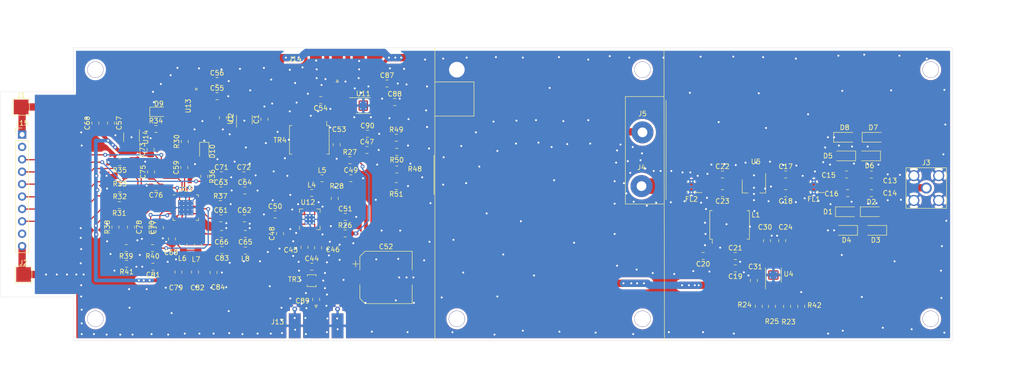
<source format=kicad_pcb>
(kicad_pcb (version 20171130) (host pcbnew 5.1.5-52549c5~84~ubuntu18.04.1)
  (layers (0 F.Cu signal) (31 B.Cu signal) (34 B.Paste user hide) (35 F.Paste user hide) (36 B.SilkS user) (37 F.SilkS user) (38 B.Mask user) (39 F.Mask user) (44 Edge.Cuts user))
  (net 0 "")
  (net 1 GND)
  (net 2 "Net-(C13-Pad1)")
  (net 3 "Net-(C13-Pad2)")
  (net 4 "Net-(C15-Pad1)")
  (net 5 "Net-(C17-Pad2)")
  (net 6 "Net-(C17-Pad1)")
  (net 7 "Net-(C19-Pad2)")
  (net 8 "Net-(C22-Pad1)")
  (net 9 "Net-(C22-Pad2)")
  (net 10 "Net-(D1-Pad2)")
  (net 11 "Net-(D2-Pad2)")
  (net 12 "Net-(D3-Pad2)")
  (net 13 "Net-(D5-Pad1)")
  (net 14 "Net-(D6-Pad1)")
  (net 15 "Net-(D7-Pad1)")
  (net 16 "Net-(FL2-Pad3)")
  (net 17 "Net-(C30-Pad1)")
  (net 18 "Net-(C44-Pad1)")
  (net 19 "Net-(C44-Pad2)")
  (net 20 "Net-(C45-Pad1)")
  (net 21 "Net-(C46-Pad1)")
  (net 22 "Net-(C47-Pad1)")
  (net 23 "Net-(C48-Pad2)")
  (net 24 "Net-(C49-Pad1)")
  (net 25 "Net-(C50-Pad2)")
  (net 26 "Net-(C54-Pad1)")
  (net 27 "Net-(C54-Pad2)")
  (net 28 "Net-(C59-Pad2)")
  (net 29 "Net-(C61-Pad1)")
  (net 30 "Net-(C63-Pad1)")
  (net 31 "Net-(C71-Pad1)")
  (net 32 "Net-(C77-Pad1)")
  (net 33 "Net-(C78-Pad2)")
  (net 34 "Net-(C81-Pad1)")
  (net 35 "Net-(C83-Pad2)")
  (net 36 "Net-(C83-Pad1)")
  (net 37 "Net-(C88-Pad1)")
  (net 38 "Net-(C89-Pad2)")
  (net 39 "Net-(C89-Pad1)")
  (net 40 "Net-(D9-Pad2)")
  (net 41 "Net-(D10-Pad2)")
  (net 42 "Net-(L4-Pad1)")
  (net 43 "Net-(L5-Pad1)")
  (net 44 "Net-(R23-Pad1)")
  (net 45 "Net-(R23-Pad2)")
  (net 46 "Net-(R24-Pad2)")
  (net 47 "Net-(R26-Pad1)")
  (net 48 "Net-(R28-Pad1)")
  (net 49 "Net-(R30-Pad2)")
  (net 50 "Net-(J15-Pad8)")
  (net 51 "Net-(J15-Pad7)")
  (net 52 "Net-(J15-Pad6)")
  (net 53 "Net-(J15-Pad5)")
  (net 54 "Net-(J15-Pad4)")
  (net 55 "Net-(R37-Pad1)")
  (net 56 "Net-(R38-Pad1)")
  (net 57 "Net-(R38-Pad2)")
  (net 58 "Net-(R48-Pad2)")
  (net 59 "Net-(R48-Pad1)")
  (net 60 "Net-(R49-Pad2)")
  (net 61 "Net-(TR3-Pad6)")
  (net 62 "Net-(U4-Pad7)")
  (net 63 "Net-(U4-Pad4)")
  (net 64 "Net-(U4-Pad3)")
  (net 65 "Net-(U11-Pad3)")
  (net 66 "Net-(U11-Pad4)")
  (net 67 "Net-(U11-Pad7)")
  (net 68 "Net-(U12-Pad1)")
  (net 69 "Net-(U13-Pad2)")
  (net 70 "Net-(U13-Pad3)")
  (net 71 "Net-(U13-Pad7)")
  (net 72 "Net-(U13-Pad8)")
  (net 73 "Net-(U13-Pad5)")
  (net 74 "Net-(U13-Pad10)")
  (net 75 "Net-(U14-Pad4)")
  (net 76 "Net-(U15-Pad14)")
  (net 77 "Net-(U15-Pad15)")
  (net 78 "Net-(J15-Pad3)")
  (net 79 "/Second LO/AVDD2LO")
  (net 80 "Net-(J15-Pad2)")
  (net 81 "Net-(J15-Pad9)")
  (net 82 "Net-(L7-Pad2)")
  (net 83 "/First Mixer/+V")
  (net 84 +V)
  (net 85 "/Second LO/AVDDOSC")
  (net 86 "Net-(U1-Pad4)")
  (net 87 LO)
  (net 88 "Net-(C59-Pad1)")
  (module SpectrumAnalyser:SMA_Molex_73251-1153_EdgeMount_Horizontal (layer F.Cu) (at 89.32 36.62 270)
    (fp_text reference J14 (at -2.22 8.62 180) (layer F.SilkS))
    (fp_text value Conn_Coaxial)
    (pad 2 smd rect (at 1.27 4.38 270) (size 0.95 0.46) (layers F.Cu) (net 1 GND))
    (pad 2 smd rect (at 1.27 -4.38 270) (size 0.95 0.46) (layers F.Cu) (net 1 GND))
    (pad 2 smd rect (at -1.72 4.38 270) (size 5.08 2.42) (layers F.Cu F.Paste F.Mask) (net 1 GND))
    (pad 2 smd rect (at -1.72 -4.38 270) (size 5.08 2.42) (layers F.Cu F.Paste F.Mask) (net 1 GND))
    (pad 1 smd rect (at -1.72 0 270) (size 5.08 2.29) (layers F.Cu F.Paste F.Mask) (net 26 "Net-(C54-Pad1)"))
  )
  (module RF_Mini-Circuits:Mini-Circuits_CD542_H2.84mm (layer F.Cu) (at 169.64 68.34 90)
    (fp_text reference L1 (at 2.04 5.36 180) (layer F.SilkS))
    (fp_text value ADCH-80+)
    (pad 6 smd rect (at 2.54 -2.54 90) (size 2.54 1.65) (layers F.Cu F.Paste F.Mask))
    (pad 5 smd rect (at 2.54 0 90) (size 2.54 1.65) (layers F.Cu F.Paste F.Mask) (net 9 "Net-(C22-Pad2)"))
    (pad 4 smd rect (at 2.54 2.54 90) (size 2.54 1.65) (layers F.Cu F.Paste F.Mask))
    (pad 3 smd rect (at -2.54 2.54 90) (size 2.54 1.65) (layers F.Cu F.Paste F.Mask))
    (pad 2 smd rect (at -2.54 0 90) (size 2.54 1.65) (layers F.Cu F.Paste F.Mask) (net 7 "Net-(C19-Pad2)"))
    (pad 1 smd rect (at -2.54 -2.54 90) (size 2.54 1.65) (layers F.Cu F.Paste F.Mask))
  )
  (module TestPoint:TestPoint_Pad_3.0x3.0mm (layer F.Cu) (at 25.1 78.5)
    (fp_text reference J2 (at 0 -2.398) (layer F.SilkS))
    (fp_text value " ")
    (pad 1 smd rect (at 0 0) (size 3 3) (layers F.Cu F.Mask) (net 1 GND))
  )
  (module Package_TO_SOT_SMD:SOT-89-3_Handsoldering (layer F.Cu) (at 174.62 60.03 270)
    (fp_text reference U5 (at -4.63 -0.38 180) (layer F.SilkS))
    (fp_text value MMG38151)
    (pad 1 smd rect (at -1.98 -1.5 180) (size 1 2.5) (layers F.Cu F.Paste F.Mask) (net 6 "Net-(C17-Pad1)"))
    (pad 2 smd rect (at -1.98 0 180) (size 1 2.5) (layers F.Cu F.Paste F.Mask) (net 1 GND))
    (pad 3 smd rect (at -1.98 1.5 180) (size 1 2.5) (layers F.Cu F.Paste F.Mask) (net 9 "Net-(C22-Pad2)"))
    (pad 2 smd rect (at 1.98 0 180) (size 2 4) (layers F.Cu F.Paste F.Mask) (net 1 GND))
    (pad 2 smd trapezoid (at -0.37 0) (size 1.5 0.75) (rect_delta 0 0.5) (layers F.Cu F.Paste F.Mask) (net 1 GND))
  )
  (module Connector_Coaxial:SMA_Amphenol_132203-12_Horizontal (layer F.Cu) (at 209.9 60.8 270)
    (fp_text reference J3 (at -5.2 0) (layer F.SilkS))
    (fp_text value Input)
    (pad 1 thru_hole circle (at 0 0 270) (size 2.25 2.25) (drill 1.5) (layers *.Cu *.Mask) (net 2 "Net-(C13-Pad1)"))
    (pad 2 thru_hole circle (at 2.54 2.54) (size 2.25 2.25) (drill 1.7) (layers *.Cu *.Mask) (net 1 GND))
    (pad 2 thru_hole circle (at 2.54 -2.54 270) (size 2.25 2.25) (drill 1.7) (layers *.Cu *.Mask) (net 1 GND))
    (pad 2 thru_hole circle (at -2.54 -2.54 270) (size 2.25 2.25) (drill 1.7) (layers *.Cu *.Mask) (net 1 GND))
    (pad 2 thru_hole circle (at -2.54 2.54 270) (size 2.25 2.25) (drill 1.7) (layers *.Cu *.Mask) (net 1 GND))
  )
  (module Capacitor_SMD:C_0805_2012Metric_Pad1.15x1.40mm_HandSolder (layer F.Cu) (at 180.4 71.575 90)
    (fp_text reference C24 (at 2.775 0.7 180) (layer F.SilkS))
    (fp_text value 10u)
    (pad 2 smd roundrect (at 1.025 0 90) (size 1.15 1.4) (layers F.Cu F.Paste F.Mask) (roundrect_rratio 0.217391) (net 1 GND))
    (pad 1 smd roundrect (at -1.025 0 90) (size 1.15 1.4) (layers F.Cu F.Paste F.Mask) (roundrect_rratio 0.217391) (net 84 +V))
  )
  (module Capacitor_SMD:C_0805_2012Metric_Pad1.15x1.40mm_HandSolder (layer F.Cu) (at 170.81 74.71)
    (fp_text reference C21 (at 0 -1.65) (layer F.SilkS))
    (fp_text value 100p)
    (pad 2 smd roundrect (at 1.025 0) (size 1.15 1.4) (layers F.Cu F.Paste F.Mask) (roundrect_rratio 0.217391) (net 1 GND))
    (pad 1 smd roundrect (at -1.025 0) (size 1.15 1.4) (layers F.Cu F.Paste F.Mask) (roundrect_rratio 0.217391) (net 7 "Net-(C19-Pad2)"))
  )
  (module Capacitor_SMD:C_0805_2012Metric_Pad1.15x1.40mm_HandSolder (layer F.Cu) (at 164.215 74.71 180)
    (fp_text reference C20 (at 0 -1.65) (layer F.SilkS))
    (fp_text value 10n)
    (pad 2 smd roundrect (at 1.025 0 180) (size 1.15 1.4) (layers F.Cu F.Paste F.Mask) (roundrect_rratio 0.217391) (net 1 GND))
    (pad 1 smd roundrect (at -1.025 0 180) (size 1.15 1.4) (layers F.Cu F.Paste F.Mask) (roundrect_rratio 0.217391) (net 7 "Net-(C19-Pad2)"))
  )
  (module Capacitor_SMD:C_0805_2012Metric_Pad1.15x1.40mm_HandSolder (layer F.Cu) (at 170.81 77.25 180)
    (fp_text reference C19 (at 0 -1.65) (layer F.SilkS))
    (fp_text value 1u)
    (pad 2 smd roundrect (at 1.025 0 180) (size 1.15 1.4) (layers F.Cu F.Paste F.Mask) (roundrect_rratio 0.217391) (net 7 "Net-(C19-Pad2)"))
    (pad 1 smd roundrect (at -1.025 0 180) (size 1.15 1.4) (layers F.Cu F.Paste F.Mask) (roundrect_rratio 0.217391) (net 1 GND))
  )
  (module Capacitor_SMD:C_0805_2012Metric_Pad1.15x1.40mm_HandSolder (layer F.Cu) (at 198.65 58.03 180)
    (fp_text reference C13 (at -3.81 -1.27) (layer F.SilkS))
    (fp_text value 100n)
    (pad 2 smd roundrect (at 1.025 0 180) (size 1.15 1.4) (layers F.Cu F.Paste F.Mask) (roundrect_rratio 0.217391) (net 3 "Net-(C13-Pad2)"))
    (pad 1 smd roundrect (at -1.025 0 180) (size 1.15 1.4) (layers F.Cu F.Paste F.Mask) (roundrect_rratio 0.217391) (net 2 "Net-(C13-Pad1)"))
  )
  (module Capacitor_SMD:C_0805_2012Metric_Pad1.15x1.40mm_HandSolder (layer F.Cu) (at 198.65 61.84)
    (fp_text reference C14 (at 3.81 0) (layer F.SilkS))
    (fp_text value 100p)
    (pad 2 smd roundrect (at 1.025 0) (size 1.15 1.4) (layers F.Cu F.Paste F.Mask) (roundrect_rratio 0.217391) (net 2 "Net-(C13-Pad1)"))
    (pad 1 smd roundrect (at -1.025 0) (size 1.15 1.4) (layers F.Cu F.Paste F.Mask) (roundrect_rratio 0.217391) (net 3 "Net-(C13-Pad2)"))
  )
  (module Capacitor_SMD:C_0805_2012Metric_Pad1.15x1.40mm_HandSolder (layer F.Cu) (at 193.57 58.03)
    (fp_text reference C15 (at -3.67 0.14) (layer F.SilkS))
    (fp_text value 100p)
    (pad 2 smd roundrect (at 1.025 0) (size 1.15 1.4) (layers F.Cu F.Paste F.Mask) (roundrect_rratio 0.217391) (net 3 "Net-(C13-Pad2)"))
    (pad 1 smd roundrect (at -1.025 0) (size 1.15 1.4) (layers F.Cu F.Paste F.Mask) (roundrect_rratio 0.217391) (net 4 "Net-(C15-Pad1)"))
  )
  (module Capacitor_SMD:C_0805_2012Metric_Pad1.15x1.40mm_HandSolder (layer F.Cu) (at 193.815 61.84 180)
    (fp_text reference C16 (at 3.315 -0.13) (layer F.SilkS))
    (fp_text value 100n)
    (pad 2 smd roundrect (at 1.025 0 180) (size 1.15 1.4) (layers F.Cu F.Paste F.Mask) (roundrect_rratio 0.217391) (net 4 "Net-(C15-Pad1)"))
    (pad 1 smd roundrect (at -1.025 0 180) (size 1.15 1.4) (layers F.Cu F.Paste F.Mask) (roundrect_rratio 0.217391) (net 3 "Net-(C13-Pad2)"))
  )
  (module Capacitor_SMD:C_0805_2012Metric_Pad1.15x1.40mm_HandSolder (layer F.Cu) (at 181.115 58.03)
    (fp_text reference C17 (at 0 -1.65) (layer F.SilkS))
    (fp_text value 100p)
    (pad 2 smd roundrect (at 1.025 0) (size 1.15 1.4) (layers F.Cu F.Paste F.Mask) (roundrect_rratio 0.217391) (net 5 "Net-(C17-Pad2)"))
    (pad 1 smd roundrect (at -1.025 0) (size 1.15 1.4) (layers F.Cu F.Paste F.Mask) (roundrect_rratio 0.217391) (net 6 "Net-(C17-Pad1)"))
  )
  (module Capacitor_SMD:C_0805_2012Metric_Pad1.15x1.40mm_HandSolder (layer F.Cu) (at 181.115 61.84 180)
    (fp_text reference C18 (at 0 -1.65) (layer F.SilkS))
    (fp_text value 100n)
    (pad 2 smd roundrect (at 1.025 0 180) (size 1.15 1.4) (layers F.Cu F.Paste F.Mask) (roundrect_rratio 0.217391) (net 6 "Net-(C17-Pad1)"))
    (pad 1 smd roundrect (at -1.025 0 180) (size 1.15 1.4) (layers F.Cu F.Paste F.Mask) (roundrect_rratio 0.217391) (net 5 "Net-(C17-Pad2)"))
  )
  (module Capacitor_SMD:C_0805_2012Metric_Pad1.15x1.40mm_HandSolder (layer F.Cu) (at 168.17 58.03)
    (fp_text reference C22 (at 0 -1.65) (layer F.SilkS))
    (fp_text value 100p)
    (pad 2 smd roundrect (at 1.025 0) (size 1.15 1.4) (layers F.Cu F.Paste F.Mask) (roundrect_rratio 0.217391) (net 9 "Net-(C22-Pad2)"))
    (pad 1 smd roundrect (at -1.025 0) (size 1.15 1.4) (layers F.Cu F.Paste F.Mask) (roundrect_rratio 0.217391) (net 8 "Net-(C22-Pad1)"))
  )
  (module Capacitor_SMD:C_0805_2012Metric_Pad1.15x1.40mm_HandSolder (layer F.Cu) (at 168.17 61.84 180)
    (fp_text reference C23 (at 0 -1.65) (layer F.SilkS))
    (fp_text value 100n)
    (pad 2 smd roundrect (at 1.025 0 180) (size 1.15 1.4) (layers F.Cu F.Paste F.Mask) (roundrect_rratio 0.217391) (net 8 "Net-(C22-Pad1)"))
    (pad 1 smd roundrect (at -1.025 0 180) (size 1.15 1.4) (layers F.Cu F.Paste F.Mask) (roundrect_rratio 0.217391) (net 9 "Net-(C22-Pad2)"))
  )
  (module Diode_SMD:D_SOD-123 (layer F.Cu) (at 193.57 65.65)
    (fp_text reference D1 (at -3.81 0) (layer F.SilkS))
    (fp_text value MMSD301T1G)
    (pad 2 smd rect (at 1.65 0) (size 0.9 1.2) (layers F.Cu F.Paste F.Mask) (net 10 "Net-(D1-Pad2)"))
    (pad 1 smd rect (at -1.65 0) (size 0.9 1.2) (layers F.Cu F.Paste F.Mask) (net 4 "Net-(C15-Pad1)"))
  )
  (module Diode_SMD:D_SOD-123 (layer F.Cu) (at 198.65 65.65)
    (fp_text reference D2 (at 0 -2) (layer F.SilkS))
    (fp_text value MMSD301T1G)
    (pad 2 smd rect (at 1.65 0) (size 0.9 1.2) (layers F.Cu F.Paste F.Mask) (net 11 "Net-(D2-Pad2)"))
    (pad 1 smd rect (at -1.65 0) (size 0.9 1.2) (layers F.Cu F.Paste F.Mask) (net 10 "Net-(D1-Pad2)"))
  )
  (module Diode_SMD:D_SOD-123 (layer F.Cu) (at 199.54 69.46 180)
    (fp_text reference D3 (at 0 -2) (layer F.SilkS))
    (fp_text value MMSD301T1G)
    (pad 2 smd rect (at 1.65 0 180) (size 0.9 1.2) (layers F.Cu F.Paste F.Mask) (net 12 "Net-(D3-Pad2)"))
    (pad 1 smd rect (at -1.65 0 180) (size 0.9 1.2) (layers F.Cu F.Paste F.Mask) (net 11 "Net-(D2-Pad2)"))
  )
  (module Diode_SMD:D_SOD-123 (layer F.Cu) (at 193.57 69.46 180)
    (fp_text reference D4 (at 0 -2) (layer F.SilkS))
    (fp_text value MMSD301T1G)
    (pad 2 smd rect (at 1.65 0 180) (size 0.9 1.2) (layers F.Cu F.Paste F.Mask) (net 1 GND))
    (pad 1 smd rect (at -1.65 0 180) (size 0.9 1.2) (layers F.Cu F.Paste F.Mask) (net 12 "Net-(D3-Pad2)"))
  )
  (module Diode_SMD:D_SOD-123 (layer F.Cu) (at 193.19 54.22 180)
    (fp_text reference D5 (at 3.43 0) (layer F.SilkS))
    (fp_text value MMSD301T1G)
    (pad 2 smd rect (at 1.65 0 180) (size 0.9 1.2) (layers F.Cu F.Paste F.Mask) (net 4 "Net-(C15-Pad1)"))
    (pad 1 smd rect (at -1.65 0 180) (size 0.9 1.2) (layers F.Cu F.Paste F.Mask) (net 13 "Net-(D5-Pad1)"))
  )
  (module Diode_SMD:D_SOD-123 (layer F.Cu) (at 198.27 54.22 180)
    (fp_text reference D6 (at 0 -2) (layer F.SilkS))
    (fp_text value MMSD301T1G)
    (pad 2 smd rect (at 1.65 0 180) (size 0.9 1.2) (layers F.Cu F.Paste F.Mask) (net 13 "Net-(D5-Pad1)"))
    (pad 1 smd rect (at -1.65 0 180) (size 0.9 1.2) (layers F.Cu F.Paste F.Mask) (net 14 "Net-(D6-Pad1)"))
  )
  (module Diode_SMD:D_SOD-123 (layer F.Cu) (at 199.03 50.41)
    (fp_text reference D7 (at 0 -2) (layer F.SilkS))
    (fp_text value MMSD301T1G)
    (pad 2 smd rect (at 1.65 0) (size 0.9 1.2) (layers F.Cu F.Paste F.Mask) (net 14 "Net-(D6-Pad1)"))
    (pad 1 smd rect (at -1.65 0) (size 0.9 1.2) (layers F.Cu F.Paste F.Mask) (net 15 "Net-(D7-Pad1)"))
  )
  (module Diode_SMD:D_SOD-123 (layer F.Cu) (at 193.19 50.41)
    (fp_text reference D8 (at 0 -2) (layer F.SilkS))
    (fp_text value MMSD301T1G)
    (pad 2 smd rect (at 1.65 0) (size 0.9 1.2) (layers F.Cu F.Paste F.Mask) (net 15 "Net-(D7-Pad1)"))
    (pad 1 smd rect (at -1.65 0) (size 0.9 1.2) (layers F.Cu F.Paste F.Mask) (net 1 GND))
  )
  (module Filter:Filter_Mini-Circuits_FV1206 (layer F.Cu) (at 186.865 60.57 180)
    (fp_text reference FL1 (at 0 -2.5) (layer F.SilkS))
    (fp_text value LFCN-2600)
    (pad 4 thru_hole circle (at 0 -1.105 180) (size 0.61 0.61) (drill 0.3) (layers *.Cu *.Mask) (net 1 GND))
    (pad 2 thru_hole circle (at 0 1.105 180) (size 0.61 0.61) (drill 0.3) (layers *.Cu *.Mask) (net 1 GND))
    (pad 4 smd roundrect (at 0 -0.9275 180) (size 0.61 1.245) (layers F.Cu F.Paste F.Mask) (net 1 GND))
    (pad 2 smd roundrect (at 0 0.9275 180) (size 0.61 1.245) (layers F.Cu F.Paste F.Mask) (net 1 GND))
    (pad 3 smd roundrect (at 1.625 0 180) (size 1.04 1.8) (layers F.Cu F.Paste F.Mask) (roundrect_rratio 0.24) (net 5 "Net-(C17-Pad2)"))
    (pad 1 smd roundrect (at -1.625 0 180) (size 1.04 1.8) (layers F.Cu F.Paste F.Mask) (roundrect_rratio 0.24) (net 4 "Net-(C15-Pad1)"))
  )
  (module Filter:Filter_Mini-Circuits_FV1206 (layer F.Cu) (at 161.82 60.57 180)
    (fp_text reference FL2 (at 0 -2.5) (layer F.SilkS))
    (fp_text value LFCN-2600)
    (pad 4 thru_hole circle (at 0 -1.105 180) (size 0.61 0.61) (drill 0.3) (layers *.Cu *.Mask) (net 1 GND))
    (pad 2 thru_hole circle (at 0 1.105 180) (size 0.61 0.61) (drill 0.3) (layers *.Cu *.Mask) (net 1 GND))
    (pad 4 smd roundrect (at 0 -0.9275 180) (size 0.61 1.245) (layers F.Cu F.Paste F.Mask) (net 1 GND))
    (pad 2 smd roundrect (at 0 0.9275 180) (size 0.61 1.245) (layers F.Cu F.Paste F.Mask) (net 1 GND))
    (pad 3 smd roundrect (at 1.625 0 180) (size 1.04 1.8) (layers F.Cu F.Paste F.Mask) (roundrect_rratio 0.24) (net 16 "Net-(FL2-Pad3)"))
    (pad 1 smd roundrect (at -1.625 0 180) (size 1.04 1.8) (layers F.Cu F.Paste F.Mask) (roundrect_rratio 0.24) (net 8 "Net-(C22-Pad1)"))
  )
  (module Capacitor_SMD:C_0805_2012Metric_Pad1.15x1.40mm_HandSolder (layer F.Cu) (at 177.3 71.575 90)
    (fp_text reference C30 (at 2.775 -0.4 180) (layer F.SilkS))
    (fp_text value 10n)
    (pad 1 smd roundrect (at -1.025 0 90) (size 1.15 1.4) (layers F.Cu F.Paste F.Mask) (roundrect_rratio 0.217391) (net 17 "Net-(C30-Pad1)"))
    (pad 2 smd roundrect (at 1.025 0 90) (size 1.15 1.4) (layers F.Cu F.Paste F.Mask) (roundrect_rratio 0.217391) (net 1 GND))
  )
  (module Capacitor_SMD:C_0805_2012Metric_Pad1.15x1.40mm_HandSolder (layer F.Cu) (at 174.6 79.725 90)
    (fp_text reference C31 (at 2.825 0.3 180) (layer F.SilkS))
    (fp_text value 10u)
    (pad 2 smd roundrect (at 1.025 0 90) (size 1.15 1.4) (layers F.Cu F.Paste F.Mask) (roundrect_rratio 0.217391) (net 1 GND))
    (pad 1 smd roundrect (at -1.025 0 90) (size 1.15 1.4) (layers F.Cu F.Paste F.Mask) (roundrect_rratio 0.217391) (net 7 "Net-(C19-Pad2)"))
  )
  (module Capacitor_SMD:C_0805_2012Metric_Pad1.15x1.40mm_HandSolder (layer F.Cu) (at 84.1 76.9)
    (fp_text reference C44 (at 0 -1.65) (layer F.SilkS))
    (fp_text value 0.6p)
    (pad 1 smd roundrect (at -1.025 0) (size 1.15 1.4) (layers F.Cu F.Paste F.Mask) (roundrect_rratio 0.217391) (net 18 "Net-(C44-Pad1)"))
    (pad 2 smd roundrect (at 1.025 0) (size 1.15 1.4) (layers F.Cu F.Paste F.Mask) (roundrect_rratio 0.217391) (net 19 "Net-(C44-Pad2)"))
  )
  (module Capacitor_SMD:C_0805_2012Metric_Pad1.15x1.40mm_HandSolder (layer F.Cu) (at 82.6 72.925 270)
    (fp_text reference C45 (at 0.575 2.8 180) (layer F.SilkS))
    (fp_text value 100p)
    (pad 1 smd roundrect (at -1.025 0 270) (size 1.15 1.4) (layers F.Cu F.Paste F.Mask) (roundrect_rratio 0.217391) (net 20 "Net-(C45-Pad1)"))
    (pad 2 smd roundrect (at 1.025 0 270) (size 1.15 1.4) (layers F.Cu F.Paste F.Mask) (roundrect_rratio 0.217391) (net 18 "Net-(C44-Pad1)"))
  )
  (module Capacitor_SMD:C_0805_2012Metric_Pad1.15x1.40mm_HandSolder (layer F.Cu) (at 85.4 73.025 270)
    (fp_text reference C46 (at 0.375 -3 180) (layer F.SilkS))
    (fp_text value 100p)
    (pad 2 smd roundrect (at 1.025 0 270) (size 1.15 1.4) (layers F.Cu F.Paste F.Mask) (roundrect_rratio 0.217391) (net 19 "Net-(C44-Pad2)"))
    (pad 1 smd roundrect (at -1.025 0 270) (size 1.15 1.4) (layers F.Cu F.Paste F.Mask) (roundrect_rratio 0.217391) (net 21 "Net-(C46-Pad1)"))
  )
  (module Capacitor_SMD:C_0805_2012Metric_Pad1.15x1.40mm_HandSolder (layer F.Cu) (at 95.4 53)
    (fp_text reference C47 (at 0 -1.65) (layer F.SilkS))
    (fp_text value 10n)
    (pad 1 smd roundrect (at -1.025 0) (size 1.15 1.4) (layers F.Cu F.Paste F.Mask) (roundrect_rratio 0.217391) (net 22 "Net-(C47-Pad1)"))
    (pad 2 smd roundrect (at 1.025 0) (size 1.15 1.4) (layers F.Cu F.Paste F.Mask) (roundrect_rratio 0.217391) (net 1 GND))
  )
  (module Capacitor_SMD:C_0805_2012Metric_Pad1.15x1.40mm_HandSolder (layer F.Cu) (at 77.6 70.125 90)
    (fp_text reference C48 (at 0 -1.65 90) (layer F.SilkS))
    (fp_text value 100p)
    (pad 2 smd roundrect (at 1.025 0 90) (size 1.15 1.4) (layers F.Cu F.Paste F.Mask) (roundrect_rratio 0.217391) (net 23 "Net-(C48-Pad2)"))
    (pad 1 smd roundrect (at -1.025 0 90) (size 1.15 1.4) (layers F.Cu F.Paste F.Mask) (roundrect_rratio 0.217391) (net 87 LO))
  )
  (module Capacitor_SMD:C_0805_2012Metric_Pad1.15x1.40mm_HandSolder (layer F.Cu) (at 92.1 58.8)
    (fp_text reference C49 (at 0 -1.65) (layer F.SilkS))
    (fp_text value 10n)
    (pad 2 smd roundrect (at 1.025 0) (size 1.15 1.4) (layers F.Cu F.Paste F.Mask) (roundrect_rratio 0.217391) (net 1 GND))
    (pad 1 smd roundrect (at -1.025 0) (size 1.15 1.4) (layers F.Cu F.Paste F.Mask) (roundrect_rratio 0.217391) (net 24 "Net-(C49-Pad1)"))
  )
  (module Capacitor_SMD:C_0805_2012Metric_Pad1.15x1.40mm_HandSolder (layer F.Cu) (at 76.6 66.2)
    (fp_text reference C50 (at 0 -1.65) (layer F.SilkS))
    (fp_text value 100p)
    (pad 1 smd roundrect (at -1.025 0) (size 1.15 1.4) (layers F.Cu F.Paste F.Mask) (roundrect_rratio 0.217391) (net 1 GND))
    (pad 2 smd roundrect (at 1.025 0) (size 1.15 1.4) (layers F.Cu F.Paste F.Mask) (roundrect_rratio 0.217391) (net 25 "Net-(C50-Pad2)"))
  )
  (module Capacitor_SMD:C_0805_2012Metric_Pad1.15x1.40mm_HandSolder (layer F.Cu) (at 90.975 66.7)
    (fp_text reference C51 (at 0 -1.65) (layer F.SilkS))
    (fp_text value 1u)
    (pad 1 smd roundrect (at -1.025 0) (size 1.15 1.4) (layers F.Cu F.Paste F.Mask) (roundrect_rratio 0.217391) (net 24 "Net-(C49-Pad1)"))
    (pad 2 smd roundrect (at 1.025 0) (size 1.15 1.4) (layers F.Cu F.Paste F.Mask) (roundrect_rratio 0.217391) (net 1 GND))
  )
  (module Capacitor_SMD:CP_Elec_10x10.5 (layer F.Cu) (at 99.3 79.1)
    (fp_text reference C52 (at 0 -6.3) (layer F.SilkS))
    (fp_text value 220u)
    (pad 1 smd roundrect (at -4.2 0) (size 4.4 2.5) (layers F.Cu F.Paste F.Mask) (roundrect_rratio 0.1) (net 24 "Net-(C49-Pad1)"))
    (pad 2 smd roundrect (at 4.2 0) (size 4.4 2.5) (layers F.Cu F.Paste F.Mask) (roundrect_rratio 0.1) (net 1 GND))
  )
  (module Capacitor_SMD:C_0805_2012Metric_Pad1.15x1.40mm_HandSolder (layer F.Cu) (at 89.2 51.925 270)
    (fp_text reference C53 (at -3.125 -0.5 180) (layer F.SilkS))
    (fp_text value 10n)
    (pad 1 smd roundrect (at -1.025 0 270) (size 1.15 1.4) (layers F.Cu F.Paste F.Mask) (roundrect_rratio 0.217391) (net 24 "Net-(C49-Pad1)"))
    (pad 2 smd roundrect (at 1.025 0 270) (size 1.15 1.4) (layers F.Cu F.Paste F.Mask) (roundrect_rratio 0.217391) (net 1 GND))
  )
  (module Capacitor_SMD:C_0805_2012Metric_Pad1.15x1.40mm_HandSolder (layer F.Cu) (at 85.925 42.8 180)
    (fp_text reference C54 (at 0 -1.65) (layer F.SilkS))
    (fp_text value 1n)
    (pad 1 smd roundrect (at -1.025 0 180) (size 1.15 1.4) (layers F.Cu F.Paste F.Mask) (roundrect_rratio 0.217391) (net 26 "Net-(C54-Pad1)"))
    (pad 2 smd roundrect (at 1.025 0 180) (size 1.15 1.4) (layers F.Cu F.Paste F.Mask) (roundrect_rratio 0.217391) (net 27 "Net-(C54-Pad2)"))
  )
  (module Capacitor_SMD:C_0805_2012Metric_Pad1.15x1.40mm_HandSolder (layer F.Cu) (at 64.7 42)
    (fp_text reference C55 (at 0 -1.65) (layer F.SilkS))
    (fp_text value 100n)
    (pad 1 smd roundrect (at -1.025 0) (size 1.15 1.4) (layers F.Cu F.Paste F.Mask) (roundrect_rratio 0.217391) (net 85 "/Second LO/AVDDOSC"))
    (pad 2 smd roundrect (at 1.025 0) (size 1.15 1.4) (layers F.Cu F.Paste F.Mask) (roundrect_rratio 0.217391) (net 1 GND))
  )
  (module Capacitor_SMD:C_0805_2012Metric_Pad1.15x1.40mm_HandSolder (layer F.Cu) (at 64.7 38.9)
    (fp_text reference C56 (at 0 -1.65) (layer F.SilkS))
    (fp_text value 100p)
    (pad 2 smd roundrect (at 1.025 0) (size 1.15 1.4) (layers F.Cu F.Paste F.Mask) (roundrect_rratio 0.217391) (net 1 GND))
    (pad 1 smd roundrect (at -1.025 0) (size 1.15 1.4) (layers F.Cu F.Paste F.Mask) (roundrect_rratio 0.217391) (net 85 "/Second LO/AVDDOSC"))
  )
  (module Capacitor_SMD:C_0805_2012Metric_Pad1.15x1.40mm_HandSolder (layer F.Cu) (at 58 56.6 90)
    (fp_text reference C59 (at 0 -1.65 90) (layer F.SilkS))
    (fp_text value 1n)
    (pad 2 smd roundrect (at 1.025 0 90) (size 1.15 1.4) (layers F.Cu F.Paste F.Mask) (roundrect_rratio 0.217391) (net 28 "Net-(C59-Pad2)"))
    (pad 1 smd roundrect (at -1.025 0 90) (size 1.15 1.4) (layers F.Cu F.Paste F.Mask) (roundrect_rratio 0.217391) (net 88 "Net-(C59-Pad1)"))
  )
  (module Capacitor_SMD:C_0805_2012Metric_Pad1.15x1.40mm_HandSolder (layer F.Cu) (at 65.5 67)
    (fp_text reference C61 (at 0 -1.65) (layer F.SilkS))
    (fp_text value 10p)
    (pad 2 smd roundrect (at 1.025 0) (size 1.15 1.4) (layers F.Cu F.Paste F.Mask) (roundrect_rratio 0.217391) (net 1 GND))
    (pad 1 smd roundrect (at -1.025 0) (size 1.15 1.4) (layers F.Cu F.Paste F.Mask) (roundrect_rratio 0.217391) (net 29 "Net-(C61-Pad1)"))
  )
  (module Capacitor_SMD:C_0805_2012Metric_Pad1.15x1.40mm_HandSolder (layer F.Cu) (at 70.3 67)
    (fp_text reference C62 (at 0 -1.65) (layer F.SilkS))
    (fp_text value 100n)
    (pad 1 smd roundrect (at -1.025 0) (size 1.15 1.4) (layers F.Cu F.Paste F.Mask) (roundrect_rratio 0.217391) (net 29 "Net-(C61-Pad1)"))
    (pad 2 smd roundrect (at 1.025 0) (size 1.15 1.4) (layers F.Cu F.Paste F.Mask) (roundrect_rratio 0.217391) (net 1 GND))
  )
  (module Capacitor_SMD:C_0805_2012Metric_Pad1.15x1.40mm_HandSolder (layer F.Cu) (at 65.5 61.3)
    (fp_text reference C63 (at 0 -1.65) (layer F.SilkS))
    (fp_text value 10p)
    (pad 2 smd roundrect (at 1.025 0) (size 1.15 1.4) (layers F.Cu F.Paste F.Mask) (roundrect_rratio 0.217391) (net 1 GND))
    (pad 1 smd roundrect (at -1.025 0) (size 1.15 1.4) (layers F.Cu F.Paste F.Mask) (roundrect_rratio 0.217391) (net 30 "Net-(C63-Pad1)"))
  )
  (module Capacitor_SMD:C_0805_2012Metric_Pad1.15x1.40mm_HandSolder (layer F.Cu) (at 70.4 61.3)
    (fp_text reference C64 (at 0 -1.65) (layer F.SilkS))
    (fp_text value 100n)
    (pad 1 smd roundrect (at -1.025 0) (size 1.15 1.4) (layers F.Cu F.Paste F.Mask) (roundrect_rratio 0.217391) (net 30 "Net-(C63-Pad1)"))
    (pad 2 smd roundrect (at 1.025 0) (size 1.15 1.4) (layers F.Cu F.Paste F.Mask) (roundrect_rratio 0.217391) (net 1 GND))
  )
  (module Capacitor_SMD:C_0805_2012Metric_Pad1.15x1.40mm_HandSolder (layer F.Cu) (at 70.5 70.2 180)
    (fp_text reference C65 (at 0 -1.65) (layer F.SilkS))
    (fp_text value 100n)
    (pad 1 smd roundrect (at -1.025 0 180) (size 1.15 1.4) (layers F.Cu F.Paste F.Mask) (roundrect_rratio 0.217391) (net 1 GND))
    (pad 2 smd roundrect (at 1.025 0 180) (size 1.15 1.4) (layers F.Cu F.Paste F.Mask) (roundrect_rratio 0.217391) (net 79 "/Second LO/AVDD2LO"))
  )
  (module Capacitor_SMD:C_0805_2012Metric_Pad1.15x1.40mm_HandSolder (layer F.Cu) (at 65.625 70.2 180)
    (fp_text reference C66 (at 0 -1.65) (layer F.SilkS))
    (fp_text value 10p)
    (pad 2 smd roundrect (at 1.025 0 180) (size 1.15 1.4) (layers F.Cu F.Paste F.Mask) (roundrect_rratio 0.217391) (net 79 "/Second LO/AVDD2LO"))
    (pad 1 smd roundrect (at -1.025 0 180) (size 1.15 1.4) (layers F.Cu F.Paste F.Mask) (roundrect_rratio 0.217391) (net 1 GND))
  )
  (module Capacitor_SMD:C_0805_2012Metric_Pad1.15x1.40mm_HandSolder (layer F.Cu) (at 55.5 71.225 90)
    (fp_text reference C68 (at -2.775 -0.2 180) (layer F.SilkS))
    (fp_text value 10p)
    (pad 1 smd roundrect (at -1.025 0 90) (size 1.15 1.4) (layers F.Cu F.Paste F.Mask) (roundrect_rratio 0.217391) (net 1 GND))
    (pad 2 smd roundrect (at 1.025 0 90) (size 1.15 1.4) (layers F.Cu F.Paste F.Mask) (roundrect_rratio 0.217391) (net 79 "/Second LO/AVDD2LO"))
  )
  (module Capacitor_SMD:C_0805_2012Metric_Pad1.15x1.40mm_HandSolder (layer F.Cu) (at 53 68.9 90)
    (fp_text reference C70 (at 0 -1.65 90) (layer F.SilkS))
    (fp_text value 10p)
    (pad 1 smd roundrect (at -1.025 0 90) (size 1.15 1.4) (layers F.Cu F.Paste F.Mask) (roundrect_rratio 0.217391) (net 1 GND))
    (pad 2 smd roundrect (at 1.025 0 90) (size 1.15 1.4) (layers F.Cu F.Paste F.Mask) (roundrect_rratio 0.217391) (net 79 "/Second LO/AVDD2LO"))
  )
  (module Capacitor_SMD:C_0805_2012Metric_Pad1.15x1.40mm_HandSolder (layer F.Cu) (at 65.6 58.2)
    (fp_text reference C71 (at 0 -1.65) (layer F.SilkS))
    (fp_text value 10p)
    (pad 2 smd roundrect (at 1.025 0) (size 1.15 1.4) (layers F.Cu F.Paste F.Mask) (roundrect_rratio 0.217391) (net 1 GND))
    (pad 1 smd roundrect (at -1.025 0) (size 1.15 1.4) (layers F.Cu F.Paste F.Mask) (roundrect_rratio 0.217391) (net 31 "Net-(C71-Pad1)"))
  )
  (module Capacitor_SMD:C_0805_2012Metric_Pad1.15x1.40mm_HandSolder (layer F.Cu) (at 70.2 58.2)
    (fp_text reference C72 (at 0 -1.65) (layer F.SilkS))
    (fp_text value 100n)
    (pad 1 smd roundrect (at -1.025 0) (size 1.15 1.4) (layers F.Cu F.Paste F.Mask) (roundrect_rratio 0.217391) (net 31 "Net-(C71-Pad1)"))
    (pad 2 smd roundrect (at 1.025 0) (size 1.15 1.4) (layers F.Cu F.Paste F.Mask) (roundrect_rratio 0.217391) (net 1 GND))
  )
  (module Capacitor_SMD:C_0805_2012Metric_Pad1.15x1.40mm_HandSolder (layer F.Cu) (at 51.1 52.9 90)
    (fp_text reference C73 (at 0 -1.65 90) (layer F.SilkS))
    (fp_text value 100n)
    (pad 2 smd roundrect (at 1.025 0 90) (size 1.15 1.4) (layers F.Cu F.Paste F.Mask) (roundrect_rratio 0.217391) (net 1 GND))
    (pad 1 smd roundrect (at -1.025 0 90) (size 1.15 1.4) (layers F.Cu F.Paste F.Mask) (roundrect_rratio 0.217391) (net 79 "/Second LO/AVDD2LO"))
  )
  (module Capacitor_SMD:C_0805_2012Metric_Pad1.15x1.40mm_HandSolder (layer F.Cu) (at 51.2 57.5 90)
    (fp_text reference C75 (at 0 -1.65 90) (layer F.SilkS))
    (fp_text value 100n)
    (pad 2 smd roundrect (at 1.025 0 90) (size 1.15 1.4) (layers F.Cu F.Paste F.Mask) (roundrect_rratio 0.217391) (net 1 GND))
    (pad 1 smd roundrect (at -1.025 0 90) (size 1.15 1.4) (layers F.Cu F.Paste F.Mask) (roundrect_rratio 0.217391) (net 79 "/Second LO/AVDD2LO"))
  )
  (module Capacitor_SMD:C_0805_2012Metric_Pad1.15x1.40mm_HandSolder (layer F.Cu) (at 52.2 60.6 180)
    (fp_text reference C76 (at 0 -1.65) (layer F.SilkS))
    (fp_text value 10p)
    (pad 1 smd roundrect (at -1.025 0 180) (size 1.15 1.4) (layers F.Cu F.Paste F.Mask) (roundrect_rratio 0.217391) (net 79 "/Second LO/AVDD2LO"))
    (pad 2 smd roundrect (at 1.025 0 180) (size 1.15 1.4) (layers F.Cu F.Paste F.Mask) (roundrect_rratio 0.217391) (net 1 GND))
  )
  (module Capacitor_SMD:C_0805_2012Metric_Pad1.15x1.40mm_HandSolder (layer F.Cu) (at 50.1 68.825 270)
    (fp_text reference C77 (at 0 -1.65 90) (layer F.SilkS))
    (fp_text value 2n7)
    (pad 2 smd roundrect (at 1.025 0 270) (size 1.15 1.4) (layers F.Cu F.Paste F.Mask) (roundrect_rratio 0.217391) (net 1 GND))
    (pad 1 smd roundrect (at -1.025 0 270) (size 1.15 1.4) (layers F.Cu F.Paste F.Mask) (roundrect_rratio 0.217391) (net 32 "Net-(C77-Pad1)"))
  )
  (module Capacitor_SMD:C_0805_2012Metric_Pad1.15x1.40mm_HandSolder (layer F.Cu) (at 47.1 68.8 270)
    (fp_text reference C78 (at 0 -1.65 90) (layer F.SilkS))
    (fp_text value 47n)
    (pad 2 smd roundrect (at 1.025 0 270) (size 1.15 1.4) (layers F.Cu F.Paste F.Mask) (roundrect_rratio 0.217391) (net 33 "Net-(C78-Pad2)"))
    (pad 1 smd roundrect (at -1.025 0 270) (size 1.15 1.4) (layers F.Cu F.Paste F.Mask) (roundrect_rratio 0.217391) (net 32 "Net-(C77-Pad1)"))
  )
  (module Capacitor_SMD:C_0805_2012Metric_Pad1.15x1.40mm_HandSolder (layer F.Cu) (at 56.8 78 270)
    (fp_text reference C79 (at 3.2 0.5 180) (layer F.SilkS))
    (fp_text value 100p)
    (pad 1 smd roundrect (at -1.025 0 270) (size 1.15 1.4) (layers F.Cu F.Paste F.Mask) (roundrect_rratio 0.217391) (net 79 "/Second LO/AVDD2LO"))
    (pad 2 smd roundrect (at 1.025 0 270) (size 1.15 1.4) (layers F.Cu F.Paste F.Mask) (roundrect_rratio 0.217391) (net 1 GND))
  )
  (module Capacitor_SMD:C_0805_2012Metric_Pad1.15x1.40mm_HandSolder (layer F.Cu) (at 51.6 76.9 180)
    (fp_text reference C81 (at 0 -1.65) (layer F.SilkS))
    (fp_text value 680p)
    (pad 2 smd roundrect (at 1.025 0 180) (size 1.15 1.4) (layers F.Cu F.Paste F.Mask) (roundrect_rratio 0.217391) (net 1 GND))
    (pad 1 smd roundrect (at -1.025 0 180) (size 1.15 1.4) (layers F.Cu F.Paste F.Mask) (roundrect_rratio 0.217391) (net 34 "Net-(C81-Pad1)"))
  )
  (module Capacitor_SMD:C_0805_2012Metric_Pad1.15x1.40mm_HandSolder (layer F.Cu) (at 60.2 78 270)
    (fp_text reference C82 (at 3.2 -0.5 180) (layer F.SilkS))
    (fp_text value 100p)
    (pad 2 smd roundrect (at 1.025 0 270) (size 1.15 1.4) (layers F.Cu F.Paste F.Mask) (roundrect_rratio 0.217391) (net 1 GND))
    (pad 1 smd roundrect (at -1.025 0 270) (size 1.15 1.4) (layers F.Cu F.Paste F.Mask) (roundrect_rratio 0.217391) (net 79 "/Second LO/AVDD2LO"))
  )
  (module Capacitor_SMD:C_0805_2012Metric_Pad1.15x1.40mm_HandSolder (layer F.Cu) (at 65.7 73.5 180)
    (fp_text reference C83 (at 0 -1.65) (layer F.SilkS))
    (fp_text value 1n)
    (pad 2 smd roundrect (at 1.025 0 180) (size 1.15 1.4) (layers F.Cu F.Paste F.Mask) (roundrect_rratio 0.217391) (net 35 "Net-(C83-Pad2)"))
    (pad 1 smd roundrect (at -1.025 0 180) (size 1.15 1.4) (layers F.Cu F.Paste F.Mask) (roundrect_rratio 0.217391) (net 36 "Net-(C83-Pad1)"))
  )
  (module Capacitor_SMD:C_0805_2012Metric_Pad1.15x1.40mm_HandSolder (layer F.Cu) (at 64 78.1 270)
    (fp_text reference C84 (at 3 -0.9 180) (layer F.SilkS))
    (fp_text value 100n)
    (pad 1 smd roundrect (at -1.025 0 270) (size 1.15 1.4) (layers F.Cu F.Paste F.Mask) (roundrect_rratio 0.217391) (net 79 "/Second LO/AVDD2LO"))
    (pad 2 smd roundrect (at 1.025 0 270) (size 1.15 1.4) (layers F.Cu F.Paste F.Mask) (roundrect_rratio 0.217391) (net 1 GND))
  )
  (module Capacitor_SMD:C_0805_2012Metric_Pad1.15x1.40mm_HandSolder (layer F.Cu) (at 99.5 39.4)
    (fp_text reference C87 (at 0 -1.65) (layer F.SilkS))
    (fp_text value 10u)
    (pad 1 smd roundrect (at -1.025 0) (size 1.15 1.4) (layers F.Cu F.Paste F.Mask) (roundrect_rratio 0.217391) (net 84 +V))
    (pad 2 smd roundrect (at 1.025 0) (size 1.15 1.4) (layers F.Cu F.Paste F.Mask) (roundrect_rratio 0.217391) (net 1 GND))
  )
  (module Capacitor_SMD:C_0805_2012Metric_Pad1.15x1.40mm_HandSolder (layer F.Cu) (at 101.075 43.2)
    (fp_text reference C88 (at 0 -1.65) (layer F.SilkS))
    (fp_text value 10n)
    (pad 2 smd roundrect (at 1.025 0) (size 1.15 1.4) (layers F.Cu F.Paste F.Mask) (roundrect_rratio 0.217391) (net 1 GND))
    (pad 1 smd roundrect (at -1.025 0) (size 1.15 1.4) (layers F.Cu F.Paste F.Mask) (roundrect_rratio 0.217391) (net 37 "Net-(C88-Pad1)"))
  )
  (module Capacitor_SMD:C_0805_2012Metric_Pad1.15x1.40mm_HandSolder (layer F.Cu) (at 85 83.6 270)
    (fp_text reference C89 (at 0.3 2.8 180) (layer F.SilkS))
    (fp_text value 4p7)
    (pad 2 smd roundrect (at 1.025 0 270) (size 1.15 1.4) (layers F.Cu F.Paste F.Mask) (roundrect_rratio 0.217391) (net 38 "Net-(C89-Pad2)"))
    (pad 1 smd roundrect (at -1.025 0 270) (size 1.15 1.4) (layers F.Cu F.Paste F.Mask) (roundrect_rratio 0.217391) (net 39 "Net-(C89-Pad1)"))
  )
  (module Capacitor_SMD:C_0805_2012Metric_Pad1.15x1.40mm_HandSolder (layer F.Cu) (at 95.5 49.7)
    (fp_text reference C90 (at 0 -1.65) (layer F.SilkS))
    (fp_text value 10u)
    (pad 1 smd roundrect (at -1.025 0) (size 1.15 1.4) (layers F.Cu F.Paste F.Mask) (roundrect_rratio 0.217391) (net 22 "Net-(C47-Pad1)"))
    (pad 2 smd roundrect (at 1.025 0) (size 1.15 1.4) (layers F.Cu F.Paste F.Mask) (roundrect_rratio 0.217391) (net 1 GND))
  )
  (module Diode_SMD:D_0805_2012Metric_Pad1.15x1.40mm_HandSolder (layer F.Cu) (at 62.1 53.3 270)
    (fp_text reference D10 (at 0 -1.65 90) (layer F.SilkS))
    (fp_text value LOCK)
    (pad 2 smd roundrect (at 1.025 0 270) (size 1.15 1.4) (layers F.Cu F.Paste F.Mask) (roundrect_rratio 0.217391) (net 41 "Net-(D10-Pad2)"))
    (pad 1 smd roundrect (at -1.025 0 270) (size 1.15 1.4) (layers F.Cu F.Paste F.Mask) (roundrect_rratio 0.217391) (net 1 GND))
  )
  (module Connector_Coaxial:SMA_Molex_73251-1153_EdgeMount_Horizontal (layer F.Cu) (at 85 87.28 90)
    (fp_text reference J13 (at -0.92 -7.9 180) (layer F.SilkS))
    (fp_text value Conn_Coaxial)
    (pad 2 smd rect (at 1.27 4.38 90) (size 0.95 0.46) (layers B.Cu) (net 1 GND))
    (pad 2 smd rect (at 1.27 -4.38 90) (size 0.95 0.46) (layers B.Cu) (net 1 GND))
    (pad 2 smd rect (at 1.27 4.38 90) (size 0.95 0.46) (layers F.Cu) (net 1 GND))
    (pad 2 smd rect (at 1.27 -4.38 90) (size 0.95 0.46) (layers F.Cu) (net 1 GND))
    (pad 2 thru_hole circle (at 1.72 4.38 90) (size 0.97 0.97) (drill 0.46) (layers *.Cu) (net 1 GND))
    (pad 2 thru_hole circle (at 1.72 -4.38 90) (size 0.97 0.97) (drill 0.46) (layers *.Cu) (net 1 GND))
    (pad 2 smd rect (at -1.72 4.38 90) (size 5.08 2.42) (layers B.Cu B.Paste B.Mask) (net 1 GND))
    (pad 2 smd rect (at -1.72 -4.38 90) (size 5.08 2.42) (layers B.Cu B.Paste B.Mask) (net 1 GND))
    (pad 2 smd rect (at -1.72 4.38 90) (size 5.08 2.42) (layers F.Cu F.Paste F.Mask) (net 1 GND))
    (pad 2 smd rect (at -1.72 -4.38 90) (size 5.08 2.42) (layers F.Cu F.Paste F.Mask) (net 1 GND))
    (pad 1 smd rect (at -1.72 0 90) (size 5.08 2.29) (layers F.Cu F.Paste F.Mask) (net 38 "Net-(C89-Pad2)"))
  )
  (module Inductor_SMD:L_0805_2012Metric_Pad1.15x1.40mm_HandSolder (layer F.Cu) (at 84.075 61.8)
    (fp_text reference L4 (at 0 -1.65) (layer F.SilkS))
    (fp_text value 22n)
    (pad 2 smd roundrect (at 1.025 0) (size 1.15 1.4) (layers F.Cu F.Paste F.Mask) (roundrect_rratio 0.217391) (net 24 "Net-(C49-Pad1)"))
    (pad 1 smd roundrect (at -1.025 0) (size 1.15 1.4) (layers F.Cu F.Paste F.Mask) (roundrect_rratio 0.217391) (net 42 "Net-(L4-Pad1)"))
  )
  (module Inductor_SMD:L_0805_2012Metric_Pad1.15x1.40mm_HandSolder (layer F.Cu) (at 86.2 58.8)
    (fp_text reference L5 (at 0 -1.65) (layer F.SilkS))
    (fp_text value 22n)
    (pad 2 smd roundrect (at 1.025 0) (size 1.15 1.4) (layers F.Cu F.Paste F.Mask) (roundrect_rratio 0.217391) (net 24 "Net-(C49-Pad1)"))
    (pad 1 smd roundrect (at -1.025 0) (size 1.15 1.4) (layers F.Cu F.Paste F.Mask) (roundrect_rratio 0.217391) (net 43 "Net-(L5-Pad1)"))
  )
  (module Inductor_SMD:L_0805_2012Metric_Pad1.15x1.40mm_HandSolder (layer F.Cu) (at 57.8 72.5 270)
    (fp_text reference L6 (at 2.7 0.2 180) (layer F.SilkS))
    (fp_text value 7n5)
    (pad 2 smd roundrect (at 1.025 0 270) (size 1.15 1.4) (layers F.Cu F.Paste F.Mask) (roundrect_rratio 0.217391) (net 79 "/Second LO/AVDD2LO"))
    (pad 1 smd roundrect (at -1.025 0 270) (size 1.15 1.4) (layers F.Cu F.Paste F.Mask) (roundrect_rratio 0.217391) (net 35 "Net-(C83-Pad2)"))
  )
  (module Inductor_SMD:L_0805_2012Metric_Pad1.15x1.40mm_HandSolder (layer F.Cu) (at 60.8 72.5 90)
    (fp_text reference L7 (at -2.9 -0.4 180) (layer F.SilkS))
    (fp_text value 7n5)
    (pad 1 smd roundrect (at -1.025 0 90) (size 1.15 1.4) (layers F.Cu F.Paste F.Mask) (roundrect_rratio 0.217391) (net 79 "/Second LO/AVDD2LO"))
    (pad 2 smd roundrect (at 1.025 0 90) (size 1.15 1.4) (layers F.Cu F.Paste F.Mask) (roundrect_rratio 0.217391) (net 82 "Net-(L7-Pad2)"))
  )
  (module Inductor_SMD:L_0805_2012Metric_Pad1.15x1.40mm_HandSolder (layer F.Cu) (at 70.5 73.6 180)
    (fp_text reference L8 (at 0 -1.65) (layer F.SilkS))
    (fp_text value 1n9)
    (pad 1 smd roundrect (at -1.025 0 180) (size 1.15 1.4) (layers F.Cu F.Paste F.Mask) (roundrect_rratio 0.217391) (net 87 LO))
    (pad 2 smd roundrect (at 1.025 0 180) (size 1.15 1.4) (layers F.Cu F.Paste F.Mask) (roundrect_rratio 0.217391) (net 36 "Net-(C83-Pad1)"))
  )
  (module Resistor_SMD:R_0805_2012Metric_Pad1.15x1.40mm_HandSolder (layer F.Cu) (at 181.4 85.025 90)
    (fp_text reference R23 (at -3.175 0.3 180) (layer F.SilkS))
    (fp_text value 22K)
    (pad 1 smd roundrect (at -1.025 0 90) (size 1.15 1.4) (layers F.Cu F.Paste F.Mask) (roundrect_rratio 0.217391) (net 44 "Net-(R23-Pad1)"))
    (pad 2 smd roundrect (at 1.025 0 90) (size 1.15 1.4) (layers F.Cu F.Paste F.Mask) (roundrect_rratio 0.217391) (net 45 "Net-(R23-Pad2)"))
  )
  (module Resistor_SMD:R_0805_2012Metric_Pad1.15x1.40mm_HandSolder (layer F.Cu) (at 175.6 85 270)
    (fp_text reference R24 (at -0.3 2.9 180) (layer F.SilkS))
    (fp_text value 68K)
    (pad 1 smd roundrect (at -1.025 0 270) (size 1.15 1.4) (layers F.Cu F.Paste F.Mask) (roundrect_rratio 0.217391) (net 7 "Net-(C19-Pad2)"))
    (pad 2 smd roundrect (at 1.025 0 270) (size 1.15 1.4) (layers F.Cu F.Paste F.Mask) (roundrect_rratio 0.217391) (net 46 "Net-(R24-Pad2)"))
  )
  (module Resistor_SMD:R_0805_2012Metric_Pad1.15x1.40mm_HandSolder (layer F.Cu) (at 178.3 85.025 90)
    (fp_text reference R25 (at -3.075 0 180) (layer F.SilkS))
    (fp_text value 8K2)
    (pad 2 smd roundrect (at 1.025 0 90) (size 1.15 1.4) (layers F.Cu F.Paste F.Mask) (roundrect_rratio 0.217391) (net 45 "Net-(R23-Pad2)"))
    (pad 1 smd roundrect (at -1.025 0 90) (size 1.15 1.4) (layers F.Cu F.Paste F.Mask) (roundrect_rratio 0.217391) (net 46 "Net-(R24-Pad2)"))
  )
  (module Resistor_SMD:R_0805_2012Metric_Pad1.15x1.40mm_HandSolder (layer F.Cu) (at 90.925 70.1)
    (fp_text reference R26 (at 0 -1.65) (layer F.SilkS))
    (fp_text value 10K)
    (pad 2 smd roundrect (at 1.025 0) (size 1.15 1.4) (layers F.Cu F.Paste F.Mask) (roundrect_rratio 0.217391) (net 22 "Net-(C47-Pad1)"))
    (pad 1 smd roundrect (at -1.025 0) (size 1.15 1.4) (layers F.Cu F.Paste F.Mask) (roundrect_rratio 0.217391) (net 47 "Net-(R26-Pad1)"))
  )
  (module Resistor_SMD:R_0805_2012Metric_Pad1.15x1.40mm_HandSolder (layer F.Cu) (at 91.9 55.1)
    (fp_text reference R27 (at 0 -1.65) (layer F.SilkS))
    (fp_text value 0.5R)
    (pad 1 smd roundrect (at -1.025 0) (size 1.15 1.4) (layers F.Cu F.Paste F.Mask) (roundrect_rratio 0.217391) (net 24 "Net-(C49-Pad1)"))
    (pad 2 smd roundrect (at 1.025 0) (size 1.15 1.4) (layers F.Cu F.Paste F.Mask) (roundrect_rratio 0.217391) (net 22 "Net-(C47-Pad1)"))
  )
  (module Resistor_SMD:R_0805_2012Metric_Pad1.15x1.40mm_HandSolder (layer F.Cu) (at 88.8 62.925 90)
    (fp_text reference R28 (at 2.525 0.4 180) (layer F.SilkS))
    (fp_text value 4K75)
    (pad 2 smd roundrect (at 1.025 0 90) (size 1.15 1.4) (layers F.Cu F.Paste F.Mask) (roundrect_rratio 0.217391) (net 1 GND))
    (pad 1 smd roundrect (at -1.025 0 90) (size 1.15 1.4) (layers F.Cu F.Paste F.Mask) (roundrect_rratio 0.217391) (net 48 "Net-(R28-Pad1)"))
  )
  (module Resistor_SMD:R_0805_2012Metric_Pad1.15x1.40mm_HandSolder (layer F.Cu) (at 58.1 51.275 90)
    (fp_text reference R30 (at 0 -1.65 90) (layer F.SilkS))
    (fp_text value 0R)
    (pad 1 smd roundrect (at -1.025 0 90) (size 1.15 1.4) (layers F.Cu F.Paste F.Mask) (roundrect_rratio 0.217391) (net 28 "Net-(C59-Pad2)"))
    (pad 2 smd roundrect (at 1.025 0 90) (size 1.15 1.4) (layers F.Cu F.Paste F.Mask) (roundrect_rratio 0.217391) (net 49 "Net-(R30-Pad2)"))
  )
  (module Resistor_SMD:R_0805_2012Metric_Pad1.15x1.40mm_HandSolder (layer F.Cu) (at 44.7 64.3 180)
    (fp_text reference R31 (at 0 -1.65) (layer F.SilkS))
    (fp_text value 10K)
    (pad 1 smd roundrect (at -1.025 0 180) (size 1.15 1.4) (layers F.Cu F.Paste F.Mask) (roundrect_rratio 0.217391) (net 79 "/Second LO/AVDD2LO"))
    (pad 2 smd roundrect (at 1.025 0 180) (size 1.15 1.4) (layers F.Cu F.Paste F.Mask) (roundrect_rratio 0.217391) (net 50 "Net-(J15-Pad8)"))
  )
  (module Resistor_SMD:R_0805_2012Metric_Pad1.15x1.40mm_HandSolder (layer F.Cu) (at 44.8 60.9 180)
    (fp_text reference R32 (at 0 -1.65) (layer F.SilkS))
    (fp_text value 10K)
    (pad 2 smd roundrect (at 1.025 0 180) (size 1.15 1.4) (layers F.Cu F.Paste F.Mask) (roundrect_rratio 0.217391) (net 1 GND))
    (pad 1 smd roundrect (at -1.025 0 180) (size 1.15 1.4) (layers F.Cu F.Paste F.Mask) (roundrect_rratio 0.217391) (net 51 "Net-(J15-Pad7)"))
  )
  (module Resistor_SMD:R_0805_2012Metric_Pad1.15x1.40mm_HandSolder (layer F.Cu) (at 44.8 58.3 180)
    (fp_text reference R33 (at 0 -1.65) (layer F.SilkS))
    (fp_text value 10K)
    (pad 2 smd roundrect (at 1.025 0 180) (size 1.15 1.4) (layers F.Cu F.Paste F.Mask) (roundrect_rratio 0.217391) (net 1 GND))
    (pad 1 smd roundrect (at -1.025 0 180) (size 1.15 1.4) (layers F.Cu F.Paste F.Mask) (roundrect_rratio 0.217391) (net 52 "Net-(J15-Pad6)"))
  )
  (module Resistor_SMD:R_0805_2012Metric_Pad1.15x1.40mm_HandSolder (layer F.Cu) (at 44.8 55.5 180)
    (fp_text reference R35 (at 0 -1.65) (layer F.SilkS))
    (fp_text value 10K)
    (pad 2 smd roundrect (at 1.025 0 180) (size 1.15 1.4) (layers F.Cu F.Paste F.Mask) (roundrect_rratio 0.217391) (net 1 GND))
    (pad 1 smd roundrect (at -1.025 0 180) (size 1.15 1.4) (layers F.Cu F.Paste F.Mask) (roundrect_rratio 0.217391) (net 53 "Net-(J15-Pad5)"))
  )
  (module Resistor_SMD:R_0805_2012Metric_Pad1.15x1.40mm_HandSolder (layer F.Cu) (at 62.1 58.4 270)
    (fp_text reference R36 (at 0 -1.65 90) (layer F.SilkS))
    (fp_text value 100R)
    (pad 2 smd roundrect (at 1.025 0 270) (size 1.15 1.4) (layers F.Cu F.Paste F.Mask) (roundrect_rratio 0.217391) (net 54 "Net-(J15-Pad4)"))
    (pad 1 smd roundrect (at -1.025 0 270) (size 1.15 1.4) (layers F.Cu F.Paste F.Mask) (roundrect_rratio 0.217391) (net 41 "Net-(D10-Pad2)"))
  )
  (module Resistor_SMD:R_0805_2012Metric_Pad1.15x1.40mm_HandSolder (layer F.Cu) (at 65.4 64.1)
    (fp_text reference R37 (at 0 -1.65) (layer F.SilkS))
    (fp_text value 4K7)
    (pad 1 smd roundrect (at -1.025 0) (size 1.15 1.4) (layers F.Cu F.Paste F.Mask) (roundrect_rratio 0.217391) (net 55 "Net-(R37-Pad1)"))
    (pad 2 smd roundrect (at 1.025 0) (size 1.15 1.4) (layers F.Cu F.Paste F.Mask) (roundrect_rratio 0.217391) (net 1 GND))
  )
  (module Resistor_SMD:R_0805_2012Metric_Pad1.15x1.40mm_HandSolder (layer F.Cu) (at 43.9 68.8 90)
    (fp_text reference R38 (at 0 -1.65 90) (layer F.SilkS))
    (fp_text value DNI)
    (pad 1 smd roundrect (at -1.025 0 90) (size 1.15 1.4) (layers F.Cu F.Paste F.Mask) (roundrect_rratio 0.217391) (net 56 "Net-(R38-Pad1)"))
    (pad 2 smd roundrect (at 1.025 0 90) (size 1.15 1.4) (layers F.Cu F.Paste F.Mask) (roundrect_rratio 0.217391) (net 57 "Net-(R38-Pad2)"))
  )
  (module Resistor_SMD:R_0805_2012Metric_Pad1.15x1.40mm_HandSolder (layer F.Cu) (at 46.1 73.1 180)
    (fp_text reference R39 (at 0 -1.65) (layer F.SilkS))
    (fp_text value 360R)
    (pad 1 smd roundrect (at -1.025 0 180) (size 1.15 1.4) (layers F.Cu F.Paste F.Mask) (roundrect_rratio 0.217391) (net 33 "Net-(C78-Pad2)"))
    (pad 2 smd roundrect (at 1.025 0 180) (size 1.15 1.4) (layers F.Cu F.Paste F.Mask) (roundrect_rratio 0.217391) (net 56 "Net-(R38-Pad1)"))
  )
  (module Resistor_SMD:R_0805_2012Metric_Pad1.15x1.40mm_HandSolder (layer F.Cu) (at 51.5 73.1 180)
    (fp_text reference R40 (at 0 -1.65) (layer F.SilkS))
    (fp_text value 1K)
    (pad 2 smd roundrect (at 1.025 0 180) (size 1.15 1.4) (layers F.Cu F.Paste F.Mask) (roundrect_rratio 0.217391) (net 32 "Net-(C77-Pad1)"))
    (pad 1 smd roundrect (at -1.025 0 180) (size 1.15 1.4) (layers F.Cu F.Paste F.Mask) (roundrect_rratio 0.217391) (net 34 "Net-(C81-Pad1)"))
  )
  (module Resistor_SMD:R_0805_2012Metric_Pad1.15x1.40mm_HandSolder (layer F.Cu) (at 46.2 76.3 180)
    (fp_text reference R41 (at 0 -1.65) (layer F.SilkS))
    (fp_text value 0R)
    (pad 2 smd roundrect (at 1.025 0 180) (size 1.15 1.4) (layers F.Cu F.Paste F.Mask) (roundrect_rratio 0.217391) (net 56 "Net-(R38-Pad1)"))
    (pad 1 smd roundrect (at -1.025 0 180) (size 1.15 1.4) (layers F.Cu F.Paste F.Mask) (roundrect_rratio 0.217391) (net 1 GND))
  )
  (module Resistor_SMD:R_0805_2012Metric_Pad1.15x1.40mm_HandSolder (layer F.Cu) (at 184.3 85.025 270)
    (fp_text reference R42 (at -0.225 -2.7 180) (layer F.SilkS))
    (fp_text value 1K8)
    (pad 1 smd roundrect (at -1.025 0 270) (size 1.15 1.4) (layers F.Cu F.Paste F.Mask) (roundrect_rratio 0.217391) (net 1 GND))
    (pad 2 smd roundrect (at 1.025 0 270) (size 1.15 1.4) (layers F.Cu F.Paste F.Mask) (roundrect_rratio 0.217391) (net 44 "Net-(R23-Pad1)"))
  )
  (module Resistor_SMD:R_0805_2012Metric_Pad1.15x1.40mm_HandSolder (layer F.Cu) (at 101.5 57)
    (fp_text reference R48 (at 3.7 -0.1) (layer F.SilkS))
    (fp_text value 22K)
    (pad 2 smd roundrect (at 1.025 0) (size 1.15 1.4) (layers F.Cu F.Paste F.Mask) (roundrect_rratio 0.217391) (net 58 "Net-(R48-Pad2)"))
    (pad 1 smd roundrect (at -1.025 0) (size 1.15 1.4) (layers F.Cu F.Paste F.Mask) (roundrect_rratio 0.217391) (net 59 "Net-(R48-Pad1)"))
  )
  (module Resistor_SMD:R_0805_2012Metric_Pad1.15x1.40mm_HandSolder (layer F.Cu) (at 101.4 50.5)
    (fp_text reference R49 (at 0 -1.65) (layer F.SilkS))
    (fp_text value 68K)
    (pad 2 smd roundrect (at 1.025 0) (size 1.15 1.4) (layers F.Cu F.Paste F.Mask) (roundrect_rratio 0.217391) (net 60 "Net-(R49-Pad2)"))
    (pad 1 smd roundrect (at -1.025 0) (size 1.15 1.4) (layers F.Cu F.Paste F.Mask) (roundrect_rratio 0.217391) (net 22 "Net-(C47-Pad1)"))
  )
  (module Resistor_SMD:R_0805_2012Metric_Pad1.15x1.40mm_HandSolder (layer F.Cu) (at 101.5 53.4 180)
    (fp_text reference R50 (at 0 -1.65) (layer F.SilkS))
    (fp_text value 8K2)
    (pad 2 smd roundrect (at 1.025 0 180) (size 1.15 1.4) (layers F.Cu F.Paste F.Mask) (roundrect_rratio 0.217391) (net 58 "Net-(R48-Pad2)"))
    (pad 1 smd roundrect (at -1.025 0 180) (size 1.15 1.4) (layers F.Cu F.Paste F.Mask) (roundrect_rratio 0.217391) (net 60 "Net-(R49-Pad2)"))
  )
  (module Resistor_SMD:R_0805_2012Metric_Pad1.15x1.40mm_HandSolder (layer F.Cu) (at 101.4 60.4 180)
    (fp_text reference R51 (at 0 -1.65) (layer F.SilkS))
    (fp_text value 1K8)
    (pad 1 smd roundrect (at -1.025 0 180) (size 1.15 1.4) (layers F.Cu F.Paste F.Mask) (roundrect_rratio 0.217391) (net 1 GND))
    (pad 2 smd roundrect (at 1.025 0 180) (size 1.15 1.4) (layers F.Cu F.Paste F.Mask) (roundrect_rratio 0.217391) (net 59 "Net-(R48-Pad1)"))
  )
  (module SpectrumAnalyser:Minicircuits_GE0805C-1 (layer F.Cu) (at 85 80.4 90)
    (fp_text reference TR3 (at 0.9 -4.4 180) (layer F.SilkS))
    (fp_text value NCS1-422)
    (pad 1 smd rect (at 0 0 90) (size 0.36 1) (layers F.Cu F.Paste F.Mask) (net 39 "Net-(C89-Pad1)"))
    (pad 2 smd rect (at 0.65 0 90) (size 0.36 1) (layers F.Cu F.Paste F.Mask) (net 1 GND))
    (pad 3 smd rect (at 1.3 0 90) (size 0.36 1) (layers F.Cu F.Paste F.Mask) (net 19 "Net-(C44-Pad2)"))
    (pad 4 smd rect (at 1.3 -1.8 90) (size 0.36 1) (layers F.Cu F.Paste F.Mask) (net 18 "Net-(C44-Pad1)"))
    (pad 5 smd rect (at 0.65 -1.8 90) (size 0.36 1) (layers F.Cu F.Paste F.Mask) (net 1 GND))
    (pad 6 smd rect (at 0 -1.8 90) (size 0.36 1) (layers F.Cu F.Paste F.Mask) (net 61 "Net-(TR3-Pad6)"))
  )
  (module RF_Mini-Circuits:Mini-Circuits_CD637_H5.23mm (layer F.Cu) (at 83.6 50.94 270)
    (fp_text reference TR4 (at 0.06 6 180) (layer F.SilkS))
    (fp_text value ADT4-5WT)
    (pad 1 smd rect (at -2.54 -2.54 270) (size 2.54 1.65) (layers F.Cu F.Paste F.Mask) (net 1 GND))
    (pad 2 smd rect (at -2.54 0 270) (size 2.54 1.65) (layers F.Cu F.Paste F.Mask))
    (pad 3 smd rect (at -2.54 2.54 270) (size 2.54 1.65) (layers F.Cu F.Paste F.Mask) (net 27 "Net-(C54-Pad2)"))
    (pad 4 smd rect (at 2.54 2.54 270) (size 2.54 1.65) (layers F.Cu F.Paste F.Mask) (net 42 "Net-(L4-Pad1)"))
    (pad 5 smd rect (at 2.54 0 270) (size 2.54 1.65) (layers F.Cu F.Paste F.Mask) (net 24 "Net-(C49-Pad1)"))
    (pad 6 smd rect (at 2.54 -2.54 270) (size 2.54 1.65) (layers F.Cu F.Paste F.Mask) (net 43 "Net-(L5-Pad1)"))
  )
  (module Package_SO:MSOP-8-1EP_3x3mm_P0.65mm_EP1.95x2.15mm_ThermalVias (layer F.Cu) (at 178.6 78.6 90)
    (fp_text reference U4 (at 0.2 3.1 180) (layer F.SilkS))
    (fp_text value TPSA49)
    (pad 8 smd roundrect (at 2.15 -0.975 90) (size 1.45 0.4) (layers F.Cu F.Paste F.Mask) (net 84 +V))
    (pad 7 smd roundrect (at 2.15 -0.325 90) (size 1.45 0.4) (layers F.Cu F.Paste F.Mask) (net 62 "Net-(U4-Pad7)"))
    (pad 6 smd roundrect (at 2.15 0.325 90) (size 1.45 0.4) (layers F.Cu F.Paste F.Mask) (net 17 "Net-(C30-Pad1)"))
    (pad 5 smd roundrect (at 2.15 0.975 90) (size 1.45 0.4) (layers F.Cu F.Paste F.Mask) (net 84 +V))
    (pad 4 smd roundrect (at -2.15 0.975 90) (size 1.45 0.4) (layers F.Cu F.Paste F.Mask) (net 63 "Net-(U4-Pad4)"))
    (pad 3 smd roundrect (at -2.15 0.325 90) (size 1.45 0.4) (layers F.Cu F.Paste F.Mask) (net 64 "Net-(U4-Pad3)"))
    (pad 2 smd roundrect (at -2.15 -0.325 90) (size 1.45 0.4) (layers F.Cu F.Paste F.Mask) (net 45 "Net-(R23-Pad2)"))
    (pad 1 smd roundrect (at -2.15 -0.975 90) (size 1.45 0.4) (layers F.Cu F.Paste F.Mask) (net 7 "Net-(C19-Pad2)"))
    (pad 9 smd roundrect (at 0 0 90) (size 1.6 1.8) (layers B.Cu) (roundrect_rratio 0.15625) (net 1 GND))
    (pad 9 thru_hole circle (at 0.55 0.65 90) (size 0.5 0.5) (drill 0.2) (layers *.Cu) (net 1 GND))
    (pad 9 thru_hole circle (at -0.55 0.65 90) (size 0.5 0.5) (drill 0.2) (layers *.Cu) (net 1 GND))
    (pad 9 thru_hole circle (at 0.55 -0.65 90) (size 0.5 0.5) (drill 0.2) (layers *.Cu) (net 1 GND))
    (pad 9 thru_hole circle (at -0.55 -0.65 90) (size 0.5 0.5) (drill 0.2) (layers *.Cu) (net 1 GND))
    (pad 9 smd roundrect (at 0 0 90) (size 1.95 2.15) (layers F.Cu F.Mask) (roundrect_rratio 0.128205) (net 1 GND))
  )
  (module Package_SO:MSOP-8-1EP_3x3mm_P0.65mm_EP1.95x2.15mm_ThermalVias (layer F.Cu) (at 94.65 43.925)
    (fp_text reference U11 (at 0 -2.45) (layer F.SilkS))
    (fp_text value TPSA49)
    (pad 9 smd roundrect (at 0 0) (size 1.95 2.15) (layers F.Cu F.Mask) (roundrect_rratio 0.128205) (net 1 GND))
    (pad 9 thru_hole circle (at -0.55 -0.65) (size 0.5 0.5) (drill 0.2) (layers *.Cu) (net 1 GND))
    (pad 9 thru_hole circle (at 0.55 -0.65) (size 0.5 0.5) (drill 0.2) (layers *.Cu) (net 1 GND))
    (pad 9 thru_hole circle (at -0.55 0.65) (size 0.5 0.5) (drill 0.2) (layers *.Cu) (net 1 GND))
    (pad 9 thru_hole circle (at 0.55 0.65) (size 0.5 0.5) (drill 0.2) (layers *.Cu) (net 1 GND))
    (pad 9 smd roundrect (at 0 0) (size 1.6 1.8) (layers B.Cu) (roundrect_rratio 0.15625) (net 1 GND))
    (pad 1 smd roundrect (at -2.15 -0.975) (size 1.45 0.4) (layers F.Cu F.Paste F.Mask) (net 22 "Net-(C47-Pad1)"))
    (pad 2 smd roundrect (at -2.15 -0.325) (size 1.45 0.4) (layers F.Cu F.Paste F.Mask) (net 58 "Net-(R48-Pad2)"))
    (pad 3 smd roundrect (at -2.15 0.325) (size 1.45 0.4) (layers F.Cu F.Paste F.Mask) (net 65 "Net-(U11-Pad3)"))
    (pad 4 smd roundrect (at -2.15 0.975) (size 1.45 0.4) (layers F.Cu F.Paste F.Mask) (net 66 "Net-(U11-Pad4)"))
    (pad 5 smd roundrect (at 2.15 0.975) (size 1.45 0.4) (layers F.Cu F.Paste F.Mask) (net 84 +V))
    (pad 6 smd roundrect (at 2.15 0.325) (size 1.45 0.4) (layers F.Cu F.Paste F.Mask) (net 37 "Net-(C88-Pad1)"))
    (pad 7 smd roundrect (at 2.15 -0.325) (size 1.45 0.4) (layers F.Cu F.Paste F.Mask) (net 67 "Net-(U11-Pad7)"))
    (pad 8 smd roundrect (at 2.15 -0.975) (size 1.45 0.4) (layers F.Cu F.Paste F.Mask) (net 84 +V))
  )
  (module SpectrumAnalyser:SiT5156 (layer F.Cu) (at 59.3 44 270)
    (fp_text reference U13 (at 0 0.5 90) (layer F.SilkS))
    (fp_text value SiT5156)
    (pad 2 smd rect (at -0.6 -1 270) (size 0.7 1.35) (layers F.Cu F.Paste F.Mask) (net 69 "Net-(U13-Pad2)"))
    (pad 3 smd rect (at 0.6 -1 270) (size 0.7 1.35) (layers F.Cu F.Paste F.Mask) (net 70 "Net-(U13-Pad3)"))
    (pad 7 smd rect (at 0.6 1 270) (size 0.7 1.35) (layers F.Cu F.Paste F.Mask) (net 71 "Net-(U13-Pad7)"))
    (pad 8 smd rect (at -0.6 1 270) (size 0.7 1.35) (layers F.Cu F.Paste F.Mask) (net 72 "Net-(U13-Pad8)"))
    (pad 1 smd rect (at -2 -1.2 270) (size 1.15 1.05) (layers F.Cu F.Paste F.Mask) (net 85 "/Second LO/AVDDOSC"))
    (pad 4 smd rect (at 2 -1.2 270) (size 1.15 1.05) (layers F.Cu F.Paste F.Mask) (net 1 GND))
    (pad 6 smd rect (at 2 1.2 270) (size 1.15 1.05) (layers F.Cu F.Paste F.Mask) (net 49 "Net-(R30-Pad2)"))
    (pad 9 smd rect (at -2 1.2 270) (size 1.15 1.05) (layers F.Cu F.Paste F.Mask) (net 85 "/Second LO/AVDDOSC"))
    (pad 5 smd rect (at 2 0 270) (size 1.15 0.7) (layers F.Cu F.Paste F.Mask) (net 73 "Net-(U13-Pad5)"))
    (pad 10 smd rect (at -2 0 270) (size 1.15 0.7) (layers F.Cu F.Paste F.Mask) (net 74 "Net-(U13-Pad10)"))
  )
  (module Package_TO_SOT_SMD:SOT-23-5_HandSoldering (layer F.Cu) (at 47.2 50.4 270)
    (fp_text reference U14 (at 0 -2.9 90) (layer F.SilkS))
    (fp_text value ADP150)
    (pad 1 smd rect (at -1.35 -0.95 270) (size 1.56 0.65) (layers F.Cu F.Paste F.Mask) (net 84 +V))
    (pad 2 smd rect (at -1.35 0 270) (size 1.56 0.65) (layers F.Cu F.Paste F.Mask) (net 1 GND))
    (pad 3 smd rect (at -1.35 0.95 270) (size 1.56 0.65) (layers F.Cu F.Paste F.Mask) (net 84 +V))
    (pad 4 smd rect (at 1.35 0.95 270) (size 1.56 0.65) (layers F.Cu F.Paste F.Mask) (net 75 "Net-(U14-Pad4)"))
    (pad 5 smd rect (at 1.35 -0.95 270) (size 1.56 0.65) (layers F.Cu F.Paste F.Mask) (net 79 "/Second LO/AVDD2LO"))
  )
  (module Connector_Wire:SolderWirePad_1x01_Drill2mm (layer F.Cu) (at 151.6 60.4)
    (fp_text reference J4 (at 0 -3.81) (layer F.SilkS))
    (fp_text value "OUT to First Mixer")
    (pad 1 thru_hole circle (at 0 0) (size 4.50088 4.50088) (drill 1.99898) (layers *.Cu *.Mask) (net 16 "Net-(FL2-Pad3)"))
  )
  (module Connector_Wire:SolderWirePad_1x01_Drill2mm (layer F.Cu) (at 151.8 49.4)
    (fp_text reference J5 (at 0 -3.81) (layer F.SilkS))
    (fp_text value +V)
    (pad 1 thru_hole circle (at 0 0) (size 4.50088 4.50088) (drill 1.99898) (layers *.Cu *.Mask) (net 84 +V))
  )
  (module Package_DFN_QFN:QFN-16-1EP_4x4mm_P0.65mm_EP2.1x2.1mm_ThermalVias (layer F.Cu) (at 83.7 67.2 90)
    (fp_text reference U12 (at 3.5 -0.4 180) (layer F.SilkS))
    (fp_text value LTC5510)
    (pad 17 smd roundrect (at 0 0 90) (size 2.1 2.1) (layers F.Cu F.Mask) (roundrect_rratio 0.119048) (net 1 GND))
    (pad 17 thru_hole circle (at -0.75 -0.75 90) (size 0.6 0.6) (drill 0.3) (layers *.Cu) (net 1 GND))
    (pad 17 thru_hole circle (at 0 -0.75 90) (size 0.6 0.6) (drill 0.3) (layers *.Cu) (net 1 GND))
    (pad 17 thru_hole circle (at 0.75 -0.75 90) (size 0.6 0.6) (drill 0.3) (layers *.Cu) (net 1 GND))
    (pad 17 thru_hole circle (at -0.75 0 90) (size 0.6 0.6) (drill 0.3) (layers *.Cu) (net 1 GND))
    (pad 17 thru_hole circle (at 0 0 90) (size 0.6 0.6) (drill 0.3) (layers *.Cu) (net 1 GND))
    (pad 17 thru_hole circle (at 0.75 0 90) (size 0.6 0.6) (drill 0.3) (layers *.Cu) (net 1 GND))
    (pad 17 thru_hole circle (at -0.75 0.75 90) (size 0.6 0.6) (drill 0.3) (layers *.Cu) (net 1 GND))
    (pad 17 thru_hole circle (at 0 0.75 90) (size 0.6 0.6) (drill 0.3) (layers *.Cu) (net 1 GND))
    (pad 17 thru_hole circle (at 0.75 0.75 90) (size 0.6 0.6) (drill 0.3) (layers *.Cu) (net 1 GND))
    (pad 17 smd roundrect (at 0 0 90) (size 2.1 2.1) (layers B.Cu) (roundrect_rratio 0.119048) (net 1 GND))
    (pad 1 smd roundrect (at -1.95 -0.975 90) (size 0.85 0.3) (layers F.Cu F.Paste F.Mask) (net 68 "Net-(U12-Pad1)"))
    (pad 2 smd roundrect (at -1.95 -0.325 90) (size 0.85 0.3) (layers F.Cu F.Paste F.Mask) (net 20 "Net-(C45-Pad1)"))
    (pad 3 smd roundrect (at -1.95 0.325 90) (size 0.85 0.3) (layers F.Cu F.Paste F.Mask) (net 21 "Net-(C46-Pad1)"))
    (pad 4 smd roundrect (at -1.95 0.975 90) (size 0.85 0.3) (layers F.Cu F.Paste F.Mask) (net 1 GND))
    (pad 5 smd roundrect (at -0.975 1.95 90) (size 0.3 0.85) (layers F.Cu F.Paste F.Mask) (net 47 "Net-(R26-Pad1)"))
    (pad 6 smd roundrect (at -0.325 1.95 90) (size 0.3 0.85) (layers F.Cu F.Paste F.Mask) (net 24 "Net-(C49-Pad1)"))
    (pad 7 smd roundrect (at 0.325 1.95 90) (size 0.3 0.85) (layers F.Cu F.Paste F.Mask) (net 24 "Net-(C49-Pad1)"))
    (pad 8 smd roundrect (at 0.975 1.95 90) (size 0.3 0.85) (layers F.Cu F.Paste F.Mask) (net 48 "Net-(R28-Pad1)"))
    (pad 9 smd roundrect (at 1.95 0.975 90) (size 0.85 0.3) (layers F.Cu F.Paste F.Mask) (net 1 GND))
    (pad 10 smd roundrect (at 1.95 0.325 90) (size 0.85 0.3) (layers F.Cu F.Paste F.Mask) (net 43 "Net-(L5-Pad1)"))
    (pad 11 smd roundrect (at 1.95 -0.325 90) (size 0.85 0.3) (layers F.Cu F.Paste F.Mask) (net 42 "Net-(L4-Pad1)"))
    (pad 12 smd roundrect (at 1.95 -0.975 90) (size 0.85 0.3) (layers F.Cu F.Paste F.Mask) (net 1 GND))
    (pad 13 smd roundrect (at 0.975 -1.95 90) (size 0.3 0.85) (layers F.Cu F.Paste F.Mask) (net 1 GND))
    (pad 14 smd roundrect (at 0.325 -1.95 90) (size 0.3 0.85) (layers F.Cu F.Paste F.Mask) (net 25 "Net-(C50-Pad2)"))
    (pad 15 smd roundrect (at -0.325 -1.95 90) (size 0.3 0.85) (layers F.Cu F.Paste F.Mask) (net 23 "Net-(C48-Pad2)"))
    (pad 16 smd roundrect (at -0.975 -1.95 90) (size 0.3 0.85) (layers F.Cu F.Paste F.Mask) (net 1 GND))
  )
  (module Connector_PinHeader_2.54mm:PinHeader_1x10_P2.54mm_Vertical (layer F.Cu) (at 24.8 49.84)
    (fp_text reference J15 (at 0 -2.33) (layer F.SilkS))
    (fp_text value Data)
    (pad 1 thru_hole rect (at 0 0) (size 1.7 1.7) (drill 1) (layers *.Cu *.Mask) (net 84 +V))
    (pad 2 thru_hole oval (at 0 2.54) (size 1.7 1.7) (drill 1) (layers *.Cu *.Mask) (net 80 "Net-(J15-Pad2)"))
    (pad 3 thru_hole oval (at 0 5.08) (size 1.7 1.7) (drill 1) (layers *.Cu *.Mask) (net 78 "Net-(J15-Pad3)"))
    (pad 4 thru_hole oval (at 0 7.62) (size 1.7 1.7) (drill 1) (layers *.Cu *.Mask) (net 54 "Net-(J15-Pad4)"))
    (pad 5 thru_hole oval (at 0 10.16) (size 1.7 1.7) (drill 1) (layers *.Cu *.Mask) (net 53 "Net-(J15-Pad5)"))
    (pad 6 thru_hole oval (at 0 12.7) (size 1.7 1.7) (drill 1) (layers *.Cu *.Mask) (net 52 "Net-(J15-Pad6)"))
    (pad 7 thru_hole oval (at 0 15.24) (size 1.7 1.7) (drill 1) (layers *.Cu *.Mask) (net 51 "Net-(J15-Pad7)"))
    (pad 8 thru_hole oval (at 0 17.78) (size 1.7 1.7) (drill 1) (layers *.Cu *.Mask) (net 50 "Net-(J15-Pad8)"))
    (pad 9 thru_hole oval (at 0 20.32) (size 1.7 1.7) (drill 1) (layers *.Cu *.Mask) (net 81 "Net-(J15-Pad9)"))
    (pad 10 thru_hole oval (at 0 22.86) (size 1.7 1.7) (drill 1) (layers *.Cu *.Mask) (net 1 GND))
  )
  (module SpectrumAnalyser:LFCSP-32-1EP_5x5mm_P0.5mm_EP3.1x3.1mm_ThermalVias (layer F.Cu) (at 58.3 64.8)
    (fp_text reference U15 (at 0 -3.8) (layer F.SilkS))
    (fp_text value ADF4351)
    (pad 1 smd roundrect (at -2.4375 -1.75) (size 0.825 0.3) (layers F.Cu F.Paste F.Mask) (net 53 "Net-(J15-Pad5)"))
    (pad 2 smd roundrect (at -2.4375 -1.25) (size 0.825 0.3) (layers F.Cu F.Paste F.Mask) (net 52 "Net-(J15-Pad6)"))
    (pad 3 smd roundrect (at -2.4375 -0.75) (size 0.825 0.3) (layers F.Cu F.Paste F.Mask) (net 51 "Net-(J15-Pad7)"))
    (pad 4 smd roundrect (at -2.4375 -0.25) (size 0.825 0.3) (layers F.Cu F.Paste F.Mask) (net 50 "Net-(J15-Pad8)"))
    (pad 5 smd roundrect (at -2.4375 0.25) (size 0.825 0.3) (layers F.Cu F.Paste F.Mask) (net 57 "Net-(R38-Pad2)"))
    (pad 6 smd roundrect (at -2.4375 0.75) (size 0.825 0.3) (layers F.Cu F.Paste F.Mask) (net 79 "/Second LO/AVDD2LO"))
    (pad 7 smd roundrect (at -2.4375 1.25) (size 0.825 0.3) (layers F.Cu F.Paste F.Mask) (net 32 "Net-(C77-Pad1)"))
    (pad 8 smd roundrect (at -2.4375 1.75) (size 0.825 0.3) (layers F.Cu F.Paste F.Mask) (net 1 GND))
    (pad 9 smd roundrect (at -1.75 2.4375) (size 0.3 0.825) (layers F.Cu F.Paste F.Mask) (net 1 GND))
    (pad 10 smd roundrect (at -1.25 2.4375) (size 0.3 0.825) (layers F.Cu F.Paste F.Mask) (net 79 "/Second LO/AVDD2LO"))
    (pad 11 smd roundrect (at -0.75 2.4375) (size 0.3 0.825) (layers F.Cu F.Paste F.Mask) (net 1 GND))
    (pad 12 smd roundrect (at -0.25 2.4375) (size 0.3 0.825) (layers F.Cu F.Paste F.Mask) (net 35 "Net-(C83-Pad2)"))
    (pad 13 smd roundrect (at 0.25 2.4375) (size 0.3 0.825) (layers F.Cu F.Paste F.Mask) (net 82 "Net-(L7-Pad2)"))
    (pad 14 smd roundrect (at 0.75 2.4375) (size 0.3 0.825) (layers F.Cu F.Paste F.Mask) (net 76 "Net-(U15-Pad14)"))
    (pad 15 smd roundrect (at 1.25 2.4375) (size 0.3 0.825) (layers F.Cu F.Paste F.Mask) (net 77 "Net-(U15-Pad15)"))
    (pad 16 smd roundrect (at 1.75 2.4375) (size 0.3 0.825) (layers F.Cu F.Paste F.Mask) (net 79 "/Second LO/AVDD2LO"))
    (pad 17 smd roundrect (at 2.4375 1.75) (size 0.825 0.3) (layers F.Cu F.Paste F.Mask) (net 79 "/Second LO/AVDD2LO"))
    (pad 18 smd roundrect (at 2.4375 1.25) (size 0.825 0.3) (layers F.Cu F.Paste F.Mask) (net 1 GND))
    (pad 19 smd roundrect (at 2.4375 0.75) (size 0.825 0.3) (layers F.Cu F.Paste F.Mask) (net 29 "Net-(C61-Pad1)"))
    (pad 20 smd roundrect (at 2.4375 0.25) (size 0.825 0.3) (layers F.Cu F.Paste F.Mask) (net 34 "Net-(C81-Pad1)"))
    (pad 21 smd roundrect (at 2.4375 -0.25) (size 0.825 0.3) (layers F.Cu F.Paste F.Mask) (net 1 GND))
    (pad 22 smd roundrect (at 2.4375 -0.75) (size 0.825 0.3) (layers F.Cu F.Paste F.Mask) (net 55 "Net-(R37-Pad1)"))
    (pad 23 smd roundrect (at 2.4375 -1.25) (size 0.825 0.3) (layers F.Cu F.Paste F.Mask) (net 30 "Net-(C63-Pad1)"))
    (pad 24 smd roundrect (at 2.4375 -1.75) (size 0.825 0.3) (layers F.Cu F.Paste F.Mask) (net 31 "Net-(C71-Pad1)"))
    (pad 25 smd roundrect (at 1.75 -2.4375) (size 0.3 0.825) (layers F.Cu F.Paste F.Mask) (net 54 "Net-(J15-Pad4)"))
    (pad 26 smd roundrect (at 1.25 -2.4375) (size 0.3 0.825) (layers F.Cu F.Paste F.Mask) (net 79 "/Second LO/AVDD2LO"))
    (pad 27 smd roundrect (at 0.75 -2.4375) (size 0.3 0.825) (layers F.Cu F.Paste F.Mask) (net 1 GND))
    (pad 28 smd roundrect (at 0.25 -2.4375) (size 0.3 0.825) (layers F.Cu F.Paste F.Mask) (net 79 "/Second LO/AVDD2LO"))
    (pad 29 smd roundrect (at -0.25 -2.4375) (size 0.3 0.825) (layers F.Cu F.Paste F.Mask) (net 88 "Net-(C59-Pad1)"))
    (pad 30 smd roundrect (at -0.75 -2.4375) (size 0.3 0.825) (layers F.Cu F.Paste F.Mask) (net 78 "Net-(J15-Pad3)"))
    (pad 31 smd roundrect (at -1.25 -2.4375) (size 0.3 0.825) (layers F.Cu F.Paste F.Mask) (net 1 GND))
    (pad 32 smd roundrect (at -1.75 -2.4375) (size 0.3 0.825) (layers F.Cu F.Paste F.Mask) (net 79 "/Second LO/AVDD2LO"))
    (pad 33 smd rect (at 0 0) (size 3.1 3.1) (layers F.Cu F.Mask) (net 1 GND))
    (pad 33 thru_hole circle (at -1.3 -1.3) (size 0.5 0.5) (drill 0.2) (layers *.Cu) (net 1 GND))
    (pad 33 thru_hole circle (at -0.433333 -1.3) (size 0.5 0.5) (drill 0.2) (layers *.Cu) (net 1 GND))
    (pad 33 thru_hole circle (at 0.433333 -1.3) (size 0.5 0.5) (drill 0.2) (layers *.Cu) (net 1 GND))
    (pad 33 thru_hole circle (at 1.3 -1.3) (size 0.5 0.5) (drill 0.2) (layers *.Cu) (net 1 GND))
    (pad 33 thru_hole circle (at -1.3 -0.433333) (size 0.5 0.5) (drill 0.2) (layers *.Cu) (net 1 GND))
    (pad 33 thru_hole circle (at -0.433333 -0.433333) (size 0.5 0.5) (drill 0.2) (layers *.Cu) (net 1 GND))
    (pad 33 thru_hole circle (at 0.433333 -0.433333) (size 0.5 0.5) (drill 0.2) (layers *.Cu) (net 1 GND))
    (pad 33 thru_hole circle (at 1.3 -0.433333) (size 0.5 0.5) (drill 0.2) (layers *.Cu) (net 1 GND))
    (pad 33 thru_hole circle (at -1.3 0.433333) (size 0.5 0.5) (drill 0.2) (layers *.Cu) (net 1 GND))
    (pad 33 thru_hole circle (at -0.433333 0.433333) (size 0.5 0.5) (drill 0.2) (layers *.Cu) (net 1 GND))
    (pad 33 thru_hole circle (at 0.433333 0.433333) (size 0.5 0.5) (drill 0.2) (layers *.Cu) (net 1 GND))
    (pad 33 thru_hole circle (at 1.3 0.433333) (size 0.5 0.5) (drill 0.2) (layers *.Cu) (net 1 GND))
    (pad 33 thru_hole circle (at -1.3 1.3) (size 0.5 0.5) (drill 0.2) (layers *.Cu) (net 1 GND))
    (pad 33 thru_hole circle (at -0.433333 1.3) (size 0.5 0.5) (drill 0.2) (layers *.Cu) (net 1 GND))
    (pad 33 thru_hole circle (at 0.433333 1.3) (size 0.5 0.5) (drill 0.2) (layers *.Cu) (net 1 GND))
    (pad 33 thru_hole circle (at 1.3 1.3) (size 0.5 0.5) (drill 0.2) (layers *.Cu) (net 1 GND))
    (pad 33 smd rect (at 0 0) (size 3.1 3.1) (layers B.Cu) (net 1 GND))
  )
  (module Capacitor_SMD:C_0805_2012Metric_Pad1.15x1.40mm_HandSolder (layer F.Cu) (at 74.4 46.7 90)
    (fp_text reference C1 (at 0 -1.65 90) (layer F.SilkS))
    (fp_text value 1u)
    (pad 2 smd roundrect (at 1.025 0 90) (size 1.15 1.4) (layers F.Cu F.Paste F.Mask) (roundrect_rratio 0.217391) (net 1 GND))
    (pad 1 smd roundrect (at -1.025 0 90) (size 1.15 1.4) (layers F.Cu F.Paste F.Mask) (roundrect_rratio 0.217391) (net 84 +V))
  )
  (module Capacitor_SMD:C_0805_2012Metric_Pad1.15x1.40mm_HandSolder (layer F.Cu) (at 65.9 46.4 270)
    (fp_text reference C2 (at 0 -1.65 90) (layer F.SilkS))
    (fp_text value 1u)
    (pad 1 smd roundrect (at -1.025 0 270) (size 1.15 1.4) (layers F.Cu F.Paste F.Mask) (roundrect_rratio 0.217391) (net 85 "/Second LO/AVDDOSC"))
    (pad 2 smd roundrect (at 1.025 0 270) (size 1.15 1.4) (layers F.Cu F.Paste F.Mask) (roundrect_rratio 0.217391) (net 1 GND))
  )
  (module Package_TO_SOT_SMD:SOT-23-5_HandSoldering (layer F.Cu) (at 70.3 46.8 90)
    (fp_text reference U1 (at 0 -2.9 90) (layer F.SilkS))
    (fp_text value ADP150)
    (pad 1 smd rect (at -1.35 -0.95 90) (size 1.56 0.65) (layers F.Cu F.Paste F.Mask) (net 84 +V))
    (pad 2 smd rect (at -1.35 0 90) (size 1.56 0.65) (layers F.Cu F.Paste F.Mask) (net 1 GND))
    (pad 3 smd rect (at -1.35 0.95 90) (size 1.56 0.65) (layers F.Cu F.Paste F.Mask) (net 84 +V))
    (pad 4 smd rect (at 1.35 0.95 90) (size 1.56 0.65) (layers F.Cu F.Paste F.Mask) (net 86 "Net-(U1-Pad4)"))
    (pad 5 smd rect (at 1.35 -0.95 90) (size 1.56 0.65) (layers F.Cu F.Paste F.Mask) (net 85 "/Second LO/AVDDOSC"))
  )
  (module TestPoint:TestPoint_Pad_3.0x3.0mm (layer F.Cu) (at 24.6 44.2)
    (fp_text reference J1 (at 0 -2.398) (layer F.SilkS))
    (fp_text value +V)
    (pad 1 smd rect (at 0 0) (size 3 3) (layers F.Cu F.Mask) (net 84 +V))
  )
  (module Capacitor_SMD:C_0805_2012Metric_Pad1.15x1.40mm_HandSolder (layer F.Cu) (at 43 47.5 270)
    (fp_text reference C57 (at 0 -1.65 90) (layer F.SilkS))
    (fp_text value 1u)
    (pad 1 smd roundrect (at -1.025 0 270) (size 1.15 1.4) (layers F.Cu F.Paste F.Mask) (roundrect_rratio 0.217391) (net 84 +V))
    (pad 2 smd roundrect (at 1.025 0 270) (size 1.15 1.4) (layers F.Cu F.Paste F.Mask) (roundrect_rratio 0.217391) (net 1 GND))
  )
  (module Capacitor_SMD:C_0805_2012Metric_Pad1.15x1.40mm_HandSolder (layer F.Cu) (at 39.8 47.5 90)
    (fp_text reference C60 (at 0 -1.65 90) (layer F.SilkS))
    (fp_text value 1u)
    (pad 2 smd roundrect (at 1.025 0 90) (size 1.15 1.4) (layers F.Cu F.Paste F.Mask) (roundrect_rratio 0.217391) (net 1 GND))
    (pad 1 smd roundrect (at -1.025 0 90) (size 1.15 1.4) (layers F.Cu F.Paste F.Mask) (roundrect_rratio 0.217391) (net 79 "/Second LO/AVDD2LO"))
  )
  (module Diode_SMD:D_0805_2012Metric_Pad1.15x1.40mm_HandSolder (layer F.Cu) (at 52.8 45.2)
    (fp_text reference D9 (at 0 -1.65) (layer F.SilkS))
    (fp_text value Power)
    (pad 1 smd roundrect (at -1.025 0) (size 1.15 1.4) (layers F.Cu F.Paste F.Mask) (roundrect_rratio 0.217391) (net 1 GND))
    (pad 2 smd roundrect (at 1.025 0) (size 1.15 1.4) (layers F.Cu F.Paste F.Mask) (roundrect_rratio 0.217391) (net 40 "Net-(D9-Pad2)"))
  )
  (module Resistor_SMD:R_0805_2012Metric_Pad1.15x1.40mm_HandSolder (layer F.Cu) (at 52.2 48.7)
    (fp_text reference R34 (at 0 -1.65) (layer F.SilkS))
    (fp_text value 100R)
    (pad 1 smd roundrect (at -1.025 0) (size 1.15 1.4) (layers F.Cu F.Paste F.Mask) (roundrect_rratio 0.217391) (net 79 "/Second LO/AVDD2LO"))
    (pad 2 smd roundrect (at 1.025 0) (size 1.15 1.4) (layers F.Cu F.Paste F.Mask) (roundrect_rratio 0.217391) (net 40 "Net-(D9-Pad2)"))
  )
  (gr_line (start 109.1 54.1) (end 109.1 62.1) (layer F.SilkS) (width 0.12))
  (gr_line (start 156.63 42.85) (end 156.63 63.17) (layer F.SilkS) (width 0.12))
  (gr_line (start 35.3 83.1) (end 35.3 92.07) (layer Edge.Cuts) (width 0.05))
  (gr_line (start 35.3 83.1) (end 35.3 83.1) (layer Edge.Cuts) (width 0.05))
  (gr_line (start 35.3 41.1) (end 35.3 32.07) (layer Edge.Cuts) (width 0.05))
  (gr_line (start 20.3 83.1) (end 35.3 83.1) (layer Edge.Cuts) (width 0.05))
  (gr_line (start 20.3 41.1) (end 20.3 83.1) (layer Edge.Cuts) (width 0.05))
  (gr_line (start 30.4 41.1) (end 20.3 41.1) (layer Edge.Cuts) (width 0.05))
  (gr_line (start 35.3 41.1) (end 30.4 41.1) (layer Edge.Cuts) (width 0.05))
  (gr_line (start 117.3 46.07) (end 109.3 46.07) (layer F.SilkS) (width 0.12))
  (gr_line (start 117.3 39.07) (end 117.3 46.07) (layer F.SilkS) (width 0.12))
  (gr_line (start 109.3 39.07) (end 117.3 39.07) (layer F.SilkS) (width 0.12))
  (gr_line (start 109.3 32.07) (end 109.3 92.07) (layer F.SilkS) (width 0.12))
  (gr_line (start 148.3 64.07) (end 156.1 64.07) (layer F.SilkS) (width 0.12))
  (gr_line (start 148.3 42.07) (end 148.3 64.07) (layer F.SilkS) (width 0.12))
  (gr_line (start 156.2 42.07) (end 148.3 42.07) (layer F.SilkS) (width 0.12))
  (gr_line (start 156.2 32.37) (end 156.3 91.87) (layer F.SilkS) (width 0.12))
  (gr_line (start 215.3 92.07) (end 35.3 92.07) (layer Edge.Cuts) (width 0.05))
  (gr_line (start 215.3 32.07) (end 215.3 92.07) (layer Edge.Cuts) (width 0.05))
  (gr_line (start 35.3 32.07) (end 215.3 32.07) (layer Edge.Cuts) (width 0.05))
  (via (at 93.7 38.3) (size 0.8) (drill 0.4) (layers F.Cu B.Cu) (net 1))
  (via (at 85.1 38.3) (size 0.8) (drill 0.4) (layers F.Cu B.Cu) (net 1))
  (via (at 93.8 36.5) (size 0.8) (drill 0.4) (layers F.Cu B.Cu) (net 1))
  (via (at 93.8 34.8) (size 0.8) (drill 0.4) (layers F.Cu B.Cu) (net 1))
  (via (at 85 34.7) (size 0.8) (drill 0.4) (layers F.Cu B.Cu) (net 1))
  (via (at 85.1 36.5) (size 0.8) (drill 0.4) (layers F.Cu B.Cu) (net 1))
  (via (at 89.4 89.7) (size 0.8) (drill 0.4) (layers F.Cu B.Cu) (net 1))
  (via (at 89.3 87.5) (size 0.8) (drill 0.4) (layers F.Cu B.Cu) (net 1))
  (via (at 80.7 89.8) (size 0.8) (drill 0.4) (layers F.Cu B.Cu) (net 1))
  (via (at 80.6 87.4) (size 0.8) (drill 0.4) (layers F.Cu B.Cu) (net 1))
  (via (at 102 79.1) (size 0.8) (drill 0.4) (layers F.Cu B.Cu) (net 1))
  (via (at 103.5 79.1) (size 0.8) (drill 0.4) (layers F.Cu B.Cu) (net 1))
  (via (at 104.9 79.1) (size 0.8) (drill 0.4) (layers F.Cu B.Cu) (net 1))
  (via (at 113.8 36.57) (size 3.3) (drill 3.2) (layers F.Cu B.Cu) (net 1))
  (via (at 174.62 58.2) (size 0.8) (drill 0.4) (layers F.Cu B.Cu) (net 1))
  (via (at 174.62 63.28) (size 0.8) (drill 0.4) (layers F.Cu B.Cu) (net 1))
  (via (at 174.62 62.01) (size 0.8) (drill 0.4) (layers F.Cu B.Cu) (net 1))
  (via (at 174.62 60.74) (size 0.8) (drill 0.4) (layers F.Cu B.Cu) (net 1))
  (segment (start 191.92 69.46) (end 191.03 69.46) (width 1.5) (layer F.Cu) (net 1))
  (segment (start 191.54 50.41) (end 191.03 50.41) (width 1.5) (layer F.Cu) (net 1))
  (segment (start 189.76 69.46) (end 189.76 69.46) (width 1.5) (layer F.Cu) (net 1))
  (via (at 189.76 69.46) (size 0.8) (drill 0.4) (layers F.Cu B.Cu) (net 1))
  (segment (start 189.76 50.41) (end 189.59 50.41) (width 1.5) (layer F.Cu) (net 1))
  (via (at 189.76 50.41) (size 0.8) (drill 0.4) (layers F.Cu B.Cu) (net 1))
  (segment (start 191.03 69.46) (end 189.76 69.46) (width 1.5) (layer F.Cu) (net 1))
  (via (at 191.03 69.46) (size 0.8) (drill 0.4) (layers F.Cu B.Cu) (net 1))
  (segment (start 191.03 50.41) (end 189.76 50.41) (width 1.5) (layer F.Cu) (net 1))
  (via (at 191.03 50.41) (size 0.8) (drill 0.4) (layers F.Cu B.Cu) (net 1))
  (segment (start 55.8625 66.55) (end 56.55 66.55) (width 0.25) (layer F.Cu) (net 1))
  (segment (start 56.55 66.55) (end 57 66.1) (width 0.25) (layer F.Cu) (net 1))
  (segment (start 56.55 67.2375) (end 56.55 66.55) (width 0.25) (layer F.Cu) (net 1))
  (segment (start 57.55 67.2375) (end 57.55 66.45) (width 0.25) (layer F.Cu) (net 1))
  (segment (start 57.55 66.45) (end 57.9 66.1) (width 0.25) (layer F.Cu) (net 1))
  (segment (start 60.7375 66.05) (end 59.65 66.05) (width 0.25) (layer F.Cu) (net 1))
  (segment (start 59.65 66.05) (end 59.6 66.1) (width 0.25) (layer F.Cu) (net 1))
  (segment (start 60.7375 64.55) (end 59.75 64.55) (width 0.25) (layer F.Cu) (net 1))
  (segment (start 59.75 64.55) (end 59.6 64.4) (width 0.25) (layer F.Cu) (net 1))
  (segment (start 59.05 62.3625) (end 59.05 63.15) (width 0.25) (layer F.Cu) (net 1))
  (segment (start 59.05 63.15) (end 58.7 63.5) (width 0.25) (layer F.Cu) (net 1))
  (segment (start 57.05 62.3625) (end 57.05 63.45) (width 0.25) (layer F.Cu) (net 1))
  (segment (start 57.05 63.45) (end 57 63.5) (width 0.25) (layer F.Cu) (net 1))
  (segment (start 24.8 72.7) (end 24.8 78.5) (width 1.5) (layer F.Cu) (net 1))
  (segment (start 24.8 78.5) (end 24.9 78.5) (width 1.5) (layer F.Cu) (net 1))
  (segment (start 81.75 66.225) (end 82.175 66.225) (width 0.25) (layer F.Cu) (net 1))
  (segment (start 82.175 66.225) (end 82.2 66.2) (width 0.25) (layer F.Cu) (net 1))
  (segment (start 82.2 66.2) (end 82.7 66.2) (width 0.25) (layer F.Cu) (net 1))
  (segment (start 82.7 66.2) (end 82.9 66.4) (width 0.25) (layer F.Cu) (net 1))
  (segment (start 82.575 65.4) (end 82.575 65.975) (width 0.25) (layer F.Cu) (net 1))
  (segment (start 82.725 65.25) (end 82.575 65.4) (width 0.25) (layer F.Cu) (net 1))
  (segment (start 82.575 65.975) (end 83 66.4) (width 0.25) (layer F.Cu) (net 1))
  (segment (start 81.75 68.175) (end 81.975 68.175) (width 0.25) (layer F.Cu) (net 1))
  (segment (start 81.975 68.175) (end 82 68.2) (width 0.25) (layer F.Cu) (net 1))
  (segment (start 82 68.2) (end 82.7 68.2) (width 0.25) (layer F.Cu) (net 1))
  (segment (start 82.7 68.2) (end 82.9 68) (width 0.25) (layer F.Cu) (net 1))
  (segment (start 84.675 69.15) (end 84.675 68.925) (width 0.25) (layer F.Cu) (net 1))
  (segment (start 84.675 68.925) (end 84.7 68.9) (width 0.25) (layer F.Cu) (net 1))
  (segment (start 84.7 68.9) (end 84.7 68.3) (width 0.25) (layer F.Cu) (net 1))
  (segment (start 84.7 68.3) (end 84.5 68.1) (width 0.25) (layer F.Cu) (net 1))
  (segment (start 84.675 65.25) (end 84.675 65.475) (width 0.25) (layer F.Cu) (net 1))
  (segment (start 84.675 65.475) (end 84.7 65.5) (width 0.25) (layer F.Cu) (net 1))
  (segment (start 84.7 65.5) (end 84.7 66.2) (width 0.25) (layer F.Cu) (net 1))
  (segment (start 84.7 66.2) (end 84.5 66.4) (width 0.25) (layer F.Cu) (net 1))
  (segment (start 85 79.75) (end 86.45 79.75) (width 0.25) (layer F.Cu) (net 1))
  (segment (start 82.45 79.75) (end 82.4 79.7) (width 0.25) (layer F.Cu) (net 1))
  (segment (start 83.2 79.75) (end 82.45 79.75) (width 0.25) (layer F.Cu) (net 1))
  (segment (start 82.4 79.7) (end 81.8 79.7) (width 0.25) (layer F.Cu) (net 1))
  (segment (start 81.8 79.7) (end 81.8 79.7) (width 0.25) (layer F.Cu) (net 1))
  (via (at 81.8 79.7) (size 0.8) (drill 0.4) (layers F.Cu B.Cu) (net 1))
  (segment (start 86.45 79.75) (end 86.45 79.75) (width 0.25) (layer F.Cu) (net 1))
  (via (at 86.45 79.75) (size 0.8) (drill 0.4) (layers F.Cu B.Cu) (net 1))
  (segment (start 92 66.7) (end 92.575 66.7) (width 0.75) (layer F.Cu) (net 1))
  (segment (start 92.575 66.7) (end 93.2 66.7) (width 0.75) (layer F.Cu) (net 1))
  (segment (start 88.8 61.325) (end 88.9 61.225) (width 0.75) (layer F.Cu) (net 1))
  (segment (start 88.8 61.9) (end 88.8 61.325) (width 0.75) (layer F.Cu) (net 1))
  (segment (start 88.9 61.225) (end 88.9 60.6) (width 0.75) (layer F.Cu) (net 1))
  (segment (start 93.125 58.8) (end 93.7 58.8) (width 0.75) (layer F.Cu) (net 1))
  (segment (start 93.7 58.8) (end 94.6 58.8) (width 0.75) (layer F.Cu) (net 1))
  (segment (start 102.425 60.4) (end 103.8 60.4) (width 0.75) (layer F.Cu) (net 1))
  (segment (start 75.575 66.2) (end 74.3 66.2) (width 0.75) (layer F.Cu) (net 1))
  (segment (start 89.2 52.95) (end 89.2 54.8) (width 0.75) (layer F.Cu) (net 1))
  (segment (start 96.425 53) (end 97 53) (width 0.75) (layer F.Cu) (net 1))
  (segment (start 97 53) (end 97.8 53) (width 0.75) (layer F.Cu) (net 1))
  (segment (start 96.525 49.7) (end 97.9 49.7) (width 0.75) (layer F.Cu) (net 1))
  (segment (start 102.1 43.2) (end 102.1 42.5) (width 0.75) (layer F.Cu) (net 1))
  (segment (start 100.525 39.4) (end 101.1 39.4) (width 0.75) (layer F.Cu) (net 1))
  (segment (start 101.1 39.4) (end 101.7 39.4) (width 0.75) (layer F.Cu) (net 1))
  (segment (start 86.14 48.4) (end 87.9 48.4) (width 0.75) (layer F.Cu) (net 1))
  (segment (start 101.7 39.4) (end 101.7 39.4) (width 0.75) (layer F.Cu) (net 1))
  (via (at 101.7 39.4) (size 0.8) (drill 0.4) (layers F.Cu B.Cu) (net 1))
  (segment (start 87.9 48.4) (end 87.9 48.4) (width 0.75) (layer F.Cu) (net 1))
  (via (at 87.9 48.4) (size 0.8) (drill 0.4) (layers F.Cu B.Cu) (net 1))
  (segment (start 97.9 49.7) (end 97.9 49.7) (width 0.75) (layer F.Cu) (net 1))
  (via (at 97.9 49.7) (size 0.8) (drill 0.4) (layers F.Cu B.Cu) (net 1))
  (segment (start 97.8 53) (end 97.8 53) (width 0.75) (layer F.Cu) (net 1))
  (via (at 97.8 53) (size 0.8) (drill 0.4) (layers F.Cu B.Cu) (net 1))
  (segment (start 103.8 60.4) (end 103.8 60.4) (width 0.75) (layer F.Cu) (net 1))
  (via (at 103.8 60.4) (size 0.8) (drill 0.4) (layers F.Cu B.Cu) (net 1))
  (segment (start 94.6 58.8) (end 94.6 58.8) (width 0.75) (layer F.Cu) (net 1))
  (via (at 94.6 58.8) (size 0.8) (drill 0.4) (layers F.Cu B.Cu) (net 1))
  (segment (start 88.9 60.6) (end 88.9 60.6) (width 0.75) (layer F.Cu) (net 1))
  (via (at 88.9 60.6) (size 0.8) (drill 0.4) (layers F.Cu B.Cu) (net 1))
  (segment (start 93.2 66.7) (end 93.2 66.7) (width 0.75) (layer F.Cu) (net 1))
  (via (at 93.2 66.7) (size 0.8) (drill 0.4) (layers F.Cu B.Cu) (net 1))
  (segment (start 89.2 54.8) (end 89.2 54.8) (width 0.75) (layer F.Cu) (net 1))
  (via (at 89.2 54.8) (size 0.8) (drill 0.4) (layers F.Cu B.Cu) (net 1))
  (segment (start 102.1 42.5) (end 102.1 42.5) (width 0.75) (layer F.Cu) (net 1))
  (via (at 102.1 42.5) (size 0.8) (drill 0.4) (layers F.Cu B.Cu) (net 1))
  (segment (start 74.4 45.675) (end 74.4 44.1) (width 0.75) (layer F.Cu) (net 1))
  (segment (start 70.3 48.15) (end 70.3 47.8) (width 0.75) (layer F.Cu) (net 1))
  (segment (start 70.3 47.8) (end 70.3 47) (width 0.75) (layer F.Cu) (net 1))
  (segment (start 65.9 47.425) (end 65.9 48.8) (width 0.75) (layer F.Cu) (net 1))
  (segment (start 65.725 38.9) (end 67.1 38.9) (width 0.75) (layer F.Cu) (net 1))
  (segment (start 65.725 42) (end 67 42) (width 0.75) (layer F.Cu) (net 1))
  (segment (start 39.8 46.475) (end 38.025 46.475) (width 0.75) (layer F.Cu) (net 1))
  (segment (start 43 48.525) (end 43 49.1) (width 0.75) (layer F.Cu) (net 1))
  (segment (start 43 49.1) (end 43.9 50) (width 0.75) (layer F.Cu) (net 1))
  (segment (start 51.1 51.875) (end 51.1 50.6) (width 0.75) (layer F.Cu) (net 1))
  (segment (start 51.775 45.2) (end 51.775 43.225) (width 0.75) (layer F.Cu) (net 1))
  (segment (start 47.2 49.05) (end 47.2 48.02) (width 0.25) (layer F.Cu) (net 1))
  (segment (start 47.2 48.02) (end 47.2 47.5) (width 0.25) (layer F.Cu) (net 1))
  (segment (start 47.2 49.05) (end 47.2 50.4) (width 0.25) (layer F.Cu) (net 1))
  (segment (start 47.2 50.4) (end 47.2 50.4) (width 0.25) (layer F.Cu) (net 1))
  (via (at 47.2 50.4) (size 0.8) (drill 0.4) (layers F.Cu B.Cu) (net 1))
  (segment (start 43.9 50) (end 43.9 50) (width 0.75) (layer F.Cu) (net 1))
  (via (at 43.9 50) (size 0.8) (drill 0.4) (layers F.Cu B.Cu) (net 1))
  (segment (start 38.025 46.475) (end 38.025 46.475) (width 0.75) (layer F.Cu) (net 1))
  (via (at 38.025 46.475) (size 0.8) (drill 0.4) (layers F.Cu B.Cu) (net 1))
  (segment (start 51.775 43.225) (end 51.775 43.225) (width 0.75) (layer F.Cu) (net 1))
  (via (at 51.775 43.225) (size 0.8) (drill 0.4) (layers F.Cu B.Cu) (net 1))
  (segment (start 51.1 50.6) (end 51.1 50.6) (width 0.75) (layer F.Cu) (net 1))
  (via (at 51.1 50.6) (size 0.8) (drill 0.4) (layers F.Cu B.Cu) (net 1))
  (segment (start 65.9 48.8) (end 65.9 48.8) (width 0.75) (layer F.Cu) (net 1))
  (via (at 65.9 48.8) (size 0.8) (drill 0.4) (layers F.Cu B.Cu) (net 1))
  (segment (start 67 42) (end 67 42) (width 0.75) (layer F.Cu) (net 1))
  (via (at 67 42) (size 0.8) (drill 0.4) (layers F.Cu B.Cu) (net 1))
  (segment (start 67.1 38.9) (end 67.1 38.9) (width 0.75) (layer F.Cu) (net 1))
  (via (at 67.1 38.9) (size 0.8) (drill 0.4) (layers F.Cu B.Cu) (net 1))
  (segment (start 74.4 44.1) (end 74.4 44.1) (width 0.75) (layer F.Cu) (net 1))
  (via (at 74.4 44.1) (size 0.8) (drill 0.4) (layers F.Cu B.Cu) (net 1))
  (segment (start 70.3 47) (end 70.3 47) (width 0.75) (layer F.Cu) (net 1))
  (via (at 70.3 47) (size 0.8) (drill 0.4) (layers F.Cu B.Cu) (net 1))
  (segment (start 60.5 46) (end 60.6 46) (width 0.75) (layer F.Cu) (net 1))
  (segment (start 60.6 46) (end 61.7 47.1) (width 0.75) (layer F.Cu) (net 1))
  (segment (start 62.1 52.275) (end 62.1 51.1) (width 0.75) (layer F.Cu) (net 1))
  (segment (start 43.775 58.3) (end 42.1 58.3) (width 0.75) (layer F.Cu) (net 1))
  (segment (start 43.775 60.9) (end 42.2 60.9) (width 0.75) (layer F.Cu) (net 1))
  (segment (start 50.1 70.425) (end 49.325 71.2) (width 0.75) (layer F.Cu) (net 1))
  (segment (start 50.1 69.85) (end 50.1 70.425) (width 0.75) (layer F.Cu) (net 1))
  (segment (start 53 70.5) (end 53.6 71.1) (width 0.75) (layer F.Cu) (net 1))
  (segment (start 53 69.925) (end 53 70.5) (width 0.75) (layer F.Cu) (net 1))
  (segment (start 50.575 76.9) (end 49.4 76.9) (width 0.75) (layer F.Cu) (net 1))
  (segment (start 47.7 76.9) (end 47.2 76.4) (width 0.75) (layer F.Cu) (net 1))
  (segment (start 66.65 69.5) (end 66.6 69.45) (width 0.75) (layer F.Cu) (net 1))
  (segment (start 66.65 70.2) (end 66.65 69.5) (width 0.75) (layer F.Cu) (net 1))
  (segment (start 66.6 69.45) (end 66.6 69) (width 0.75) (layer F.Cu) (net 1))
  (segment (start 71.525 69.5) (end 71.4 69.375) (width 0.75) (layer F.Cu) (net 1))
  (segment (start 71.525 70.2) (end 71.525 69.5) (width 0.75) (layer F.Cu) (net 1))
  (segment (start 71.4 69.375) (end 71.4 69) (width 0.75) (layer F.Cu) (net 1))
  (segment (start 43.775 55.5) (end 42.5 55.5) (width 0.75) (layer F.Cu) (net 1))
  (segment (start 42.5 55.5) (end 42.5 55.5) (width 0.75) (layer F.Cu) (net 1))
  (via (at 42.5 55.5) (size 0.8) (drill 0.4) (layers F.Cu B.Cu) (net 1))
  (segment (start 42.1 58.3) (end 42.1 58.3) (width 0.75) (layer F.Cu) (net 1))
  (via (at 42.1 58.3) (size 0.8) (drill 0.4) (layers F.Cu B.Cu) (net 1))
  (segment (start 42.2 60.9) (end 42.2 60.9) (width 0.75) (layer F.Cu) (net 1))
  (via (at 42.2 60.9) (size 0.8) (drill 0.4) (layers F.Cu B.Cu) (net 1))
  (segment (start 49.325 71.2) (end 49.325 71.2) (width 0.75) (layer F.Cu) (net 1))
  (via (at 49.325 71.2) (size 0.8) (drill 0.4) (layers F.Cu B.Cu) (net 1))
  (segment (start 53.6 71.1) (end 54.3 71.8) (width 0.75) (layer F.Cu) (net 1))
  (via (at 53.6 71.1) (size 0.8) (drill 0.4) (layers F.Cu B.Cu) (net 1))
  (segment (start 54.3 71.8) (end 54.7 72.2) (width 0.75) (layer F.Cu) (net 1))
  (via (at 54.3 71.8) (size 0.8) (drill 0.4) (layers F.Cu B.Cu) (net 1))
  (segment (start 48.2 76.9) (end 47.7 76.9) (width 0.75) (layer F.Cu) (net 1))
  (via (at 48.2 76.9) (size 0.8) (drill 0.4) (layers F.Cu B.Cu) (net 1))
  (segment (start 49.4 76.9) (end 48.2 76.9) (width 0.75) (layer F.Cu) (net 1))
  (via (at 49.4 76.9) (size 0.8) (drill 0.4) (layers F.Cu B.Cu) (net 1))
  (segment (start 71.4 69) (end 71.4 68.1) (width 0.75) (layer F.Cu) (net 1))
  (via (at 71.4 69) (size 0.8) (drill 0.4) (layers F.Cu B.Cu) (net 1))
  (segment (start 71.4 68.1) (end 71.4 67.2) (width 0.75) (layer F.Cu) (net 1))
  (via (at 71.4 68.1) (size 0.8) (drill 0.4) (layers F.Cu B.Cu) (net 1))
  (segment (start 66.6 69) (end 66.6 68) (width 0.75) (layer F.Cu) (net 1))
  (via (at 66.6 69) (size 0.8) (drill 0.4) (layers F.Cu B.Cu) (net 1))
  (segment (start 66.6 68) (end 66.6 67.1) (width 0.75) (layer F.Cu) (net 1))
  (via (at 66.6 68) (size 0.8) (drill 0.4) (layers F.Cu B.Cu) (net 1))
  (segment (start 74.3 66.2) (end 74.3 66.2) (width 0.75) (layer F.Cu) (net 1))
  (via (at 74.3 66.2) (size 0.8) (drill 0.4) (layers F.Cu B.Cu) (net 1))
  (segment (start 62.1 51.1) (end 62.1 50.8) (width 0.75) (layer F.Cu) (net 1))
  (via (at 62.1 51.1) (size 0.8) (drill 0.4) (layers F.Cu B.Cu) (net 1))
  (segment (start 61.7 47.1) (end 61.7 47.1) (width 0.75) (layer F.Cu) (net 1))
  (via (at 61.7 47.1) (size 0.8) (drill 0.4) (layers F.Cu B.Cu) (net 1))
  (segment (start 51.2 55.9) (end 50.7 55.4) (width 0.75) (layer F.Cu) (net 1))
  (segment (start 51.2 56.475) (end 51.2 55.9) (width 0.75) (layer F.Cu) (net 1))
  (segment (start 50.7 55.4) (end 50 55.4) (width 0.75) (layer F.Cu) (net 1))
  (segment (start 50 55.4) (end 50 55.4) (width 0.75) (layer F.Cu) (net 1))
  (via (at 50 55.4) (size 0.8) (drill 0.4) (layers F.Cu B.Cu) (net 1))
  (segment (start 50.6 60.6) (end 50.3 60.3) (width 0.75) (layer F.Cu) (net 1))
  (segment (start 51.175 60.6) (end 50.6 60.6) (width 0.75) (layer F.Cu) (net 1))
  (segment (start 50.3 60.3) (end 50.3 60.3) (width 0.75) (layer F.Cu) (net 1))
  (via (at 50.3 60.3) (size 0.8) (drill 0.4) (layers F.Cu B.Cu) (net 1))
  (segment (start 66.425 64.1) (end 67.5 64.1) (width 0.75) (layer F.Cu) (net 1))
  (segment (start 66.525 61.3) (end 67.7 61.3) (width 0.75) (layer F.Cu) (net 1))
  (segment (start 66.625 58.2) (end 67.2 58.2) (width 0.75) (layer F.Cu) (net 1))
  (segment (start 67.2 58.2) (end 67.6 58.6) (width 0.75) (layer F.Cu) (net 1))
  (segment (start 71.425 61.3) (end 73 61.3) (width 0.75) (layer F.Cu) (net 1))
  (segment (start 71.225 58.2) (end 72.6 58.2) (width 0.75) (layer F.Cu) (net 1))
  (segment (start 72.6 58.2) (end 72.6 58.2) (width 0.75) (layer F.Cu) (net 1))
  (via (at 72.6 58.2) (size 0.8) (drill 0.4) (layers F.Cu B.Cu) (net 1))
  (segment (start 73 61.3) (end 73 61.3) (width 0.75) (layer F.Cu) (net 1))
  (via (at 73 61.3) (size 0.8) (drill 0.4) (layers F.Cu B.Cu) (net 1))
  (segment (start 67.7 61.3) (end 67.7 61.3) (width 0.75) (layer F.Cu) (net 1))
  (via (at 67.7 61.3) (size 0.8) (drill 0.4) (layers F.Cu B.Cu) (net 1))
  (segment (start 67.6 58.6) (end 67.6 58.6) (width 0.75) (layer F.Cu) (net 1))
  (via (at 67.6 58.6) (size 0.8) (drill 0.4) (layers F.Cu B.Cu) (net 1))
  (segment (start 67.5 64.1) (end 67.5 64.1) (width 0.75) (layer F.Cu) (net 1))
  (via (at 67.5 64.1) (size 0.8) (drill 0.4) (layers F.Cu B.Cu) (net 1))
  (segment (start 25.1 78.5) (end 29.7 78.5) (width 1.5) (layer F.Cu) (net 1))
  (segment (start 29.7 78.5) (end 31.9 78.5) (width 1.5) (layer F.Cu) (net 1))
  (via (at 29.7 78.5) (size 0.8) (drill 0.4) (layers F.Cu B.Cu) (net 1))
  (segment (start 31.9 78.5) (end 34 78.5) (width 1.5) (layer F.Cu) (net 1))
  (via (at 31.9 78.5) (size 0.8) (drill 0.4) (layers F.Cu B.Cu) (net 1))
  (segment (start 34 78.5) (end 35.9 78.5) (width 1.5) (layer F.Cu) (net 1))
  (via (at 34 78.5) (size 0.8) (drill 0.4) (layers F.Cu B.Cu) (net 1))
  (segment (start 35.9 78.5) (end 37.4 78.5) (width 1.5) (layer F.Cu) (net 1))
  (via (at 35.9 78.5) (size 0.8) (drill 0.4) (layers F.Cu B.Cu) (net 1))
  (segment (start 37.4 78.5) (end 37.4 78.5) (width 1.5) (layer F.Cu) (net 1))
  (via (at 37.4 78.5) (size 0.8) (drill 0.4) (layers F.Cu B.Cu) (net 1))
  (segment (start 163.19 74.71) (end 161.61 74.71) (width 0.75) (layer F.Cu) (net 1))
  (segment (start 177.3 70.55) (end 178.25 70.55) (width 0.75) (layer F.Cu) (net 1))
  (segment (start 180.45 70.55) (end 180.5 70.5) (width 0.75) (layer F.Cu) (net 1))
  (segment (start 171.835 75.41) (end 171.8 75.445) (width 0.75) (layer F.Cu) (net 1))
  (segment (start 171.835 74.71) (end 171.835 75.41) (width 0.75) (layer F.Cu) (net 1))
  (segment (start 171.8 75.445) (end 171.8 75.9) (width 0.75) (layer F.Cu) (net 1))
  (segment (start 171.8 76.6) (end 171.8 77.3) (width 0.75) (layer F.Cu) (net 1))
  (segment (start 173.2 78.7) (end 173.5 78.7) (width 0.75) (layer F.Cu) (net 1))
  (segment (start 171.8 77.3) (end 172.55 78.05) (width 0.75) (layer F.Cu) (net 1))
  (segment (start 174.6 78.7) (end 174.7 78.6) (width 0.75) (layer F.Cu) (net 1))
  (segment (start 184.3 84) (end 184.3 82.1) (width 0.75) (layer F.Cu) (net 1))
  (segment (start 184.3 82.1) (end 184.3 82.1) (width 0.75) (layer F.Cu) (net 1))
  (via (at 184.3 82.1) (size 0.8) (drill 0.4) (layers F.Cu B.Cu) (net 1))
  (segment (start 173.5 78.7) (end 174.6 78.7) (width 0.75) (layer F.Cu) (net 1))
  (via (at 173.5 78.7) (size 0.8) (drill 0.4) (layers F.Cu B.Cu) (net 1))
  (segment (start 172.55 78.05) (end 173.2 78.7) (width 0.75) (layer F.Cu) (net 1))
  (via (at 172.55 78.05) (size 0.8) (drill 0.4) (layers F.Cu B.Cu) (net 1))
  (segment (start 171.8 75.9) (end 171.8 76.6) (width 0.75) (layer F.Cu) (net 1))
  (via (at 171.8 75.9) (size 0.8) (drill 0.4) (layers F.Cu B.Cu) (net 1))
  (segment (start 178.25 70.55) (end 179.35 70.55) (width 0.75) (layer F.Cu) (net 1))
  (via (at 178.25 70.55) (size 0.8) (drill 0.4) (layers F.Cu B.Cu) (net 1))
  (segment (start 179.35 70.55) (end 180.45 70.55) (width 0.75) (layer F.Cu) (net 1))
  (via (at 179.35 70.55) (size 0.8) (drill 0.4) (layers F.Cu B.Cu) (net 1))
  (via (at 37 52.1) (size 0.8) (drill 0.4) (layers F.Cu B.Cu) (net 1))
  (via (at 36.9 49.4) (size 0.8) (drill 0.4) (layers F.Cu B.Cu) (net 1))
  (via (at 36.8 69) (size 0.8) (drill 0.4) (layers F.Cu B.Cu) (net 1))
  (via (at 42.2 68.2) (size 0.8) (drill 0.4) (layers F.Cu B.Cu) (net 1))
  (via (at 42.2 71.7) (size 0.8) (drill 0.4) (layers F.Cu B.Cu) (net 1))
  (via (at 36.8 71) (size 0.8) (drill 0.4) (layers F.Cu B.Cu) (net 1))
  (via (at 36.9 73.3) (size 0.8) (drill 0.4) (layers F.Cu B.Cu) (net 1))
  (via (at 36.8 76.2) (size 0.8) (drill 0.4) (layers F.Cu B.Cu) (net 1))
  (via (at 36.9 80.7) (size 0.8) (drill 0.4) (layers F.Cu B.Cu) (net 1))
  (via (at 36.9 83) (size 0.8) (drill 0.4) (layers F.Cu B.Cu) (net 1))
  (via (at 37 85.7) (size 0.8) (drill 0.4) (layers F.Cu B.Cu) (net 1))
  (via (at 37 88.5) (size 0.8) (drill 0.4) (layers F.Cu B.Cu) (net 1))
  (via (at 37 90.7) (size 0.8) (drill 0.4) (layers F.Cu B.Cu) (net 1))
  (via (at 39.5 90.7) (size 0.8) (drill 0.4) (layers F.Cu B.Cu) (net 1))
  (via (at 42.1 90.8) (size 0.8) (drill 0.4) (layers F.Cu B.Cu) (net 1))
  (via (at 44.9 90.8) (size 0.8) (drill 0.4) (layers F.Cu B.Cu) (net 1))
  (via (at 47.4 90.8) (size 0.8) (drill 0.4) (layers F.Cu B.Cu) (net 1))
  (via (at 51.3 90.7) (size 0.8) (drill 0.4) (layers F.Cu B.Cu) (net 1))
  (via (at 54.7 90.8) (size 0.8) (drill 0.4) (layers F.Cu B.Cu) (net 1))
  (via (at 58.1 90.6) (size 0.8) (drill 0.4) (layers F.Cu B.Cu) (net 1))
  (via (at 48.4 71.5) (size 0.8) (drill 0.4) (layers F.Cu B.Cu) (net 1))
  (via (at 48.9 74.5) (size 0.8) (drill 0.4) (layers F.Cu B.Cu) (net 1))
  (via (at 56 74.1) (size 0.8) (drill 0.4) (layers F.Cu B.Cu) (net 1))
  (via (at 54.6 75.9) (size 0.8) (drill 0.4) (layers F.Cu B.Cu) (net 1))
  (via (at 56.3 75.4) (size 0.8) (drill 0.4) (layers F.Cu B.Cu) (net 1))
  (via (at 61.1 90.6) (size 0.8) (drill 0.4) (layers F.Cu B.Cu) (net 1))
  (via (at 64 90.6) (size 0.8) (drill 0.4) (layers F.Cu B.Cu) (net 1))
  (via (at 67.2 90.5) (size 0.8) (drill 0.4) (layers F.Cu B.Cu) (net 1))
  (via (at 69.9 90.7) (size 0.8) (drill 0.4) (layers F.Cu B.Cu) (net 1))
  (via (at 73 90.6) (size 0.8) (drill 0.4) (layers F.Cu B.Cu) (net 1))
  (via (at 75.7 90.6) (size 0.8) (drill 0.4) (layers F.Cu B.Cu) (net 1))
  (via (at 78 90.5) (size 0.8) (drill 0.4) (layers F.Cu B.Cu) (net 1))
  (via (at 77.9 87.8) (size 0.8) (drill 0.4) (layers F.Cu B.Cu) (net 1))
  (via (at 77.9 85.3) (size 0.8) (drill 0.4) (layers F.Cu B.Cu) (net 1))
  (via (at 79.7 83.4) (size 0.8) (drill 0.4) (layers F.Cu B.Cu) (net 1))
  (via (at 82 84.5) (size 0.8) (drill 0.4) (layers F.Cu B.Cu) (net 1))
  (via (at 82.9 90.7) (size 0.8) (drill 0.4) (layers F.Cu B.Cu) (net 1))
  (via (at 82.8 87.4) (size 0.8) (drill 0.4) (layers F.Cu B.Cu) (net 1))
  (via (at 82.9 82.3) (size 0.8) (drill 0.4) (layers F.Cu B.Cu) (net 1))
  (via (at 81.5 77.7) (size 0.8) (drill 0.4) (layers F.Cu B.Cu) (net 1))
  (via (at 80.3 74.7) (size 0.8) (drill 0.4) (layers F.Cu B.Cu) (net 1))
  (via (at 80.3 71.7) (size 0.8) (drill 0.4) (layers F.Cu B.Cu) (net 1))
  (via (at 79.7 69.2) (size 0.8) (drill 0.4) (layers F.Cu B.Cu) (net 1))
  (via (at 77.5 73.2) (size 0.8) (drill 0.4) (layers F.Cu B.Cu) (net 1))
  (via (at 75.1 73.9) (size 0.8) (drill 0.4) (layers F.Cu B.Cu) (net 1))
  (via (at 73.5 75.8) (size 0.8) (drill 0.4) (layers F.Cu B.Cu) (net 1))
  (via (at 70.2 75.8) (size 0.8) (drill 0.4) (layers F.Cu B.Cu) (net 1))
  (via (at 67.3 76.1) (size 0.8) (drill 0.4) (layers F.Cu B.Cu) (net 1))
  (via (at 65.7 78.1) (size 0.8) (drill 0.4) (layers F.Cu B.Cu) (net 1))
  (via (at 66.6 81.1) (size 0.8) (drill 0.4) (layers F.Cu B.Cu) (net 1))
  (via (at 63.5 81.2) (size 0.8) (drill 0.4) (layers F.Cu B.Cu) (net 1))
  (via (at 60.4 81) (size 0.8) (drill 0.4) (layers F.Cu B.Cu) (net 1))
  (via (at 57 81) (size 0.8) (drill 0.4) (layers F.Cu B.Cu) (net 1))
  (via (at 54.2 81.2) (size 0.8) (drill 0.4) (layers F.Cu B.Cu) (net 1))
  (via (at 50.3 81.5) (size 0.8) (drill 0.4) (layers F.Cu B.Cu) (net 1))
  (via (at 46.7 81.5) (size 0.8) (drill 0.4) (layers F.Cu B.Cu) (net 1))
  (via (at 43.7 77.7) (size 0.8) (drill 0.4) (layers F.Cu B.Cu) (net 1))
  (via (at 42.9 74.3) (size 0.8) (drill 0.4) (layers F.Cu B.Cu) (net 1))
  (via (at 46.8 85.3) (size 0.8) (drill 0.4) (layers F.Cu B.Cu) (net 1))
  (via (at 55.4 86.4) (size 0.8) (drill 0.4) (layers F.Cu B.Cu) (net 1))
  (via (at 67.1 86) (size 0.8) (drill 0.4) (layers F.Cu B.Cu) (net 1))
  (via (at 75.5 80.9) (size 0.8) (drill 0.4) (layers F.Cu B.Cu) (net 1))
  (via (at 51.6 41.1) (size 0.8) (drill 0.4) (layers F.Cu B.Cu) (net 1))
  (via (at 53.2 39.5) (size 0.8) (drill 0.4) (layers F.Cu B.Cu) (net 1))
  (via (at 55.2 37.7) (size 0.8) (drill 0.4) (layers F.Cu B.Cu) (net 1))
  (via (at 56.6 36.2) (size 0.8) (drill 0.4) (layers F.Cu B.Cu) (net 1))
  (via (at 61 36.3) (size 0.8) (drill 0.4) (layers F.Cu B.Cu) (net 1))
  (via (at 65.6 36.5) (size 0.8) (drill 0.4) (layers F.Cu B.Cu) (net 1))
  (via (at 69.4 36.4) (size 0.8) (drill 0.4) (layers F.Cu B.Cu) (net 1))
  (via (at 74.3 36.2) (size 0.8) (drill 0.4) (layers F.Cu B.Cu) (net 1))
  (via (at 75.8 38.6) (size 0.8) (drill 0.4) (layers F.Cu B.Cu) (net 1))
  (via (at 76 43.5) (size 0.8) (drill 0.4) (layers F.Cu B.Cu) (net 1))
  (via (at 71.5 40.8) (size 0.8) (drill 0.4) (layers F.Cu B.Cu) (net 1))
  (via (at 67.3 49.8) (size 0.8) (drill 0.4) (layers F.Cu B.Cu) (net 1))
  (via (at 64.8 54.9) (size 0.8) (drill 0.4) (layers F.Cu B.Cu) (net 1))
  (via (at 60.1 48.8) (size 0.8) (drill 0.4) (layers F.Cu B.Cu) (net 1))
  (via (at 60.2 55.9) (size 0.8) (drill 0.4) (layers F.Cu B.Cu) (net 1))
  (via (at 68.3 55.4) (size 0.8) (drill 0.4) (layers F.Cu B.Cu) (net 1))
  (via (at 71.4 55.8) (size 0.8) (drill 0.4) (layers F.Cu B.Cu) (net 1))
  (via (at 70.6 52.5) (size 0.8) (drill 0.4) (layers F.Cu B.Cu) (net 1))
  (via (at 74.7 51.6) (size 0.8) (drill 0.4) (layers F.Cu B.Cu) (net 1))
  (via (at 77.1 49.3) (size 0.8) (drill 0.4) (layers F.Cu B.Cu) (net 1))
  (via (at 79.4 50.9) (size 0.8) (drill 0.4) (layers F.Cu B.Cu) (net 1))
  (via (at 78.6 54.7) (size 0.8) (drill 0.4) (layers F.Cu B.Cu) (net 1))
  (via (at 79.1 58.3) (size 0.8) (drill 0.4) (layers F.Cu B.Cu) (net 1))
  (via (at 79.7 62.2) (size 0.8) (drill 0.4) (layers F.Cu B.Cu) (net 1))
  (via (at 76.1 63.3) (size 0.8) (drill 0.4) (layers F.Cu B.Cu) (net 1))
  (via (at 76.3 57.4) (size 0.8) (drill 0.4) (layers F.Cu B.Cu) (net 1))
  (via (at 79.6 45.1) (size 0.8) (drill 0.4) (layers F.Cu B.Cu) (net 1))
  (via (at 79.6 36.6) (size 0.8) (drill 0.4) (layers F.Cu B.Cu) (net 1))
  (via (at 82.2 36.1) (size 0.8) (drill 0.4) (layers F.Cu B.Cu) (net 1))
  (via (at 83.3 41.5) (size 0.8) (drill 0.4) (layers F.Cu B.Cu) (net 1))
  (via (at 81 43.3) (size 0.8) (drill 0.4) (layers F.Cu B.Cu) (net 1))
  (via (at 80.7 39.3) (size 0.8) (drill 0.4) (layers F.Cu B.Cu) (net 1))
  (via (at 91 39) (size 0.8) (drill 0.4) (layers F.Cu B.Cu) (net 1))
  (via (at 86.9 38.5) (size 0.8) (drill 0.4) (layers F.Cu B.Cu) (net 1))
  (via (at 86.1 39.7) (size 0.8) (drill 0.4) (layers F.Cu B.Cu) (net 1))
  (via (at 85.4 45.1) (size 0.8) (drill 0.4) (layers F.Cu B.Cu) (net 1))
  (via (at 83.9 46) (size 0.8) (drill 0.4) (layers F.Cu B.Cu) (net 1))
  (via (at 87.9 44.6) (size 0.8) (drill 0.4) (layers F.Cu B.Cu) (net 1))
  (via (at 92.9 40.4) (size 0.8) (drill 0.4) (layers F.Cu B.Cu) (net 1))
  (via (at 94.2 41.3) (size 0.8) (drill 0.4) (layers F.Cu B.Cu) (net 1))
  (via (at 95.7 40) (size 0.8) (drill 0.4) (layers F.Cu B.Cu) (net 1))
  (via (at 100.1 36.3) (size 0.8) (drill 0.4) (layers F.Cu B.Cu) (net 1))
  (via (at 103 36.4) (size 0.8) (drill 0.4) (layers F.Cu B.Cu) (net 1))
  (via (at 103.5 39.6) (size 0.8) (drill 0.4) (layers F.Cu B.Cu) (net 1))
  (via (at 92.8 46.3) (size 0.8) (drill 0.4) (layers F.Cu B.Cu) (net 1))
  (via (at 96.2 46.3) (size 0.8) (drill 0.4) (layers F.Cu B.Cu) (net 1))
  (via (at 100 46.5) (size 0.8) (drill 0.4) (layers F.Cu B.Cu) (net 1))
  (via (at 103.9 46.7) (size 0.8) (drill 0.4) (layers F.Cu B.Cu) (net 1))
  (via (at 103.8 52.1) (size 0.8) (drill 0.4) (layers F.Cu B.Cu) (net 1))
  (via (at 104.3 55.8) (size 0.8) (drill 0.4) (layers F.Cu B.Cu) (net 1))
  (via (at 106.7 58.6) (size 0.8) (drill 0.4) (layers F.Cu B.Cu) (net 1))
  (via (at 111 60.1) (size 0.8) (drill 0.4) (layers F.Cu B.Cu) (net 1))
  (via (at 115.7 59.8) (size 0.8) (drill 0.4) (layers F.Cu B.Cu) (net 1))
  (via (at 118.4 56.4) (size 0.8) (drill 0.4) (layers F.Cu B.Cu) (net 1))
  (via (at 122.1 53.2) (size 0.8) (drill 0.4) (layers F.Cu B.Cu) (net 1))
  (via (at 125.9 51.7) (size 0.8) (drill 0.4) (layers F.Cu B.Cu) (net 1))
  (via (at 130.5 51.5) (size 0.8) (drill 0.4) (layers F.Cu B.Cu) (net 1))
  (via (at 133.2 52.4) (size 0.8) (drill 0.4) (layers F.Cu B.Cu) (net 1))
  (via (at 136.4 51.8) (size 0.8) (drill 0.4) (layers F.Cu B.Cu) (net 1))
  (via (at 141.1 51.7) (size 0.8) (drill 0.4) (layers F.Cu B.Cu) (net 1))
  (via (at 108.1 52.7) (size 0.8) (drill 0.4) (layers F.Cu B.Cu) (net 1))
  (via (at 111.1 54.5) (size 0.8) (drill 0.4) (layers F.Cu B.Cu) (net 1))
  (via (at 114.7 52.2) (size 0.8) (drill 0.4) (layers F.Cu B.Cu) (net 1))
  (via (at 117.7 49.4) (size 0.8) (drill 0.4) (layers F.Cu B.Cu) (net 1))
  (via (at 121.3 47.2) (size 0.8) (drill 0.4) (layers F.Cu B.Cu) (net 1))
  (via (at 130 46.9) (size 0.8) (drill 0.4) (layers F.Cu B.Cu) (net 1))
  (via (at 126 47) (size 0.8) (drill 0.4) (layers F.Cu B.Cu) (net 1))
  (via (at 135.6 47.1) (size 0.8) (drill 0.4) (layers F.Cu B.Cu) (net 1))
  (via (at 140.7 46.9) (size 0.8) (drill 0.4) (layers F.Cu B.Cu) (net 1))
  (via (at 107.3 34.5) (size 0.8) (drill 0.4) (layers F.Cu B.Cu) (net 1))
  (via (at 107.7 40) (size 0.8) (drill 0.4) (layers F.Cu B.Cu) (net 1))
  (via (at 107.5 44.9) (size 0.8) (drill 0.4) (layers F.Cu B.Cu) (net 1))
  (via (at 107.7 48.3) (size 0.8) (drill 0.4) (layers F.Cu B.Cu) (net 1))
  (via (at 111 34.3) (size 0.8) (drill 0.4) (layers F.Cu B.Cu) (net 1))
  (via (at 115.8 34.1) (size 0.8) (drill 0.4) (layers F.Cu B.Cu) (net 1))
  (via (at 121.8 34) (size 0.8) (drill 0.4) (layers F.Cu B.Cu) (net 1))
  (via (at 127.3 34.1) (size 0.8) (drill 0.4) (layers F.Cu B.Cu) (net 1))
  (via (at 134.7 34) (size 0.8) (drill 0.4) (layers F.Cu B.Cu) (net 1))
  (via (at 140.7 34.5) (size 0.8) (drill 0.4) (layers F.Cu B.Cu) (net 1))
  (via (at 145.1 33.8) (size 0.8) (drill 0.4) (layers F.Cu B.Cu) (net 1))
  (via (at 149.1 34.1) (size 0.8) (drill 0.4) (layers F.Cu B.Cu) (net 1))
  (via (at 156.1 34.1) (size 0.8) (drill 0.4) (layers F.Cu B.Cu) (net 1))
  (via (at 163.7 33.9) (size 0.8) (drill 0.4) (layers F.Cu B.Cu) (net 1))
  (via (at 170.4 33.9) (size 0.8) (drill 0.4) (layers F.Cu B.Cu) (net 1))
  (via (at 176.5 34) (size 0.8) (drill 0.4) (layers F.Cu B.Cu) (net 1))
  (via (at 183.2 34.3) (size 0.8) (drill 0.4) (layers F.Cu B.Cu) (net 1))
  (via (at 191.9 33.7) (size 0.8) (drill 0.4) (layers F.Cu B.Cu) (net 1))
  (via (at 197.2 33.5) (size 0.8) (drill 0.4) (layers F.Cu B.Cu) (net 1))
  (via (at 204.4 33.7) (size 0.8) (drill 0.4) (layers F.Cu B.Cu) (net 1))
  (via (at 210 34.3) (size 0.8) (drill 0.4) (layers F.Cu B.Cu) (net 1))
  (via (at 213.6 40.7) (size 0.8) (drill 0.4) (layers F.Cu B.Cu) (net 1))
  (via (at 213.8 47.8) (size 0.8) (drill 0.4) (layers F.Cu B.Cu) (net 1))
  (via (at 213.4 53.9) (size 0.8) (drill 0.4) (layers F.Cu B.Cu) (net 1))
  (via (at 214 67.5) (size 0.8) (drill 0.4) (layers F.Cu B.Cu) (net 1))
  (via (at 202 63.3) (size 0.8) (drill 0.4) (layers F.Cu B.Cu) (net 1))
  (via (at 204.7 63.2) (size 0.8) (drill 0.4) (layers F.Cu B.Cu) (net 1))
  (via (at 202 58) (size 0.8) (drill 0.4) (layers F.Cu B.Cu) (net 1))
  (via (at 204.5 58.1) (size 0.8) (drill 0.4) (layers F.Cu B.Cu) (net 1))
  (via (at 194.6 63.6) (size 0.8) (drill 0.4) (layers F.Cu B.Cu) (net 1))
  (via (at 198 64) (size 0.8) (drill 0.4) (layers F.Cu B.Cu) (net 1))
  (via (at 199.7 63.9) (size 0.8) (drill 0.4) (layers F.Cu B.Cu) (net 1))
  (via (at 200.1 56) (size 0.8) (drill 0.4) (layers F.Cu B.Cu) (net 1))
  (via (at 197.9 55.9) (size 0.8) (drill 0.4) (layers F.Cu B.Cu) (net 1))
  (via (at 195.1 55.8) (size 0.8) (drill 0.4) (layers F.Cu B.Cu) (net 1))
  (via (at 197.9 52.3) (size 0.8) (drill 0.4) (layers F.Cu B.Cu) (net 1))
  (via (at 194.7 52.3) (size 0.8) (drill 0.4) (layers F.Cu B.Cu) (net 1))
  (via (at 192 52.1) (size 0.8) (drill 0.4) (layers F.Cu B.Cu) (net 1))
  (via (at 189.2 52.5) (size 0.8) (drill 0.4) (layers F.Cu B.Cu) (net 1))
  (via (at 188.8 55.5) (size 0.8) (drill 0.4) (layers F.Cu B.Cu) (net 1))
  (via (at 190.2 56) (size 0.8) (drill 0.4) (layers F.Cu B.Cu) (net 1))
  (via (at 190.3 64.1) (size 0.8) (drill 0.4) (layers F.Cu B.Cu) (net 1))
  (via (at 187.8 63.4) (size 0.8) (drill 0.4) (layers F.Cu B.Cu) (net 1))
  (via (at 185 62.9) (size 0.8) (drill 0.4) (layers F.Cu B.Cu) (net 1))
  (via (at 183.2 63.7) (size 0.8) (drill 0.4) (layers F.Cu B.Cu) (net 1))
  (via (at 180.6 63.7) (size 0.8) (drill 0.4) (layers F.Cu B.Cu) (net 1))
  (via (at 177.6 63.5) (size 0.8) (drill 0.4) (layers F.Cu B.Cu) (net 1))
  (via (at 176.9 60.9) (size 0.8) (drill 0.4) (layers F.Cu B.Cu) (net 1))
  (via (at 178.1 60.5) (size 0.8) (drill 0.4) (layers F.Cu B.Cu) (net 1))
  (via (at 184.6 58.3) (size 0.8) (drill 0.4) (layers F.Cu B.Cu) (net 1))
  (via (at 187.1 57.4) (size 0.8) (drill 0.4) (layers F.Cu B.Cu) (net 1))
  (via (at 183.3 56.2) (size 0.8) (drill 0.4) (layers F.Cu B.Cu) (net 1))
  (via (at 180.6 56.1) (size 0.8) (drill 0.4) (layers F.Cu B.Cu) (net 1))
  (via (at 177.9 55.4) (size 0.8) (drill 0.4) (layers F.Cu B.Cu) (net 1))
  (via (at 175.1 55.6) (size 0.8) (drill 0.4) (layers F.Cu B.Cu) (net 1))
  (via (at 172.9 55.6) (size 0.8) (drill 0.4) (layers F.Cu B.Cu) (net 1))
  (via (at 170.9 56.1) (size 0.8) (drill 0.4) (layers F.Cu B.Cu) (net 1))
  (via (at 168.6 55.9) (size 0.8) (drill 0.4) (layers F.Cu B.Cu) (net 1))
  (via (at 165.9 56) (size 0.8) (drill 0.4) (layers F.Cu B.Cu) (net 1))
  (via (at 165.1 57.9) (size 0.8) (drill 0.4) (layers F.Cu B.Cu) (net 1))
  (via (at 163.1 58.3) (size 0.8) (drill 0.4) (layers F.Cu B.Cu) (net 1))
  (via (at 161.6 57.6) (size 0.8) (drill 0.4) (layers F.Cu B.Cu) (net 1))
  (via (at 160 57.6) (size 0.8) (drill 0.4) (layers F.Cu B.Cu) (net 1))
  (via (at 157.7 57.3) (size 0.8) (drill 0.4) (layers F.Cu B.Cu) (net 1))
  (via (at 155.5 57.3) (size 0.8) (drill 0.4) (layers F.Cu B.Cu) (net 1))
  (via (at 154.1 57.3) (size 0.8) (drill 0.4) (layers F.Cu B.Cu) (net 1))
  (via (at 152.4 56.8) (size 0.8) (drill 0.4) (layers F.Cu B.Cu) (net 1))
  (via (at 151.4 55.1) (size 0.8) (drill 0.4) (layers F.Cu B.Cu) (net 1))
  (via (at 151.7 53.7) (size 0.8) (drill 0.4) (layers F.Cu B.Cu) (net 1))
  (via (at 149.8 52.4) (size 0.8) (drill 0.4) (layers F.Cu B.Cu) (net 1))
  (via (at 147.3 51.9) (size 0.8) (drill 0.4) (layers F.Cu B.Cu) (net 1))
  (via (at 146.6 53.1) (size 0.8) (drill 0.4) (layers F.Cu B.Cu) (net 1))
  (via (at 146.4 55.6) (size 0.8) (drill 0.4) (layers F.Cu B.Cu) (net 1))
  (via (at 146.1 59.4) (size 0.8) (drill 0.4) (layers F.Cu B.Cu) (net 1))
  (via (at 148 59.8) (size 0.8) (drill 0.4) (layers F.Cu B.Cu) (net 1))
  (via (at 149.3 57.7) (size 0.8) (drill 0.4) (layers F.Cu B.Cu) (net 1))
  (via (at 148.8 55.3) (size 0.8) (drill 0.4) (layers F.Cu B.Cu) (net 1))
  (via (at 148.5 61.9) (size 0.8) (drill 0.4) (layers F.Cu B.Cu) (net 1))
  (via (at 150 63.6) (size 0.8) (drill 0.4) (layers F.Cu B.Cu) (net 1))
  (via (at 152.7 64.4) (size 0.8) (drill 0.4) (layers F.Cu B.Cu) (net 1))
  (via (at 154.6 63.8) (size 0.8) (drill 0.4) (layers F.Cu B.Cu) (net 1))
  (via (at 157.6 63.7) (size 0.8) (drill 0.4) (layers F.Cu B.Cu) (net 1))
  (via (at 160.4 63.5) (size 0.8) (drill 0.4) (layers F.Cu B.Cu) (net 1))
  (via (at 163.8 63.8) (size 0.8) (drill 0.4) (layers F.Cu B.Cu) (net 1))
  (via (at 165 62.8) (size 0.8) (drill 0.4) (layers F.Cu B.Cu) (net 1))
  (via (at 164.8 65.1) (size 0.8) (drill 0.4) (layers F.Cu B.Cu) (net 1))
  (via (at 164.6 67.9) (size 0.8) (drill 0.4) (layers F.Cu B.Cu) (net 1))
  (via (at 169 68.2) (size 0.8) (drill 0.4) (layers F.Cu B.Cu) (net 1))
  (via (at 173.8 68.7) (size 0.8) (drill 0.4) (layers F.Cu B.Cu) (net 1))
  (via (at 174.7 65.5) (size 0.8) (drill 0.4) (layers F.Cu B.Cu) (net 1))
  (via (at 164.6 72.5) (size 0.8) (drill 0.4) (layers F.Cu B.Cu) (net 1))
  (via (at 167.7 73) (size 0.8) (drill 0.4) (layers F.Cu B.Cu) (net 1))
  (via (at 164.7 70.2) (size 0.8) (drill 0.4) (layers F.Cu B.Cu) (net 1))
  (via (at 146.1 64) (size 0.8) (drill 0.4) (layers F.Cu B.Cu) (net 1))
  (via (at 146.1 70.2) (size 0.8) (drill 0.4) (layers F.Cu B.Cu) (net 1))
  (via (at 146.6 76.7) (size 0.8) (drill 0.4) (layers F.Cu B.Cu) (net 1))
  (via (at 150.6 77.5) (size 0.8) (drill 0.4) (layers F.Cu B.Cu) (net 1))
  (via (at 153.9 78.2) (size 0.8) (drill 0.4) (layers F.Cu B.Cu) (net 1))
  (via (at 158.3 78.4) (size 0.8) (drill 0.4) (layers F.Cu B.Cu) (net 1))
  (via (at 162.2 77.8) (size 0.8) (drill 0.4) (layers F.Cu B.Cu) (net 1))
  (via (at 165.5 77.9) (size 0.8) (drill 0.4) (layers F.Cu B.Cu) (net 1))
  (via (at 213.1 72.7) (size 0.8) (drill 0.4) (layers F.Cu B.Cu) (net 1))
  (via (at 212.9 77.7) (size 0.8) (drill 0.4) (layers F.Cu B.Cu) (net 1))
  (via (at 213 83.3) (size 0.8) (drill 0.4) (layers F.Cu B.Cu) (net 1))
  (via (at 213.6 90.4) (size 0.8) (drill 0.4) (layers F.Cu B.Cu) (net 1))
  (via (at 206.9 89.7) (size 0.8) (drill 0.4) (layers F.Cu B.Cu) (net 1))
  (via (at 201 89.4) (size 0.8) (drill 0.4) (layers F.Cu B.Cu) (net 1))
  (via (at 192.8 90) (size 0.8) (drill 0.4) (layers F.Cu B.Cu) (net 1))
  (via (at 189.8 90.6) (size 0.8) (drill 0.4) (layers F.Cu B.Cu) (net 1))
  (via (at 170.5 90.6) (size 0.8) (drill 0.4) (layers F.Cu B.Cu) (net 1))
  (via (at 164.2 90.3) (size 0.8) (drill 0.4) (layers F.Cu B.Cu) (net 1))
  (via (at 157.2 90.3) (size 0.8) (drill 0.4) (layers F.Cu B.Cu) (net 1))
  (via (at 149.9 90.7) (size 0.8) (drill 0.4) (layers F.Cu B.Cu) (net 1))
  (via (at 142.2 90.4) (size 0.8) (drill 0.4) (layers F.Cu B.Cu) (net 1))
  (via (at 134.8 90.2) (size 0.8) (drill 0.4) (layers F.Cu B.Cu) (net 1))
  (via (at 127.3 90) (size 0.8) (drill 0.4) (layers F.Cu B.Cu) (net 1))
  (via (at 121.5 90.8) (size 0.8) (drill 0.4) (layers F.Cu B.Cu) (net 1))
  (via (at 112.9 90.3) (size 0.8) (drill 0.4) (layers F.Cu B.Cu) (net 1))
  (via (at 103.7 90.3) (size 0.8) (drill 0.4) (layers F.Cu B.Cu) (net 1))
  (via (at 96.4 90.2) (size 0.8) (drill 0.4) (layers F.Cu B.Cu) (net 1))
  (via (at 133.7 59.2) (size 0.8) (drill 0.4) (layers F.Cu B.Cu) (net 1))
  (via (at 126.9 67.6) (size 0.8) (drill 0.4) (layers F.Cu B.Cu) (net 1))
  (via (at 113.1 71.4) (size 0.8) (drill 0.4) (layers F.Cu B.Cu) (net 1))
  (via (at 129.6 78.7) (size 0.8) (drill 0.4) (layers F.Cu B.Cu) (net 1))
  (via (at 137.8 72) (size 0.8) (drill 0.4) (layers F.Cu B.Cu) (net 1))
  (via (at 132.8 40.3) (size 0.8) (drill 0.4) (layers F.Cu B.Cu) (net 1))
  (via (at 161.5 41.3) (size 0.8) (drill 0.4) (layers F.Cu B.Cu) (net 1))
  (via (at 175.6 41.4) (size 0.8) (drill 0.4) (layers F.Cu B.Cu) (net 1))
  (via (at 192.7 40.9) (size 0.8) (drill 0.4) (layers F.Cu B.Cu) (net 1))
  (via (at 202.7 40.8) (size 0.8) (drill 0.4) (layers F.Cu B.Cu) (net 1))
  (via (at 167.4 47.3) (size 0.8) (drill 0.4) (layers F.Cu B.Cu) (net 1))
  (via (at 177.1 48.5) (size 0.8) (drill 0.4) (layers F.Cu B.Cu) (net 1))
  (via (at 185.7 45.7) (size 0.8) (drill 0.4) (layers F.Cu B.Cu) (net 1))
  (via (at 192.6 74.5) (size 0.8) (drill 0.4) (layers F.Cu B.Cu) (net 1))
  (via (at 203.4 75.8) (size 0.8) (drill 0.4) (layers F.Cu B.Cu) (net 1))
  (via (at 196.7 83.1) (size 0.8) (drill 0.4) (layers F.Cu B.Cu) (net 1))
  (via (at 87.2 90.3) (size 0.8) (drill 0.4) (layers F.Cu B.Cu) (net 1))
  (via (at 87.3 87.5) (size 0.8) (drill 0.4) (layers F.Cu B.Cu) (net 1))
  (via (at 87.1 84.9) (size 0.8) (drill 0.4) (layers F.Cu B.Cu) (net 1))
  (via (at 87.2 82.6) (size 0.8) (drill 0.4) (layers F.Cu B.Cu) (net 1))
  (via (at 86.8 81.3) (size 0.8) (drill 0.4) (layers F.Cu B.Cu) (net 1))
  (via (at 86.8 78.2) (size 0.8) (drill 0.4) (layers F.Cu B.Cu) (net 1))
  (via (at 87.2 76) (size 0.8) (drill 0.4) (layers F.Cu B.Cu) (net 1))
  (via (at 87.6 74.6) (size 0.8) (drill 0.4) (layers F.Cu B.Cu) (net 1))
  (via (at 87.4 73.3) (size 0.8) (drill 0.4) (layers F.Cu B.Cu) (net 1))
  (via (at 87.8 71.8) (size 0.8) (drill 0.4) (layers F.Cu B.Cu) (net 1))
  (via (at 86.3 70.3) (size 0.8) (drill 0.4) (layers F.Cu B.Cu) (net 1))
  (via (at 89.8 72.4) (size 0.8) (drill 0.4) (layers F.Cu B.Cu) (net 1))
  (via (at 92.6 72.1) (size 0.8) (drill 0.4) (layers F.Cu B.Cu) (net 1))
  (via (at 89.8 75.5) (size 0.8) (drill 0.4) (layers F.Cu B.Cu) (net 1))
  (via (at 90.6 79.6) (size 0.8) (drill 0.4) (layers F.Cu B.Cu) (net 1))
  (via (at 95.1 84.3) (size 0.8) (drill 0.4) (layers F.Cu B.Cu) (net 1))
  (via (at 101.3 83.8) (size 0.8) (drill 0.4) (layers F.Cu B.Cu) (net 1))
  (via (at 102.2 69.5) (size 0.8) (drill 0.4) (layers F.Cu B.Cu) (net 1))
  (via (at 108.4 63.9) (size 0.8) (drill 0.4) (layers F.Cu B.Cu) (net 1))
  (via (at 108.2 71.8) (size 0.8) (drill 0.4) (layers F.Cu B.Cu) (net 1))
  (via (at 115.1 78.1) (size 0.8) (drill 0.4) (layers F.Cu B.Cu) (net 1))
  (via (at 119.9 66) (size 0.8) (drill 0.4) (layers F.Cu B.Cu) (net 1))
  (via (at 123.3 74.4) (size 0.8) (drill 0.4) (layers F.Cu B.Cu) (net 1))
  (via (at 122.1 83) (size 0.8) (drill 0.4) (layers F.Cu B.Cu) (net 1))
  (via (at 110.7 83.2) (size 0.8) (drill 0.4) (layers F.Cu B.Cu) (net 1))
  (via (at 81.4 75.9) (size 0.8) (drill 0.4) (layers F.Cu B.Cu) (net 1))
  (via (at 80.9 73.1) (size 0.8) (drill 0.4) (layers F.Cu B.Cu) (net 1))
  (via (at 80.9 70) (size 0.8) (drill 0.4) (layers F.Cu B.Cu) (net 1))
  (via (at 80.1 65.2) (size 0.8) (drill 0.4) (layers F.Cu B.Cu) (net 1))
  (via (at 81.3 64.1) (size 0.8) (drill 0.4) (layers F.Cu B.Cu) (net 1))
  (via (at 85.5 63.7) (size 0.8) (drill 0.4) (layers F.Cu B.Cu) (net 1))
  (via (at 86.3 64.6) (size 0.8) (drill 0.4) (layers F.Cu B.Cu) (net 1))
  (via (at 88 68.6) (size 0.8) (drill 0.4) (layers F.Cu B.Cu) (net 1))
  (via (at 91 68.4) (size 0.8) (drill 0.4) (layers F.Cu B.Cu) (net 1))
  (via (at 83.3 83.9) (size 0.8) (drill 0.4) (layers F.Cu B.Cu) (net 1))
  (via (at 83 85.4) (size 0.8) (drill 0.4) (layers F.Cu B.Cu) (net 1))
  (via (at 97.2 63.2) (size 0.8) (drill 0.4) (layers F.Cu B.Cu) (net 1))
  (via (at 98.4 69.5) (size 0.8) (drill 0.4) (layers F.Cu B.Cu) (net 1))
  (via (at 97.3 75.4) (size 0.8) (drill 0.4) (layers F.Cu B.Cu) (net 1))
  (via (at 97.5 56) (size 0.8) (drill 0.4) (layers F.Cu B.Cu) (net 1))
  (via (at 101.8 75.3) (size 0.8) (drill 0.4) (layers F.Cu B.Cu) (net 1))
  (via (at 107.1 75.6) (size 0.8) (drill 0.4) (layers F.Cu B.Cu) (net 1))
  (via (at 105 84.3) (size 0.8) (drill 0.4) (layers F.Cu B.Cu) (net 1))
  (via (at 98.5 42.5) (size 0.8) (drill 0.4) (layers F.Cu B.Cu) (net 1))
  (segment (start 85 34.7) (end 85 39) (width 0.75) (layer B.Cu) (net 1))
  (segment (start 93.8 34.8) (end 93.8 38.9) (width 0.75) (layer B.Cu) (net 1))
  (segment (start 85.1 38.7) (end 86.1 39.7) (width 0.75) (layer B.Cu) (net 1))
  (segment (start 85.1 38.3) (end 85.1 38.7) (width 0.75) (layer B.Cu) (net 1))
  (segment (start 94 38.3) (end 95.7 40) (width 0.75) (layer B.Cu) (net 1))
  (segment (start 93.7 38.3) (end 94 38.3) (width 0.75) (layer B.Cu) (net 1))
  (segment (start 58.3 64.8) (end 60.3 64.8) (width 0.25) (layer B.Cu) (net 1))
  (segment (start 58.3 64.8) (end 56.3 64.8) (width 0.25) (layer B.Cu) (net 1))
  (segment (start 58.3 64.8) (end 58.3 62.5) (width 0.25) (layer B.Cu) (net 1))
  (segment (start 58.3 64.8) (end 58.3 67) (width 0.25) (layer B.Cu) (net 1))
  (segment (start 59.6 63.5) (end 60.4 62.7) (width 0.25) (layer B.Cu) (net 1))
  (segment (start 82.95 67.2) (end 81.3 67.2) (width 0.25) (layer B.Cu) (net 1))
  (segment (start 84.45 67.2) (end 85.9 67.2) (width 0.25) (layer B.Cu) (net 1))
  (segment (start 83.7 66.45) (end 83.7 65.3) (width 0.25) (layer B.Cu) (net 1))
  (segment (start 83.7 68.374264) (end 83.8 68.474264) (width 0.25) (layer B.Cu) (net 1))
  (segment (start 83.7 67.95) (end 83.7 68.374264) (width 0.25) (layer B.Cu) (net 1))
  (segment (start 83.8 68.474264) (end 83.8 69.2) (width 0.25) (layer B.Cu) (net 1))
  (segment (start 56.8 80.8) (end 57 81) (width 0.75) (layer F.Cu) (net 1))
  (segment (start 56.8 79.025) (end 56.8 80.8) (width 0.75) (layer F.Cu) (net 1))
  (segment (start 60.2 80.8) (end 60.4 81) (width 0.75) (layer F.Cu) (net 1))
  (segment (start 60.2 79.025) (end 60.2 80.8) (width 0.75) (layer F.Cu) (net 1))
  (segment (start 64 80.7) (end 63.5 81.2) (width 0.75) (layer F.Cu) (net 1))
  (segment (start 64 79.125) (end 64 80.7) (width 0.75) (layer F.Cu) (net 1))
  (segment (start 200.245 60.57) (end 201.19 60.57) (width 1.5) (layer F.Cu) (net 2))
  (segment (start 199.675 61.14) (end 200.245 60.57) (width 1.5) (layer F.Cu) (net 2))
  (segment (start 199.675 61.84) (end 199.675 61.14) (width 1.5) (layer F.Cu) (net 2))
  (segment (start 199.675 59.055) (end 201.19 60.57) (width 1.5) (layer F.Cu) (net 2))
  (segment (start 199.675 58.03) (end 199.675 59.055) (width 1.5) (layer F.Cu) (net 2))
  (segment (start 201.36 60.74) (end 201.19 60.57) (width 1.5) (layer F.Cu) (net 2))
  (segment (start 208.91 60.74) (end 201.36 60.74) (width 1.5) (layer F.Cu) (net 2))
  (segment (start 197.625 61.84) (end 194.84 61.84) (width 1.5) (layer F.Cu) (net 3))
  (segment (start 197.625 58.03) (end 194.84 58.03) (width 1.5) (layer F.Cu) (net 3))
  (segment (start 194.84 61.84) (end 194.84 58.03) (width 1.5) (layer F.Cu) (net 3))
  (segment (start 194.84 58.03) (end 194.595 58.03) (width 1.5) (layer F.Cu) (net 3))
  (segment (start 192.79 61.84) (end 189.76 61.84) (width 1.5) (layer F.Cu) (net 4))
  (segment (start 189.76 61.84) (end 188.49 60.57) (width 1.5) (layer F.Cu) (net 4))
  (segment (start 192.545 58.03) (end 189.76 58.03) (width 1.5) (layer F.Cu) (net 4))
  (segment (start 189.76 58.03) (end 188.49 59.3) (width 1.5) (layer F.Cu) (net 4))
  (segment (start 192.79 64.78) (end 191.92 65.65) (width 1.5) (layer F.Cu) (net 4))
  (segment (start 192.79 61.84) (end 192.79 64.78) (width 1.5) (layer F.Cu) (net 4))
  (segment (start 192.545 55.225) (end 191.54 54.22) (width 1.5) (layer F.Cu) (net 4))
  (segment (start 192.545 58.03) (end 192.545 55.225) (width 1.5) (layer F.Cu) (net 4))
  (segment (start 183.41 60.57) (end 182.14 61.84) (width 1.5) (layer F.Cu) (net 5))
  (segment (start 185.24 60.57) (end 183.41 60.57) (width 1.5) (layer F.Cu) (net 5))
  (segment (start 182.14 59.3) (end 182.14 58.03) (width 1.5) (layer F.Cu) (net 5))
  (segment (start 183.41 60.57) (end 182.14 59.3) (width 1.5) (layer F.Cu) (net 5))
  (segment (start 180.09 61.84) (end 180.09 58.03) (width 1.5) (layer F.Cu) (net 6))
  (segment (start 180.09 58.03) (end 180.09 58.73) (width 1.5) (layer F.Cu) (net 6))
  (segment (start 180.09 58.03) (end 177.33 58.03) (width 1.5) (layer F.Cu) (net 6))
  (segment (start 165.24 74.71) (end 169.54 74.71) (width 1.5) (layer F.Cu) (net 7))
  (segment (start 169.785 74.71) (end 169.785 71.145) (width 1.5) (layer F.Cu) (net 7))
  (segment (start 169.785 74.71) (end 169.785 77.005) (width 1.5) (layer F.Cu) (net 7))
  (segment (start 169.785 77.95) (end 169.9 78.065) (width 1.5) (layer F.Cu) (net 7))
  (segment (start 169.785 77.25) (end 169.785 77.95) (width 1.5) (layer F.Cu) (net 7))
  (segment (start 169.9 78.065) (end 172.635 80.8) (width 1.5) (layer F.Cu) (net 7))
  (segment (start 172.635 80.8) (end 174.4 80.8) (width 1.5) (layer F.Cu) (net 7))
  (segment (start 174.4 80.8) (end 174.5 80.7) (width 1.5) (layer F.Cu) (net 7))
  (segment (start 175.6 81) (end 175.4 80.8) (width 1.5) (layer F.Cu) (net 7))
  (segment (start 175.6 83.975) (end 175.6 81) (width 1.5) (layer F.Cu) (net 7))
  (segment (start 174.6 80.75) (end 175.4 80.8) (width 1.5) (layer F.Cu) (net 7))
  (segment (start 175.4 80.8) (end 176.95 80.75) (width 1.5) (layer F.Cu) (net 7))
  (segment (start 165.875 60.57) (end 167.145 61.84) (width 1.5) (layer F.Cu) (net 8))
  (segment (start 163.445 60.57) (end 165.875 60.57) (width 1.5) (layer F.Cu) (net 8))
  (segment (start 167.145 59.3) (end 167.145 58.03) (width 1.5) (layer F.Cu) (net 8))
  (segment (start 165.875 60.57) (end 167.145 59.3) (width 1.5) (layer F.Cu) (net 8))
  (segment (start 169.195 58.03) (end 169.195 61.84) (width 1.5) (layer F.Cu) (net 9))
  (segment (start 169.44 62.085) (end 169.195 61.84) (width 1.5) (layer F.Cu) (net 9))
  (segment (start 169.44 65.65) (end 169.44 62.085) (width 1.5) (layer F.Cu) (net 9))
  (segment (start 172.08 58.05) (end 169.69 58.05) (width 1.5) (layer F.Cu) (net 9))
  (segment (start 195.22 65.65) (end 197 65.65) (width 1.5) (layer F.Cu) (net 10))
  (segment (start 200.3 68.57) (end 201.19 69.46) (width 1.5) (layer F.Cu) (net 11))
  (segment (start 200.3 65.65) (end 200.3 68.57) (width 1.5) (layer F.Cu) (net 11))
  (segment (start 197.89 69.46) (end 195.22 69.46) (width 1.5) (layer F.Cu) (net 12))
  (segment (start 194.84 54.22) (end 196.62 54.22) (width 1.5) (layer F.Cu) (net 13))
  (segment (start 199.92 51.17) (end 200.68 50.41) (width 1.5) (layer F.Cu) (net 14))
  (segment (start 199.92 54.22) (end 199.92 51.17) (width 1.5) (layer F.Cu) (net 14))
  (segment (start 197.38 50.41) (end 194.84 50.41) (width 1.5) (layer F.Cu) (net 15))
  (segment (start 151.29 60.4) (end 159.2 60.4) (width 3.2) (layer F.Cu) (net 16))
  (segment (start 178.925 73.525) (end 178 72.6) (width 0.25) (layer F.Cu) (net 17))
  (segment (start 178.925 76.45) (end 178.925 73.525) (width 0.25) (layer F.Cu) (net 17))
  (segment (start 178 72.6) (end 177.3 72.6) (width 0.25) (layer F.Cu) (net 17))
  (segment (start 82.6 74.525) (end 82.6 73.95) (width 0.75) (layer F.Cu) (net 18))
  (segment (start 83.2 78.8) (end 83.2 75.125) (width 0.75) (layer F.Cu) (net 18))
  (segment (start 83.2 75.125) (end 82.6 74.525) (width 0.75) (layer F.Cu) (net 18))
  (segment (start 85.4 74.05) (end 85.4 76.6) (width 0.75) (layer F.Cu) (net 19))
  (segment (start 85.4 76.6) (end 85 77) (width 0.75) (layer F.Cu) (net 19))
  (segment (start 85 77) (end 85 78.8) (width 0.75) (layer F.Cu) (net 19))
  (segment (start 83.525 69.3) (end 83.525 70.675) (width 0.25) (layer F.Cu) (net 20))
  (segment (start 83.375 69.15) (end 83.525 69.3) (width 0.25) (layer F.Cu) (net 20))
  (segment (start 83.525 70.675) (end 82.5 71.7) (width 0.25) (layer F.Cu) (net 20))
  (segment (start 82.5 71.7) (end 82.5 71.9) (width 0.25) (layer F.Cu) (net 20))
  (segment (start 84.175 69.3) (end 84.175 70.675) (width 0.25) (layer F.Cu) (net 21))
  (segment (start 84.025 69.15) (end 84.175 69.3) (width 0.25) (layer F.Cu) (net 21))
  (segment (start 84.175 70.675) (end 85.4 71.9) (width 0.25) (layer F.Cu) (net 21))
  (segment (start 99.8 50.5) (end 99.1 51.2) (width 0.25) (layer F.Cu) (net 22))
  (segment (start 100.375 50.5) (end 99.8 50.5) (width 0.25) (layer F.Cu) (net 22))
  (segment (start 99.1 51.2) (end 95.7 51.2) (width 0.25) (layer F.Cu) (net 22))
  (segment (start 95.7 51.2) (end 94.4 49.9) (width 0.25) (layer F.Cu) (net 22))
  (segment (start 94.475 49.7) (end 91.6 49.7) (width 0.75) (layer F.Cu) (net 22))
  (segment (start 91.6 49.7) (end 89.4 47.5) (width 0.75) (layer F.Cu) (net 22))
  (segment (start 89.4 47.5) (end 89.4 41.8) (width 0.75) (layer F.Cu) (net 22))
  (segment (start 89.4 41.8) (end 90.2 41) (width 0.75) (layer F.Cu) (net 22))
  (segment (start 90.2 41) (end 90.8 41) (width 0.75) (layer F.Cu) (net 22))
  (segment (start 90.8 41) (end 92.4 42.6) (width 0.75) (layer F.Cu) (net 22))
  (segment (start 93.5 55.1) (end 94.4 54.2) (width 0.75) (layer F.Cu) (net 22))
  (segment (start 92.925 55.1) (end 93.5 55.1) (width 0.75) (layer F.Cu) (net 22))
  (segment (start 94.4 54.2) (end 94.4 49.7) (width 0.75) (layer F.Cu) (net 22))
  (segment (start 91.95 70.1) (end 93.1 70.1) (width 0.75) (layer F.Cu) (net 22))
  (segment (start 93.1 70.1) (end 93.3 70.1) (width 0.75) (layer F.Cu) (net 22))
  (via (at 93.1 70.1) (size 0.8) (drill 0.4) (layers F.Cu B.Cu) (net 22))
  (segment (start 93.5 55.1) (end 94.5 56.1) (width 0.25) (layer F.Cu) (net 22))
  (segment (start 94.5 56.1) (end 94.5 56.4) (width 0.25) (layer F.Cu) (net 22))
  (segment (start 94.5 56.4) (end 94.5 56.4) (width 0.25) (layer F.Cu) (net 22))
  (via (at 94.5 56.4) (size 0.8) (drill 0.4) (layers F.Cu B.Cu) (net 22))
  (segment (start 94.5 56.965685) (end 95.8 58.265685) (width 0.25) (layer B.Cu) (net 22))
  (segment (start 94.5 56.4) (end 94.5 56.965685) (width 0.25) (layer B.Cu) (net 22))
  (segment (start 95.8 67.4) (end 93.1 70.1) (width 0.25) (layer B.Cu) (net 22))
  (segment (start 95.8 58.265685) (end 95.8 67.4) (width 0.25) (layer B.Cu) (net 22))
  (segment (start 77.6 68.525) (end 78.625 67.5) (width 0.25) (layer F.Cu) (net 23))
  (segment (start 77.6 69.1) (end 77.6 68.525) (width 0.25) (layer F.Cu) (net 23))
  (segment (start 78.625 67.5) (end 81.9 67.5) (width 0.25) (layer F.Cu) (net 23))
  (segment (start 90.875 55.1) (end 90.875 58.675) (width 0.75) (layer F.Cu) (net 24))
  (segment (start 90.875 58.675) (end 90.85 58.7) (width 0.75) (layer F.Cu) (net 24))
  (segment (start 90.85 58.7) (end 87.2 58.7) (width 0.75) (layer F.Cu) (net 24))
  (segment (start 85.675 61.8) (end 87.2 60.275) (width 0.75) (layer F.Cu) (net 24))
  (segment (start 85.1 61.8) (end 85.675 61.8) (width 0.75) (layer F.Cu) (net 24))
  (segment (start 87.2 60.275) (end 87.2 59) (width 0.75) (layer F.Cu) (net 24))
  (segment (start 83.6 51.3) (end 84 50.9) (width 0.75) (layer F.Cu) (net 24))
  (segment (start 84 50.9) (end 89.4 50.9) (width 0.75) (layer F.Cu) (net 24))
  (segment (start 89.4 50.9) (end 90.9 52.4) (width 0.75) (layer F.Cu) (net 24))
  (segment (start 90.9 52.4) (end 90.9 54.9) (width 0.75) (layer F.Cu) (net 24))
  (segment (start 89.95 66.7) (end 87.4 66.7) (width 0.75) (layer F.Cu) (net 24))
  (segment (start 87.4 66.7) (end 87 67.1) (width 0.75) (layer F.Cu) (net 24))
  (segment (start 89.95 66) (end 91 64.95) (width 0.75) (layer F.Cu) (net 24))
  (segment (start 89.95 66.7) (end 89.95 66) (width 0.75) (layer F.Cu) (net 24))
  (segment (start 83.6 53.48) (end 83.6 51.3) (width 0.75) (layer F.Cu) (net 24))
  (segment (start 86.5 67.1) (end 86.7 67.1) (width 0.25) (layer F.Cu) (net 24))
  (segment (start 86.075 67.525) (end 86.5 67.1) (width 0.25) (layer F.Cu) (net 24))
  (segment (start 87 67.1) (end 86.7 67.1) (width 0.75) (layer F.Cu) (net 24))
  (segment (start 85.65 67.525) (end 86.075 67.525) (width 0.25) (layer F.Cu) (net 24))
  (segment (start 86.7 67.1) (end 85.7 67.1) (width 0.75) (layer F.Cu) (net 24))
  (segment (start 95.1 77.85) (end 95.2 77.75) (width 0.75) (layer F.Cu) (net 24))
  (segment (start 95.1 79.1) (end 95.1 77.85) (width 0.75) (layer F.Cu) (net 24))
  (segment (start 95.2 77.75) (end 95.2 64.6) (width 0.75) (layer F.Cu) (net 24))
  (segment (start 93.7 63.1) (end 91.1 63.1) (width 0.75) (layer F.Cu) (net 24))
  (segment (start 95.2 64.6) (end 93.7 63.1) (width 0.75) (layer F.Cu) (net 24))
  (segment (start 91 64.95) (end 91.1 63.1) (width 0.75) (layer F.Cu) (net 24))
  (segment (start 91.1 63.1) (end 91 58.8) (width 0.75) (layer F.Cu) (net 24))
  (segment (start 81.75 66.875) (end 78.275 66.875) (width 0.25) (layer F.Cu) (net 25))
  (segment (start 78.275 66.875) (end 77.7 66.3) (width 0.25) (layer F.Cu) (net 25))
  (segment (start 86.95 42.8) (end 86.95 41.15) (width 0.75) (layer F.Cu) (net 26))
  (segment (start 86.95 41.15) (end 89.3 38.8) (width 0.75) (layer F.Cu) (net 26))
  (segment (start 89.3 38.8) (end 89.3 35.1) (width 0.75) (layer F.Cu) (net 26))
  (segment (start 81.06 48.4) (end 81.06 46.64) (width 0.75) (layer F.Cu) (net 27))
  (segment (start 81.06 46.64) (end 84.8 42.9) (width 0.75) (layer F.Cu) (net 27))
  (segment (start 58.1 52.3) (end 58.1 55.2) (width 0.75) (layer F.Cu) (net 28))
  (segment (start 58.1 55.2) (end 58 55.3) (width 0.75) (layer F.Cu) (net 28))
  (segment (start 60.7375 65.55) (end 61.65 65.55) (width 0.25) (layer F.Cu) (net 29))
  (segment (start 61.65 65.55) (end 63.1 67) (width 0.25) (layer F.Cu) (net 29))
  (segment (start 63.1 67) (end 63.8 67) (width 0.25) (layer F.Cu) (net 29))
  (segment (start 63.8 67) (end 65.3 65.5) (width 0.25) (layer F.Cu) (net 29))
  (segment (start 65.3 65.5) (end 67.7 65.5) (width 0.25) (layer F.Cu) (net 29))
  (segment (start 67.7 65.5) (end 69.2 67) (width 0.25) (layer F.Cu) (net 29))
  (segment (start 60.7375 63.55) (end 62.45 63.55) (width 0.25) (layer F.Cu) (net 30))
  (segment (start 62.45 63.55) (end 64.4 61.6) (width 0.25) (layer F.Cu) (net 30))
  (segment (start 64.4 61.6) (end 64.4 61.2) (width 0.25) (layer F.Cu) (net 30))
  (segment (start 64.475 60.6) (end 65.175 59.9) (width 0.25) (layer F.Cu) (net 30))
  (segment (start 64.475 61.3) (end 64.475 60.6) (width 0.25) (layer F.Cu) (net 30))
  (segment (start 65.175 59.9) (end 67.9 59.9) (width 0.25) (layer F.Cu) (net 30))
  (segment (start 67.9 59.9) (end 69.3 61.3) (width 0.25) (layer F.Cu) (net 30))
  (segment (start 60.7375 63.05) (end 64.6 59.1875) (width 0.25) (layer F.Cu) (net 31))
  (segment (start 64.6 59.1875) (end 64.6 58.2) (width 0.25) (layer F.Cu) (net 31))
  (segment (start 64.575 57.5) (end 65.275 56.8) (width 0.25) (layer F.Cu) (net 31))
  (segment (start 64.575 58.2) (end 64.575 57.5) (width 0.25) (layer F.Cu) (net 31))
  (segment (start 65.275 56.8) (end 67.8 56.8) (width 0.25) (layer F.Cu) (net 31))
  (segment (start 67.8 56.8) (end 69.1 58.1) (width 0.25) (layer F.Cu) (net 31))
  (segment (start 47.1 67.775) (end 50.075 67.775) (width 0.25) (layer F.Cu) (net 32))
  (segment (start 50.075 67.775) (end 50.1 67.8) (width 0.25) (layer F.Cu) (net 32))
  (segment (start 51.275 66.05) (end 51.2625 66.0625) (width 0.25) (layer F.Cu) (net 32))
  (via (at 51.099996 66.3) (size 0.8) (drill 0.4) (layers F.Cu B.Cu) (net 32))
  (segment (start 51.099996 67.500004) (end 51.099996 66.865685) (width 0.25) (layer F.Cu) (net 32))
  (segment (start 51.099996 66.865685) (end 51.099996 66.3) (width 0.25) (layer F.Cu) (net 32))
  (segment (start 50.8 67.8) (end 51.099996 67.500004) (width 0.25) (layer F.Cu) (net 32))
  (segment (start 50.1 67.8) (end 50.8 67.8) (width 0.25) (layer F.Cu) (net 32))
  (segment (start 51.099996 66.225004) (end 51.099996 66.3) (width 0.25) (layer F.Cu) (net 32))
  (segment (start 51.2625 66.0625) (end 51.099996 66.225004) (width 0.25) (layer F.Cu) (net 32))
  (segment (start 55.8625 66.05) (end 54.65 66.05) (width 0.25) (layer F.Cu) (net 32))
  (segment (start 54.65 66.05) (end 54.65 66.25) (width 0.25) (layer F.Cu) (net 32))
  (segment (start 54.65 66.25) (end 54.5 66.4) (width 0.25) (layer F.Cu) (net 32))
  (segment (start 54.5 66.4) (end 54.5 66.4) (width 0.25) (layer F.Cu) (net 32))
  (via (at 54.5 66.4) (size 0.8) (drill 0.4) (layers F.Cu B.Cu) (net 32))
  (segment (start 51.199996 66.4) (end 51.099996 66.3) (width 0.25) (layer B.Cu) (net 32))
  (segment (start 54.5 66.4) (end 51.199996 66.4) (width 0.25) (layer B.Cu) (net 32))
  (segment (start 50.475 72.225) (end 50.475 73.1) (width 0.25) (layer F.Cu) (net 32))
  (segment (start 51.4 71.3) (end 50.475 72.225) (width 0.25) (layer F.Cu) (net 32))
  (segment (start 50.8 67.8) (end 51.4 68.4) (width 0.25) (layer F.Cu) (net 32))
  (segment (start 51.4 68.4) (end 51.4 71.3) (width 0.25) (layer F.Cu) (net 32))
  (segment (start 47.1 69.825) (end 47.1 73.1) (width 0.25) (layer F.Cu) (net 33))
  (segment (start 52.525 73.1) (end 54.3 73.1) (width 0.25) (layer F.Cu) (net 34))
  (segment (start 54.3 73.1) (end 54.3 73.1) (width 0.25) (layer F.Cu) (net 34))
  (via (at 54.3 73.1) (size 0.8) (drill 0.4) (layers F.Cu B.Cu) (net 34))
  (segment (start 52.525 73.8) (end 52.7 73.975) (width 0.25) (layer F.Cu) (net 34))
  (segment (start 52.525 73.1) (end 52.525 73.8) (width 0.25) (layer F.Cu) (net 34))
  (segment (start 52.7 73.975) (end 52.7 76.9) (width 0.25) (layer F.Cu) (net 34))
  (segment (start 54.3 73.1) (end 62.1 73.1) (width 0.25) (layer B.Cu) (net 34))
  (segment (start 62.9 72.3) (end 62.9 65.665685) (width 0.25) (layer B.Cu) (net 34))
  (segment (start 62.1 73.1) (end 62.9 72.3) (width 0.25) (layer B.Cu) (net 34))
  (segment (start 60.7375 65.05) (end 62.85 65.05) (width 0.25) (layer F.Cu) (net 34))
  (via (at 62.9 65.1) (size 0.8) (drill 0.4) (layers F.Cu B.Cu) (net 34))
  (segment (start 62.85 65.05) (end 62.9 65.1) (width 0.25) (layer F.Cu) (net 34))
  (segment (start 62.9 65.665685) (end 62.9 65.1) (width 0.25) (layer B.Cu) (net 34))
  (segment (start 58.05 67.2375) (end 58.05 71.05) (width 0.25) (layer F.Cu) (net 35))
  (segment (start 58.05 71.05) (end 57.7 71.4) (width 0.25) (layer F.Cu) (net 35))
  (segment (start 57.8 72.05) (end 58.15 72.4) (width 0.25) (layer F.Cu) (net 35))
  (segment (start 57.8 71.475) (end 57.8 72.05) (width 0.25) (layer F.Cu) (net 35))
  (segment (start 58.15 72.4) (end 63.7 72.4) (width 0.25) (layer F.Cu) (net 35))
  (segment (start 63.7 72.4) (end 64.7 73.4) (width 0.25) (layer F.Cu) (net 35))
  (segment (start 69.4 73.5) (end 69.5 73.6) (width 0.25) (layer F.Cu) (net 36))
  (segment (start 66.725 73.5) (end 69.5 73.5) (width 0.75) (layer F.Cu) (net 36))
  (segment (start 96.8 44.25) (end 98.95 44.25) (width 0.25) (layer F.Cu) (net 37))
  (segment (start 98.95 44.25) (end 100 43.2) (width 0.25) (layer F.Cu) (net 37))
  (segment (start 85 84.625) (end 85 89) (width 0.75) (layer F.Cu) (net 38))
  (segment (start 85 82.575) (end 85 82) (width 0.75) (layer F.Cu) (net 39))
  (segment (start 85 82) (end 85 80.7) (width 0.75) (layer F.Cu) (net 39))
  (segment (start 53.225 48.7) (end 53.225 47.675) (width 0.75) (layer F.Cu) (net 40))
  (segment (start 53.225 47.675) (end 53.8 47.1) (width 0.75) (layer F.Cu) (net 40))
  (segment (start 53.8 47.1) (end 53.8 45.4) (width 0.75) (layer F.Cu) (net 40))
  (segment (start 62.1 57.375) (end 62.1 56.8) (width 0.25) (layer F.Cu) (net 41))
  (segment (start 62.1 56.8) (end 62.1 54.4) (width 0.25) (layer F.Cu) (net 41))
  (segment (start 83.05 62.5) (end 83.3 62.75) (width 0.25) (layer F.Cu) (net 42))
  (segment (start 83.05 61.8) (end 83.05 62.5) (width 0.25) (layer F.Cu) (net 42))
  (segment (start 83.3 62.75) (end 83.3 65.3) (width 0.25) (layer F.Cu) (net 42))
  (segment (start 82.475 61.8) (end 81 60.325) (width 0.75) (layer F.Cu) (net 42))
  (segment (start 83.05 61.8) (end 82.475 61.8) (width 0.75) (layer F.Cu) (net 42))
  (segment (start 81 60.325) (end 81 53.4) (width 0.75) (layer F.Cu) (net 42))
  (segment (start 84.025 65.25) (end 84.025 59.975) (width 0.25) (layer F.Cu) (net 43))
  (segment (start 84.025 59.975) (end 85.2 58.8) (width 0.25) (layer F.Cu) (net 43))
  (segment (start 85.175 58.1) (end 86 57.275) (width 0.75) (layer F.Cu) (net 43))
  (segment (start 85.175 58.8) (end 85.175 58.1) (width 0.75) (layer F.Cu) (net 43))
  (segment (start 86 57.275) (end 86 53.5) (width 0.75) (layer F.Cu) (net 43))
  (segment (start 182.1 86.05) (end 182.15 86) (width 1.5) (layer F.Cu) (net 44))
  (segment (start 181.4 86.05) (end 182.1 86.05) (width 1.5) (layer F.Cu) (net 44))
  (segment (start 182.15 86) (end 184.1 86) (width 1.5) (layer F.Cu) (net 44))
  (segment (start 178.3 84) (end 179 84) (width 1.5) (layer F.Cu) (net 45))
  (segment (start 179 84) (end 181.3 84) (width 1.5) (layer F.Cu) (net 45))
  (segment (start 178.275 80.75) (end 178.275 83.825) (width 0.25) (layer F.Cu) (net 45))
  (segment (start 178.275 83.825) (end 178.2 83.9) (width 0.25) (layer F.Cu) (net 45))
  (segment (start 175.6 86.025) (end 178.175 86.025) (width 1.5) (layer F.Cu) (net 46))
  (segment (start 178.175 86.025) (end 178.2 86) (width 1.5) (layer F.Cu) (net 46))
  (segment (start 85.8 68.325) (end 85.825 68.325) (width 0.25) (layer F.Cu) (net 47))
  (segment (start 85.65 68.175) (end 85.8 68.325) (width 0.25) (layer F.Cu) (net 47))
  (segment (start 87.6 70.1) (end 89.325 70.1) (width 0.25) (layer F.Cu) (net 47))
  (segment (start 85.825 68.325) (end 87.6 70.1) (width 0.25) (layer F.Cu) (net 47))
  (segment (start 89.325 70.1) (end 89.9 70.1) (width 0.25) (layer F.Cu) (net 47))
  (segment (start 85.65 66.225) (end 86.375 66.225) (width 0.25) (layer F.Cu) (net 48))
  (segment (start 86.375 66.225) (end 88.7 63.9) (width 0.25) (layer F.Cu) (net 48))
  (segment (start 58.1 46) (end 58.1 47.325) (width 0.75) (layer F.Cu) (net 49))
  (segment (start 58.1 47.325) (end 58.1 50.1) (width 0.75) (layer F.Cu) (net 49))
  (segment (start 55.8625 64.55) (end 49.65 64.55) (width 0.25) (layer F.Cu) (net 50))
  (segment (start 49.65 64.55) (end 48.85 64.55) (width 0.25) (layer F.Cu) (net 50))
  (segment (start 48.85 64.55) (end 47.2 62.9) (width 0.25) (layer F.Cu) (net 50))
  (segment (start 47.2 62.9) (end 45 62.9) (width 0.25) (layer F.Cu) (net 50))
  (segment (start 45 62.9) (end 43.6 64.3) (width 0.25) (layer F.Cu) (net 50))
  (segment (start 33.5 67.6) (end 24.9 67.6) (width 0.25) (layer F.Cu) (net 50))
  (segment (start 41.8 64.3) (end 38.5 67.6) (width 0.25) (layer F.Cu) (net 50))
  (segment (start 38.5 67.6) (end 33.5 67.6) (width 0.25) (layer F.Cu) (net 50))
  (segment (start 43.5 64.1) (end 43.3 64.3) (width 0.25) (layer F.Cu) (net 50))
  (segment (start 43.3 64.3) (end 41.8 64.3) (width 0.25) (layer F.Cu) (net 50))
  (segment (start 50.7 64) (end 50.75 64.05) (width 0.25) (layer F.Cu) (net 51))
  (segment (start 50.1 64) (end 50.7 64) (width 0.25) (layer F.Cu) (net 51))
  (segment (start 50.75 64.05) (end 55.8625 64.05) (width 0.25) (layer F.Cu) (net 51))
  (segment (start 37.5 65.1) (end 40.2 62.4) (width 0.25) (layer F.Cu) (net 51))
  (segment (start 24.9 65.1) (end 37.5 65.1) (width 0.25) (layer F.Cu) (net 51))
  (segment (start 40.2 62.4) (end 44.9 62.4) (width 0.25) (layer F.Cu) (net 51))
  (segment (start 44.9 62.4) (end 46.4 60.9) (width 0.25) (layer F.Cu) (net 51))
  (segment (start 47 60.9) (end 50.1 64) (width 0.25) (layer F.Cu) (net 51))
  (segment (start 46.4 60.9) (end 47 60.9) (width 0.25) (layer F.Cu) (net 51))
  (segment (start 55.8625 63.55) (end 51.05 63.55) (width 0.25) (layer F.Cu) (net 52))
  (segment (start 51.05 63.55) (end 48.5 61) (width 0.25) (layer F.Cu) (net 52))
  (segment (start 48.5 61) (end 48.5 59.1) (width 0.25) (layer F.Cu) (net 52))
  (segment (start 48.5 59.1) (end 47.7 58.3) (width 0.25) (layer F.Cu) (net 52))
  (segment (start 47.7 58.3) (end 46.4 58.3) (width 0.25) (layer F.Cu) (net 52))
  (segment (start 46.4 58.3) (end 45.1 59.6) (width 0.25) (layer F.Cu) (net 52))
  (segment (start 36.9 62.6) (end 24.8 62.6) (width 0.25) (layer F.Cu) (net 52))
  (segment (start 40 59.5) (end 36.9 62.6) (width 0.25) (layer F.Cu) (net 52))
  (segment (start 40 59.5) (end 45 59.5) (width 0.25) (layer F.Cu) (net 52))
  (segment (start 45 59.5) (end 45.1 59.6) (width 0.25) (layer F.Cu) (net 52))
  (segment (start 45.6 56.9) (end 45.6 56) (width 0.25) (layer F.Cu) (net 53))
  (segment (start 45.6 56) (end 45.7 55.9) (width 0.25) (layer F.Cu) (net 53))
  (segment (start 55.8625 63.05) (end 51.45 63.05) (width 0.25) (layer F.Cu) (net 53))
  (segment (start 51.45 63.05) (end 50.5 62.1) (width 0.25) (layer F.Cu) (net 53))
  (segment (start 50.5 62.1) (end 49.2 60.8) (width 0.25) (layer F.Cu) (net 53))
  (segment (start 49.2 60.8) (end 49.2 56.6) (width 0.25) (layer F.Cu) (net 53))
  (segment (start 49.2 56.6) (end 48.2 55.6) (width 0.25) (layer F.Cu) (net 53))
  (segment (start 48.2 55.6) (end 46 55.6) (width 0.25) (layer F.Cu) (net 53))
  (segment (start 45.5 56.8) (end 45.6 56.7) (width 0.25) (layer F.Cu) (net 53))
  (segment (start 39.5 56.8) (end 45.5 56.8) (width 0.25) (layer F.Cu) (net 53))
  (segment (start 24.8 60) (end 36.3 60) (width 0.25) (layer F.Cu) (net 53))
  (segment (start 36.3 60) (end 39.5 56.8) (width 0.25) (layer F.Cu) (net 53))
  (segment (start 60.05 62.35) (end 62.1 60.3) (width 0.25) (layer F.Cu) (net 54))
  (segment (start 60.05 62.3625) (end 60.05 62.35) (width 0.25) (layer F.Cu) (net 54))
  (segment (start 62.1 60.3) (end 62.1 59.5) (width 0.25) (layer F.Cu) (net 54))
  (segment (start 62.1 59.425) (end 60.425 59.425) (width 0.25) (layer F.Cu) (net 54))
  (segment (start 60.425 59.425) (end 60.425 59.425) (width 0.25) (layer F.Cu) (net 54))
  (via (at 60.425 59.425) (size 0.8) (drill 0.4) (layers F.Cu B.Cu) (net 54))
  (via (at 41.2 55.5) (size 0.8) (drill 0.4) (layers F.Cu B.Cu) (net 54))
  (segment (start 41.234315 55.3) (end 41.234315 55.465685) (width 0.25) (layer F.Cu) (net 54))
  (segment (start 41.234315 55.465685) (end 41.2 55.5) (width 0.25) (layer F.Cu) (net 54))
  (segment (start 41.599999 55.899999) (end 41.2 55.5) (width 0.25) (layer B.Cu) (net 54))
  (segment (start 45.125 59.425) (end 41.599999 55.899999) (width 0.25) (layer B.Cu) (net 54))
  (segment (start 60.425 59.425) (end 45.125 59.425) (width 0.25) (layer B.Cu) (net 54))
  (segment (start 40.634315 55.5) (end 41.2 55.5) (width 0.25) (layer F.Cu) (net 54))
  (segment (start 39.1 55.5) (end 40.634315 55.5) (width 0.25) (layer F.Cu) (net 54))
  (segment (start 25 57.5) (end 37.1 57.5) (width 0.25) (layer F.Cu) (net 54))
  (segment (start 37.1 57.5) (end 39.1 55.5) (width 0.25) (layer F.Cu) (net 54))
  (segment (start 60.7375 64.05) (end 64.35 64.05) (width 0.25) (layer F.Cu) (net 55))
  (segment (start 64.35 64.05) (end 64.4 64.1) (width 0.25) (layer F.Cu) (net 55))
  (segment (start 45.075 72.4) (end 43.9 71.225) (width 0.25) (layer F.Cu) (net 56))
  (segment (start 45.075 73.1) (end 45.075 72.4) (width 0.25) (layer F.Cu) (net 56))
  (segment (start 43.9 71.225) (end 43.9 69.9) (width 0.25) (layer F.Cu) (net 56))
  (segment (start 45.075 73.8) (end 45.1 73.825) (width 0.25) (layer F.Cu) (net 56))
  (segment (start 45.075 73.1) (end 45.075 73.8) (width 0.25) (layer F.Cu) (net 56))
  (segment (start 45.1 73.825) (end 45.1 76.3) (width 0.25) (layer F.Cu) (net 56))
  (segment (start 55.8625 65.05) (end 51.15 65.05) (width 0.25) (layer F.Cu) (net 57))
  (segment (start 51.15 65.05) (end 50 66.2) (width 0.25) (layer F.Cu) (net 57))
  (segment (start 50 66.2) (end 45.4 66.2) (width 0.25) (layer F.Cu) (net 57))
  (segment (start 45.4 66.2) (end 43.9 67.7) (width 0.25) (layer F.Cu) (net 57))
  (segment (start 92.5 43.6) (end 90.9 43.6) (width 0.25) (layer F.Cu) (net 58))
  (segment (start 90.7 46.5) (end 91.7 47.5) (width 0.25) (layer F.Cu) (net 58))
  (segment (start 90.8 43.7) (end 90.7 43.8) (width 0.25) (layer F.Cu) (net 58))
  (segment (start 90.7 43.8) (end 90.7 46.5) (width 0.25) (layer F.Cu) (net 58))
  (segment (start 91.7 47.5) (end 100.1 47.5) (width 0.25) (layer F.Cu) (net 58))
  (segment (start 101.27501 48.67501) (end 101.27501 52.72499) (width 0.25) (layer F.Cu) (net 58))
  (segment (start 100.1 47.5) (end 101.27501 48.67501) (width 0.25) (layer F.Cu) (net 58))
  (segment (start 101.27501 52.72499) (end 100.6 53.4) (width 0.25) (layer F.Cu) (net 58))
  (segment (start 102.525 56.3) (end 100.6 54.375) (width 0.25) (layer F.Cu) (net 58))
  (segment (start 102.525 57) (end 102.525 56.3) (width 0.25) (layer F.Cu) (net 58))
  (segment (start 100.6 54.375) (end 100.6 53.5) (width 0.25) (layer F.Cu) (net 58))
  (segment (start 100.475 57) (end 100.475 60.225) (width 0.25) (layer F.Cu) (net 59))
  (segment (start 100.475 60.225) (end 100.4 60.3) (width 0.25) (layer F.Cu) (net 59))
  (segment (start 102.425 50.5) (end 102.425 53.325) (width 0.25) (layer F.Cu) (net 60))
  (segment (start 102.425 53.325) (end 102.5 53.4) (width 0.25) (layer F.Cu) (net 60))
  (segment (start 53.3 54) (end 53.3 54) (width 0.25) (layer B.Cu) (net 78))
  (via (at 53.3 54) (size 0.8) (drill 0.4) (layers F.Cu B.Cu) (net 78))
  (segment (start 57.55 59.65) (end 56.7 58.8) (width 0.25) (layer F.Cu) (net 78))
  (segment (start 57.55 62.3625) (end 57.55 59.65) (width 0.25) (layer F.Cu) (net 78))
  (segment (start 53.3 54) (end 53.3 58.3) (width 0.25) (layer F.Cu) (net 78))
  (segment (start 53.3 58.3) (end 53.8 58.8) (width 0.25) (layer F.Cu) (net 78))
  (segment (start 53.8 58.8) (end 56.7 58.8) (width 0.25) (layer F.Cu) (net 78))
  (segment (start 41.8 54) (end 41.8 54) (width 0.25) (layer B.Cu) (net 78))
  (segment (start 41.8 54) (end 53.3 54) (width 0.25) (layer B.Cu) (net 78))
  (via (at 41.8 54) (size 0.8) (drill 0.4) (layers F.Cu B.Cu) (net 78))
  (segment (start 36.5 55) (end 24.9 55) (width 0.25) (layer F.Cu) (net 78))
  (segment (start 41.8 54) (end 37.5 54) (width 0.25) (layer F.Cu) (net 78))
  (segment (start 37.5 54) (end 36.5 55) (width 0.25) (layer F.Cu) (net 78))
  (via (at 40 70.3) (size 0.8) (drill 0.4) (layers F.Cu B.Cu) (net 79))
  (via (at 40.2 61.2) (size 0.8) (drill 0.4) (layers F.Cu B.Cu) (net 79))
  (via (at 40 58.3) (size 0.8) (drill 0.4) (layers F.Cu B.Cu) (net 79))
  (segment (start 57.02501 68.67499) (end 57.02501 67.3) (width 0.25) (layer F.Cu) (net 79))
  (segment (start 53.75 65.55) (end 53 66.3) (width 0.25) (layer F.Cu) (net 79))
  (segment (start 55.8625 65.55) (end 53.75 65.55) (width 0.25) (layer F.Cu) (net 79))
  (segment (start 53.9 68.7) (end 57 68.7) (width 0.25) (layer F.Cu) (net 79))
  (segment (start 53 66.3) (end 53 67.8) (width 0.25) (layer F.Cu) (net 79))
  (segment (start 53 67.8) (end 53.9 68.7) (width 0.25) (layer F.Cu) (net 79))
  (segment (start 57 68.7) (end 57.02501 68.67499) (width 0.25) (layer F.Cu) (net 79))
  (segment (start 57 68.7) (end 57 68.7) (width 0.25) (layer F.Cu) (net 79))
  (segment (start 57 68.8) (end 55.7 70.1) (width 0.25) (layer F.Cu) (net 79))
  (segment (start 57 68.7) (end 57 68.8) (width 0.25) (layer F.Cu) (net 79))
  (segment (start 57.8 73.525) (end 60.775 73.525) (width 0.25) (layer F.Cu) (net 79))
  (segment (start 60.775 73.525) (end 60.8 73.5) (width 0.25) (layer F.Cu) (net 79))
  (segment (start 56.7 70.7) (end 56.7 72.5) (width 0.25) (layer F.Cu) (net 79))
  (segment (start 55.5 70.2) (end 56.2 70.2) (width 0.25) (layer F.Cu) (net 79))
  (segment (start 56.7 72.5) (end 57.8 73.6) (width 0.25) (layer F.Cu) (net 79))
  (segment (start 56.2 70.2) (end 56.7 70.7) (width 0.25) (layer F.Cu) (net 79))
  (segment (start 63.975 76.975) (end 64 77) (width 0.75) (layer F.Cu) (net 79))
  (segment (start 57.8 74.1) (end 57.8 76.9) (width 0.75) (layer F.Cu) (net 79))
  (segment (start 57.8 73.525) (end 57.8 74.1) (width 0.75) (layer F.Cu) (net 79))
  (segment (start 56.8 76.975) (end 57.8 76.9) (width 0.75) (layer F.Cu) (net 79))
  (segment (start 57.8 76.9) (end 63.975 76.975) (width 0.75) (layer F.Cu) (net 79))
  (segment (start 64.6 70.2) (end 65.175 70.2) (width 0.25) (layer F.Cu) (net 79))
  (segment (start 65.175 70.2) (end 65.57501 70.60001) (width 0.25) (layer F.Cu) (net 79))
  (segment (start 65.57501 75.52499) (end 64.1 77) (width 0.25) (layer F.Cu) (net 79))
  (segment (start 62.4 70.2) (end 62.5 70.2) (width 0.25) (layer F.Cu) (net 79))
  (segment (start 60.1 67.9) (end 62.4 70.2) (width 0.25) (layer F.Cu) (net 79))
  (segment (start 62.5 70.2) (end 64.5 70.2) (width 0.25) (layer F.Cu) (net 79))
  (segment (start 60.7 66.6) (end 60.1 67.2) (width 0.25) (layer F.Cu) (net 79))
  (segment (start 60.1 67.2) (end 60.1 67.9) (width 0.25) (layer F.Cu) (net 79))
  (segment (start 65.57501 71.62499) (end 68.07501 71.62499) (width 0.25) (layer F.Cu) (net 79))
  (segment (start 65.57501 71.62499) (end 65.57501 75.52499) (width 0.25) (layer F.Cu) (net 79))
  (segment (start 65.57501 70.60001) (end 65.57501 71.62499) (width 0.25) (layer F.Cu) (net 79))
  (segment (start 68.07501 71.62499) (end 69.4 70.3) (width 0.25) (layer F.Cu) (net 79))
  (segment (start 59.55 62.3625) (end 59.55 60.75) (width 0.25) (layer F.Cu) (net 79))
  (segment (start 59.55 60.75) (end 59.5 60.7) (width 0.25) (layer F.Cu) (net 79))
  (segment (start 59.5 60.7) (end 59.1 60.7) (width 0.25) (layer F.Cu) (net 79))
  (segment (start 58.55 60.75) (end 58.6 60.7) (width 0.25) (layer F.Cu) (net 79))
  (segment (start 58.55 62.3625) (end 58.55 60.75) (width 0.25) (layer F.Cu) (net 79))
  (segment (start 59.1 60.7) (end 58.6 60.7) (width 0.25) (layer F.Cu) (net 79))
  (via (at 59.1 60.7) (size 0.8) (drill 0.4) (layers F.Cu B.Cu) (net 79))
  (segment (start 56.55 62.3625) (end 56.55 60.75) (width 0.25) (layer F.Cu) (net 79))
  (segment (start 56.55 60.75) (end 56.55 60.75) (width 0.25) (layer F.Cu) (net 79))
  (via (at 56.55 60.75) (size 0.8) (drill 0.4) (layers F.Cu B.Cu) (net 79))
  (segment (start 56.6 60.7) (end 56.55 60.75) (width 0.25) (layer B.Cu) (net 79))
  (segment (start 59.1 60.7) (end 56.6 60.7) (width 0.25) (layer B.Cu) (net 79))
  (segment (start 56.55 60.75) (end 53.65 60.75) (width 0.25) (layer F.Cu) (net 79))
  (segment (start 53.65 60.75) (end 51.4 58.5) (width 0.25) (layer F.Cu) (net 79))
  (segment (start 51.4 58.5) (end 51.2 58.5) (width 0.25) (layer F.Cu) (net 79))
  (segment (start 51.9 58.525) (end 52.5 57.925) (width 0.25) (layer F.Cu) (net 79))
  (segment (start 51.2 58.525) (end 51.9 58.525) (width 0.25) (layer F.Cu) (net 79))
  (segment (start 52.5 57.925) (end 52.5 54.6) (width 0.25) (layer F.Cu) (net 79))
  (segment (start 52.5 54.6) (end 51.9 54) (width 0.25) (layer F.Cu) (net 79))
  (segment (start 51.9 54) (end 51.1 54) (width 0.25) (layer F.Cu) (net 79))
  (segment (start 56.8 76.975) (end 55.375 76.975) (width 0.75) (layer F.Cu) (net 79))
  (segment (start 55.375 76.975) (end 54.5 77.85) (width 0.75) (layer F.Cu) (net 79))
  (segment (start 51.1 53.925) (end 49.425 53.925) (width 0.75) (layer F.Cu) (net 79))
  (segment (start 49.425 53.925) (end 48.2 52.7) (width 0.75) (layer F.Cu) (net 79))
  (segment (start 48.2 52.7) (end 48.2 51.8) (width 0.75) (layer F.Cu) (net 79))
  (segment (start 48.15 53.28) (end 47.83 53.6) (width 0.75) (layer F.Cu) (net 79))
  (segment (start 48.15 51.75) (end 48.15 53.28) (width 0.75) (layer F.Cu) (net 79))
  (segment (start 47.83 53.6) (end 45 53.6) (width 0.75) (layer F.Cu) (net 79))
  (segment (start 45 53.6) (end 43.85 52.45) (width 0.75) (layer F.Cu) (net 79))
  (segment (start 39.9 51.1) (end 40 51) (width 0.75) (layer B.Cu) (net 79))
  (segment (start 39.9 51.1) (end 42.4 51.1) (width 0.75) (layer B.Cu) (net 79))
  (segment (start 42.4 51.1) (end 42.5 51.1) (width 0.75) (layer B.Cu) (net 79))
  (segment (start 42.5 51.1) (end 43.35 51.95) (width 0.75) (layer B.Cu) (net 79))
  (segment (start 42.4 51.1) (end 42.4 51.1) (width 0.75) (layer B.Cu) (net 79))
  (via (at 42.4 51.1) (size 0.8) (drill 0.4) (layers F.Cu B.Cu) (net 79))
  (segment (start 43.35 51.95) (end 43.6 52.2) (width 0.75) (layer B.Cu) (net 79))
  (via (at 43.35 51.95) (size 0.8) (drill 0.4) (layers F.Cu B.Cu) (net 79))
  (segment (start 43.85 52.45) (end 42.5 51.1) (width 0.75) (layer F.Cu) (net 79))
  (via (at 43.85 52.45) (size 0.8) (drill 0.4) (layers F.Cu B.Cu) (net 79))
  (via (at 39.900004 68.5) (size 0.8) (drill 0.4) (layers F.Cu B.Cu) (net 79))
  (segment (start 39.900004 79.699996) (end 39.900004 69.065685) (width 0.75) (layer B.Cu) (net 79))
  (segment (start 39.9 51.1) (end 39.900004 51.100004) (width 0.75) (layer B.Cu) (net 79))
  (segment (start 39.900004 69.065685) (end 39.900004 68.5) (width 0.75) (layer B.Cu) (net 79))
  (segment (start 39.900004 67.934315) (end 39.900004 68.5) (width 0.75) (layer B.Cu) (net 79))
  (segment (start 39.9 79.7) (end 39.900004 79.699996) (width 0.75) (layer B.Cu) (net 79))
  (segment (start 39.900004 51.100004) (end 39.900004 67.934315) (width 0.75) (layer B.Cu) (net 79))
  (segment (start 39.900004 68.299996) (end 39.900004 68.5) (width 0.25) (layer F.Cu) (net 79))
  (segment (start 41.6 66.6) (end 39.900004 68.299996) (width 0.25) (layer F.Cu) (net 79))
  (segment (start 45.725 64.3) (end 43.425 66.6) (width 0.25) (layer F.Cu) (net 79))
  (segment (start 43.425 66.6) (end 41.6 66.6) (width 0.25) (layer F.Cu) (net 79))
  (segment (start 39.9 79.7) (end 48.7 79.7) (width 0.75) (layer B.Cu) (net 79))
  (segment (start 49.7 79.7) (end 50.9 79.7) (width 0.75) (layer B.Cu) (net 79))
  (via (at 49.7 79.7) (size 0.8) (drill 0.4) (layers F.Cu B.Cu) (net 79))
  (segment (start 50.9 79.7) (end 51.5 79.7) (width 0.75) (layer B.Cu) (net 79))
  (via (at 50.9 79.7) (size 0.8) (drill 0.4) (layers F.Cu B.Cu) (net 79))
  (segment (start 48.7 79.7) (end 49.7 79.7) (width 0.75) (layer B.Cu) (net 79))
  (via (at 48.7 79.7) (size 0.8) (drill 0.4) (layers F.Cu B.Cu) (net 79))
  (segment (start 54.5 77.85) (end 54.5 78.4) (width 0.75) (layer F.Cu) (net 79))
  (segment (start 53.2 79.7) (end 48.7 79.7) (width 0.75) (layer F.Cu) (net 79))
  (segment (start 54.5 78.4) (end 53.2 79.7) (width 0.75) (layer F.Cu) (net 79))
  (segment (start 42.4 51.1) (end 40 48.7) (width 0.75) (layer F.Cu) (net 79))
  (segment (start 40 48.7) (end 39.9 48.7) (width 0.75) (layer F.Cu) (net 79))
  (segment (start 48.15 51.295) (end 50.645 48.8) (width 0.75) (layer F.Cu) (net 79))
  (segment (start 48.15 51.75) (end 48.15 51.295) (width 0.75) (layer F.Cu) (net 79))
  (segment (start 50.645 48.8) (end 50.9 48.8) (width 0.75) (layer F.Cu) (net 79))
  (segment (start 58.55 67.2375) (end 58.55 69.15) (width 0.25) (layer F.Cu) (net 82))
  (segment (start 58.55 69.15) (end 60.8 71.4) (width 0.25) (layer F.Cu) (net 82))
  (via (at 39.8 36.57) (size 3.3) (drill 3.2) (layers F.Cu B.Cu) (net 83))
  (via (at 210.8 36.57) (size 3.3) (drill 3.2) (layers F.Cu B.Cu) (net 83))
  (via (at 210.8 87.57) (size 3.3) (drill 3.2) (layers F.Cu B.Cu) (net 83))
  (via (at 39.8 87.57) (size 3.3) (drill 3.2) (layers F.Cu B.Cu) (net 83))
  (via (at 151.8 36.57) (size 3.3) (drill 3.2) (layers F.Cu B.Cu) (net 83))
  (via (at 113.8 87.57) (size 3.3) (drill 3.2) (layers F.Cu B.Cu) (net 83))
  (via (at 151.8 87.57) (size 3.3) (drill 3.2) (layers F.Cu B.Cu) (net 83))
  (segment (start 181.9 74.2) (end 181.9 75.6) (width 1.5) (layer F.Cu) (net 84))
  (segment (start 181.9 74.2) (end 180.5 72.8) (width 1.5) (layer F.Cu) (net 84))
  (segment (start 181.9 75.6) (end 181.1 76.4) (width 1.5) (layer F.Cu) (net 84))
  (segment (start 181.1 76.4) (end 180.2 76.4) (width 1.5) (layer F.Cu) (net 84))
  (segment (start 177.425 76.25) (end 177.425 76.125) (width 0.25) (layer F.Cu) (net 84))
  (segment (start 177.625 76.45) (end 177.425 76.25) (width 0.25) (layer F.Cu) (net 84))
  (segment (start 177.425 76.125) (end 175.5 74.2) (width 0.25) (layer F.Cu) (net 84))
  (segment (start 175.5 74.2) (end 175.5 69.6) (width 0.25) (layer F.Cu) (net 84))
  (segment (start 175.5 69.6) (end 176.3 68.8) (width 0.25) (layer F.Cu) (net 84))
  (segment (start 176.3 68.8) (end 181.3 68.8) (width 0.25) (layer F.Cu) (net 84))
  (segment (start 181.3 68.8) (end 182.1 69.6) (width 0.25) (layer F.Cu) (net 84))
  (segment (start 182.1 69.6) (end 182.1 71.1) (width 0.25) (layer F.Cu) (net 84))
  (segment (start 182.1 71.1) (end 180.5 72.7) (width 0.25) (layer F.Cu) (net 84))
  (segment (start 164.8 80.7) (end 164.7 80.8) (width 1.5) (layer F.Cu) (net 84))
  (segment (start 173.3 89.2) (end 164.8 80.7) (width 1.5) (layer F.Cu) (net 84))
  (segment (start 187.6 89.2) (end 173.3 89.2) (width 1.5) (layer F.Cu) (net 84))
  (segment (start 181.9 74.2) (end 189.2 81.5) (width 1.5) (layer F.Cu) (net 84))
  (segment (start 189.2 81.5) (end 189.2 87.6) (width 1.5) (layer F.Cu) (net 84))
  (segment (start 189.2 87.6) (end 187.6 89.2) (width 1.5) (layer F.Cu) (net 84))
  (segment (start 164.8 80.7) (end 163.3 80.7) (width 1.5) (layer F.Cu) (net 84))
  (segment (start 159.9 80.7) (end 159.8 80.7) (width 1.5) (layer F.Cu) (net 84))
  (via (at 159.9 80.7) (size 0.8) (drill 0.4) (layers F.Cu B.Cu) (net 84))
  (segment (start 161.3 80.7) (end 159.9 80.7) (width 1.5) (layer F.Cu) (net 84))
  (via (at 161.3 80.7) (size 0.8) (drill 0.4) (layers F.Cu B.Cu) (net 84))
  (segment (start 163.3 80.7) (end 162.5 80.7) (width 1.5) (layer F.Cu) (net 84))
  (via (at 163.3 80.7) (size 0.8) (drill 0.4) (layers F.Cu B.Cu) (net 84))
  (segment (start 162.5 80.7) (end 161.3 80.7) (width 1.5) (layer F.Cu) (net 84))
  (via (at 162.5 80.7) (size 0.8) (drill 0.4) (layers F.Cu B.Cu) (net 84))
  (segment (start 147.9 80.3) (end 149.5 80.3) (width 1.5) (layer F.Cu) (net 84))
  (via (at 147.9 80.3) (size 0.8) (drill 0.4) (layers F.Cu B.Cu) (net 84))
  (segment (start 149.5 80.3) (end 150.7 80.3) (width 1.5) (layer F.Cu) (net 84))
  (via (at 149.5 80.3) (size 0.8) (drill 0.4) (layers F.Cu B.Cu) (net 84))
  (segment (start 150.7 80.3) (end 152.1 80.3) (width 1.5) (layer F.Cu) (net 84))
  (via (at 150.7 80.3) (size 0.8) (drill 0.4) (layers F.Cu B.Cu) (net 84))
  (segment (start 152.1 80.3) (end 152.8 80.3) (width 1.5) (layer F.Cu) (net 84))
  (via (at 152.1 80.3) (size 0.8) (drill 0.4) (layers F.Cu B.Cu) (net 84))
  (segment (start 152.8 80.3) (end 147.9 80.3) (width 1.5) (layer B.Cu) (net 84))
  (segment (start 163.3 80.7) (end 153.2 80.7) (width 1.5) (layer B.Cu) (net 84))
  (segment (start 153.2 80.7) (end 152.8 80.3) (width 1.5) (layer B.Cu) (net 84))
  (segment (start 69.35 49.68) (end 69.37 49.7) (width 0.75) (layer F.Cu) (net 84))
  (segment (start 69.35 48.15) (end 69.35 49.68) (width 0.75) (layer F.Cu) (net 84))
  (segment (start 69.37 49.7) (end 69.4 49.7) (width 0.75) (layer F.Cu) (net 84))
  (segment (start 69.4 49.7) (end 70 50.3) (width 0.75) (layer F.Cu) (net 84))
  (segment (start 73.3 50.3) (end 74.3 49.3) (width 0.75) (layer F.Cu) (net 84))
  (segment (start 74.3 49.3) (end 74.3 47.7) (width 0.75) (layer F.Cu) (net 84))
  (segment (start 70 50.3) (end 71.2 50.3) (width 0.75) (layer F.Cu) (net 84))
  (segment (start 71.2 50.3) (end 73.3 50.3) (width 0.75) (layer F.Cu) (net 84))
  (segment (start 71.25 50.25) (end 71.2 50.3) (width 0.75) (layer F.Cu) (net 84))
  (segment (start 71.25 48.15) (end 71.25 50.25) (width 0.75) (layer F.Cu) (net 84))
  (segment (start 46.25 44.85) (end 46.2 44.8) (width 0.75) (layer F.Cu) (net 84))
  (segment (start 46.25 49.05) (end 46.25 44.85) (width 0.75) (layer F.Cu) (net 84))
  (segment (start 48.2 47.47) (end 48.2 44.8) (width 0.75) (layer F.Cu) (net 84))
  (segment (start 48.15 49.05) (end 48.15 47.52) (width 0.75) (layer F.Cu) (net 84))
  (segment (start 48.15 47.52) (end 48.2 47.47) (width 0.75) (layer F.Cu) (net 84))
  (segment (start 151.8 49.4) (end 151.7 49.3) (width 1.5) (layer F.Cu) (net 84))
  (segment (start 151.7 49.3) (end 144.3 49.3) (width 1.5) (layer F.Cu) (net 84))
  (segment (start 113.6 57.7) (end 122 49.3) (width 1.5) (layer F.Cu) (net 84))
  (segment (start 122 49.3) (end 144.3 49.3) (width 1.5) (layer F.Cu) (net 84))
  (segment (start 105.7 54.5) (end 107.2 56) (width 1.5) (layer F.Cu) (net 84))
  (segment (start 107.2 56) (end 107.4 56) (width 1.5) (layer F.Cu) (net 84))
  (segment (start 105.7 36.3) (end 105.7 54.5) (width 1.5) (layer F.Cu) (net 84))
  (segment (start 109.1 57.7) (end 113.6 57.7) (width 1.5) (layer F.Cu) (net 84))
  (segment (start 107.4 56) (end 109.1 57.7) (width 1.5) (layer F.Cu) (net 84))
  (segment (start 103.5 34.1) (end 105.7 36.3) (width 1.5) (layer F.Cu) (net 84))
  (segment (start 145.9 80.3) (end 147.9 80.3) (width 1.5) (layer F.Cu) (net 84))
  (segment (start 144.2 49.7) (end 144.2 78.6) (width 1.5) (layer F.Cu) (net 84))
  (segment (start 144.2 78.6) (end 145.9 80.3) (width 1.5) (layer F.Cu) (net 84))
  (segment (start 144.3 49.3) (end 144.6 49.3) (width 1.5) (layer F.Cu) (net 84))
  (segment (start 144.6 49.3) (end 144.2 49.7) (width 1.5) (layer F.Cu) (net 84))
  (segment (start 24.8 49.84) (end 24.8 44.7) (width 1.5) (layer F.Cu) (net 84))
  (segment (start 24.8 44.7) (end 24.4 44.3) (width 1.5) (layer F.Cu) (net 84))
  (segment (start 103.5 34.1) (end 102.4 34.1) (width 1.5) (layer F.Cu) (net 84))
  (segment (start 99.9 34.1) (end 99.9 34.1) (width 1.5) (layer F.Cu) (net 84))
  (via (at 99.9 34.1) (size 0.8) (drill 0.4) (layers F.Cu B.Cu) (net 84))
  (segment (start 101.2 34.1) (end 99.9 34.1) (width 1.5) (layer F.Cu) (net 84))
  (via (at 101.2 34.1) (size 0.8) (drill 0.4) (layers F.Cu B.Cu) (net 84))
  (segment (start 102.4 34.1) (end 101.2 34.1) (width 1.5) (layer F.Cu) (net 84))
  (via (at 102.4 34.1) (size 0.8) (drill 0.4) (layers F.Cu B.Cu) (net 84))
  (segment (start 78.8 34.1) (end 80.2 34.1) (width 1.5) (layer F.Cu) (net 84))
  (via (at 78.8 34.1) (size 0.8) (drill 0.4) (layers F.Cu B.Cu) (net 84))
  (segment (start 80.2 34.1) (end 81.4 34.1) (width 1.5) (layer F.Cu) (net 84))
  (via (at 80.2 34.1) (size 0.8) (drill 0.4) (layers F.Cu B.Cu) (net 84))
  (segment (start 81.4 34.1) (end 81.4 34.1) (width 1.5) (layer F.Cu) (net 84))
  (via (at 81.4 34.1) (size 0.8) (drill 0.4) (layers F.Cu B.Cu) (net 84))
  (segment (start 78.8 34.1) (end 81.8 34.1) (width 1.5) (layer B.Cu) (net 84))
  (segment (start 81.8 34.1) (end 82.5 33.4) (width 1.5) (layer B.Cu) (net 84))
  (segment (start 82.6 33.4) (end 82.95499 33.04501) (width 1.5) (layer B.Cu) (net 84))
  (segment (start 82.5 33.4) (end 82.6 33.4) (width 1.5) (layer B.Cu) (net 84))
  (segment (start 98.84501 33.04501) (end 99.9 34.1) (width 1.5) (layer B.Cu) (net 84))
  (segment (start 82.95499 33.04501) (end 98.84501 33.04501) (width 1.5) (layer B.Cu) (net 84))
  (segment (start 99.9 34.1) (end 101.9 34.1) (width 1.5) (layer B.Cu) (net 84))
  (segment (start 78 34.7) (end 77.4 34.1) (width 0.75) (layer F.Cu) (net 84))
  (segment (start 78 46.8) (end 78 34.7) (width 0.75) (layer F.Cu) (net 84))
  (segment (start 74.4 47.725) (end 77.075 47.725) (width 0.75) (layer F.Cu) (net 84))
  (segment (start 77.075 47.725) (end 78 46.8) (width 0.75) (layer F.Cu) (net 84))
  (segment (start 98.475 35.525) (end 99.9 34.1) (width 0.75) (layer F.Cu) (net 84))
  (segment (start 98.475 39.4) (end 98.475 35.525) (width 0.75) (layer F.Cu) (net 84))
  (segment (start 98.6 39.6) (end 98.5 39.5) (width 0.25) (layer F.Cu) (net 84))
  (segment (start 102.9 44.9) (end 103.7 44.1) (width 0.25) (layer F.Cu) (net 84))
  (segment (start 103.7 44.1) (end 103.7 41.7) (width 0.25) (layer F.Cu) (net 84))
  (segment (start 98.6 41.1) (end 98.6 39.6) (width 0.25) (layer F.Cu) (net 84))
  (segment (start 96.8 44.9) (end 102.9 44.9) (width 0.25) (layer F.Cu) (net 84))
  (segment (start 103.7 41.7) (end 103.1 41.1) (width 0.25) (layer F.Cu) (net 84))
  (segment (start 103.1 41.1) (end 98.6 41.1) (width 0.25) (layer F.Cu) (net 84))
  (segment (start 98.475 40.1) (end 97.1 41.475) (width 0.75) (layer F.Cu) (net 84))
  (segment (start 98.475 39.4) (end 98.475 40.1) (width 0.75) (layer F.Cu) (net 84))
  (segment (start 97.1 41.475) (end 97.1 42.5) (width 0.75) (layer F.Cu) (net 84))
  (segment (start 55.3 34.1) (end 78.8 34.1) (width 1.5) (layer F.Cu) (net 84))
  (segment (start 49.14 40.26) (end 55.3 34.1) (width 1.5) (layer F.Cu) (net 84))
  (segment (start 49.3 40.42) (end 49.14 40.26) (width 1.5) (layer F.Cu) (net 84))
  (segment (start 49.3 44.1) (end 49.3 40.42) (width 1.5) (layer F.Cu) (net 84))
  (segment (start 49.2 44.2) (end 49.3 44.1) (width 1.5) (layer F.Cu) (net 84))
  (segment (start 43 44.3) (end 42.9 44.2) (width 0.75) (layer F.Cu) (net 84))
  (segment (start 43 46.475) (end 43 44.3) (width 0.75) (layer F.Cu) (net 84))
  (segment (start 24.6 44.2) (end 42.9 44.2) (width 1.5) (layer F.Cu) (net 84))
  (segment (start 42.9 44.2) (end 49.2 44.2) (width 1.5) (layer F.Cu) (net 84))
  (segment (start 60.5 42) (end 61.775 42) (width 0.75) (layer F.Cu) (net 85))
  (segment (start 61.775 42) (end 63.6 42) (width 0.75) (layer F.Cu) (net 85))
  (segment (start 63.675 42) (end 63.675 38.925) (width 0.75) (layer F.Cu) (net 85))
  (segment (start 63.675 38.925) (end 63.7 38.9) (width 0.75) (layer F.Cu) (net 85))
  (segment (start 58.1 42) (end 58.1 40.675) (width 0.75) (layer F.Cu) (net 85))
  (segment (start 58.1 40.675) (end 58.1 39.8) (width 0.75) (layer F.Cu) (net 85))
  (segment (start 58.1 39.8) (end 59 38.9) (width 0.75) (layer F.Cu) (net 85))
  (segment (start 59 38.9) (end 63.7 38.9) (width 0.75) (layer F.Cu) (net 85))
  (segment (start 63.675 42.7) (end 65.9 44.925) (width 0.75) (layer F.Cu) (net 85))
  (segment (start 63.675 42) (end 63.675 42.7) (width 0.75) (layer F.Cu) (net 85))
  (segment (start 65.9 44.925) (end 68.825 44.925) (width 0.75) (layer F.Cu) (net 85))
  (segment (start 68.825 44.925) (end 69.3 45.4) (width 0.75) (layer F.Cu) (net 85))
  (segment (start 72.1 73.6) (end 74.6 71.1) (width 0.75) (layer F.Cu) (net 87))
  (segment (start 71.525 73.6) (end 72.1 73.6) (width 0.75) (layer F.Cu) (net 87))
  (segment (start 74.6 71.1) (end 77.7 71.1) (width 0.75) (layer F.Cu) (net 87))
  (segment (start 58.05 62.3625) (end 58.05 57.85) (width 0.25) (layer F.Cu) (net 88))
  (segment (start 58.05 57.85) (end 57.9 57.7) (width 0.25) (layer F.Cu) (net 88))
  (segment (start 57.975 57.625) (end 57.95 57.6) (width 0.25) (layer F.Cu) (net 88))
  (zone (net 1) (net_name GND) (layer B.Cu) (connect_pads (clearance 0.508)) (min_thickness 0.254) (fill yes (arc_segments 32) (thermal_gap 0.508) (thermal_bridge_width 0.508))
    (polygon (pts (xy 214.9 91.6) (xy 36.2 91.7) (xy 36.2 82.5) (xy 27.4 82.5) (xy 27.4 41.7) (xy 35.8 41.7) (xy 35.8 32.7) (xy 214.9 32.7)))
  )
  (zone (net 1) (net_name GND) (layer F.Cu) (connect_pads (clearance 0.508)) (min_thickness 0.254) (fill yes (arc_segments 32) (thermal_gap 0.508) (thermal_bridge_width 0.508))
    (polygon (pts (xy 215 91.5) (xy 35.9 91.6) (xy 35.8 32.8) (xy 214.9 32.8)))
  )
)
</source>
